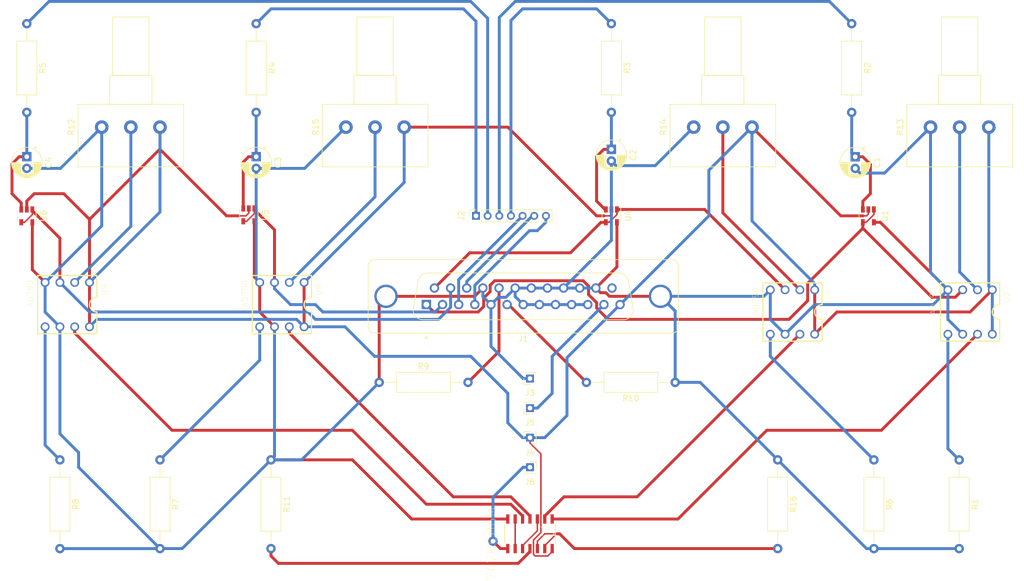
<source format=kicad_pcb>
(kicad_pcb (version 20171130) (host pcbnew "(5.0.1)-4")

  (general
    (thickness 1.6)
    (drawings 0)
    (tracks 344)
    (zones 0)
    (modules 35)
    (nets 39)
  )

  (page A4)
  (layers
    (0 F.Cu signal)
    (31 B.Cu signal)
    (32 B.Adhes user)
    (33 F.Adhes user)
    (34 B.Paste user)
    (35 F.Paste user)
    (36 B.SilkS user)
    (37 F.SilkS user)
    (38 B.Mask user)
    (39 F.Mask user)
    (40 Dwgs.User user)
    (41 Cmts.User user)
    (42 Eco1.User user)
    (43 Eco2.User user)
    (44 Edge.Cuts user)
    (45 Margin user)
    (46 B.CrtYd user)
    (47 F.CrtYd user)
    (48 B.Fab user)
    (49 F.Fab user)
  )

  (setup
    (last_trace_width 0.5)
    (trace_clearance 0.2)
    (zone_clearance 0.508)
    (zone_45_only no)
    (trace_min 0.2)
    (segment_width 0.2)
    (edge_width 0.15)
    (via_size 1.6)
    (via_drill 0.8)
    (via_min_size 0.4)
    (via_min_drill 0.3)
    (uvia_size 0.3)
    (uvia_drill 0.1)
    (uvias_allowed no)
    (uvia_min_size 0.2)
    (uvia_min_drill 0.1)
    (pcb_text_width 0.3)
    (pcb_text_size 1.5 1.5)
    (mod_edge_width 0.15)
    (mod_text_size 1 1)
    (mod_text_width 0.15)
    (pad_size 1.6 1.6)
    (pad_drill 0.8)
    (pad_to_mask_clearance 0.051)
    (solder_mask_min_width 0.25)
    (aux_axis_origin 0 0)
    (visible_elements 7FFFFFFF)
    (pcbplotparams
      (layerselection 0x010fc_ffffffff)
      (usegerberextensions false)
      (usegerberattributes false)
      (usegerberadvancedattributes false)
      (creategerberjobfile false)
      (excludeedgelayer true)
      (linewidth 0.100000)
      (plotframeref false)
      (viasonmask false)
      (mode 1)
      (useauxorigin false)
      (hpglpennumber 1)
      (hpglpenspeed 20)
      (hpglpendiameter 15.000000)
      (psnegative false)
      (psa4output false)
      (plotreference true)
      (plotvalue true)
      (plotinvisibletext false)
      (padsonsilk false)
      (subtractmaskfromsilk false)
      (outputformat 1)
      (mirror false)
      (drillshape 1)
      (scaleselection 1)
      (outputdirectory "../../../../../"))
  )

  (net 0 "")
  (net 1 "Net-(C3-Pad1)")
  (net 2 GND)
  (net 3 "Net-(C1-Pad1)")
  (net 4 "Net-(C2-Pad1)")
  (net 5 "Net-(C4-Pad1)")
  (net 6 "Net-(J1-Pad1)")
  (net 7 "Net-(J1-Pad2)")
  (net 8 "Net-(J1-Pad3)")
  (net 9 "Net-(J1-Pad4)")
  (net 10 "Net-(J1-Pad6)")
  (net 11 "Net-(J1-Pad12)")
  (net 12 "Net-(J1-Pad14)")
  (net 13 "Net-(J1-Pad15)")
  (net 14 "Net-(J1-Pad16)")
  (net 15 "Net-(J1-Pad18)")
  (net 16 "Net-(J1-Pad25)")
  (net 17 "Net-(U3-Pad10)")
  (net 18 "Net-(R11-Pad2)")
  (net 19 "Net-(R8-Pad1)")
  (net 20 "Net-(R6-Pad1)")
  (net 21 "Net-(R7-Pad1)")
  (net 22 "Net-(R1-Pad1)")
  (net 23 "Net-(R13-Pad2)")
  (net 24 "Net-(R12-Pad2)")
  (net 25 "Net-(R14-Pad2)")
  (net 26 "Net-(R15-Pad2)")
  (net 27 "Net-(R16-Pad2)")
  (net 28 "Net-(J2-Pad1)")
  (net 29 "Net-(J2-Pad2)")
  (net 30 "Net-(J2-Pad3)")
  (net 31 "Net-(J2-Pad4)")
  (net 32 "Net-(U2-Pad7)")
  (net 33 "Net-(U3-Pad4)")
  (net 34 "Net-(U3-Pad2)")
  (net 35 "Net-(U3-Pad5)")
  (net 36 "Net-(U3-Pad6)")
  (net 37 "Net-(J1-Pad13)")
  (net 38 "Net-(J6-Pad1)")

  (net_class Default "This is the default net class."
    (clearance 0.2)
    (trace_width 0.5)
    (via_dia 1.6)
    (via_drill 0.8)
    (uvia_dia 0.3)
    (uvia_drill 0.1)
    (add_net GND)
    (add_net "Net-(C1-Pad1)")
    (add_net "Net-(C2-Pad1)")
    (add_net "Net-(C3-Pad1)")
    (add_net "Net-(C4-Pad1)")
    (add_net "Net-(J1-Pad1)")
    (add_net "Net-(J1-Pad12)")
    (add_net "Net-(J1-Pad13)")
    (add_net "Net-(J1-Pad14)")
    (add_net "Net-(J1-Pad15)")
    (add_net "Net-(J1-Pad16)")
    (add_net "Net-(J1-Pad18)")
    (add_net "Net-(J1-Pad2)")
    (add_net "Net-(J1-Pad25)")
    (add_net "Net-(J1-Pad3)")
    (add_net "Net-(J1-Pad4)")
    (add_net "Net-(J1-Pad6)")
    (add_net "Net-(J2-Pad1)")
    (add_net "Net-(J2-Pad2)")
    (add_net "Net-(J2-Pad3)")
    (add_net "Net-(J2-Pad4)")
    (add_net "Net-(J6-Pad1)")
    (add_net "Net-(R1-Pad1)")
    (add_net "Net-(R11-Pad2)")
    (add_net "Net-(R12-Pad2)")
    (add_net "Net-(R13-Pad2)")
    (add_net "Net-(R14-Pad2)")
    (add_net "Net-(R15-Pad2)")
    (add_net "Net-(R16-Pad2)")
    (add_net "Net-(R6-Pad1)")
    (add_net "Net-(R7-Pad1)")
    (add_net "Net-(R8-Pad1)")
    (add_net "Net-(U2-Pad7)")
    (add_net "Net-(U3-Pad10)")
    (add_net "Net-(U3-Pad2)")
    (add_net "Net-(U3-Pad4)")
    (add_net "Net-(U3-Pad5)")
    (add_net "Net-(U3-Pad6)")
  )

  (module Connector_PinSocket_2.00mm:PinSocket_1x07_P2.00mm_Vertical (layer F.Cu) (tedit 5A19A424) (tstamp 5C12E28F)
    (at 124.08 72.39 90)
    (descr "Through hole straight socket strip, 1x07, 2.00mm pitch, single row (from Kicad 4.0.7), script generated")
    (tags "Through hole socket strip THT 1x07 2.00mm single row")
    (path /5C1B3975)
    (fp_text reference J2 (at 0 -2.5 90) (layer F.SilkS)
      (effects (font (size 1 1) (thickness 0.15)))
    )
    (fp_text value Conn_01x07 (at 0 14.5 90) (layer F.Fab)
      (effects (font (size 1 1) (thickness 0.15)))
    )
    (fp_line (start -1 -1) (end 0.5 -1) (layer F.Fab) (width 0.1))
    (fp_line (start 0.5 -1) (end 1 -0.5) (layer F.Fab) (width 0.1))
    (fp_line (start 1 -0.5) (end 1 13) (layer F.Fab) (width 0.1))
    (fp_line (start 1 13) (end -1 13) (layer F.Fab) (width 0.1))
    (fp_line (start -1 13) (end -1 -1) (layer F.Fab) (width 0.1))
    (fp_line (start -1.06 1) (end 1.06 1) (layer F.SilkS) (width 0.12))
    (fp_line (start -1.06 1) (end -1.06 13.06) (layer F.SilkS) (width 0.12))
    (fp_line (start -1.06 13.06) (end 1.06 13.06) (layer F.SilkS) (width 0.12))
    (fp_line (start 1.06 1) (end 1.06 13.06) (layer F.SilkS) (width 0.12))
    (fp_line (start 1.06 -1.06) (end 1.06 0) (layer F.SilkS) (width 0.12))
    (fp_line (start 0 -1.06) (end 1.06 -1.06) (layer F.SilkS) (width 0.12))
    (fp_line (start -1.5 -1.5) (end 1.5 -1.5) (layer F.CrtYd) (width 0.05))
    (fp_line (start 1.5 -1.5) (end 1.5 13.5) (layer F.CrtYd) (width 0.05))
    (fp_line (start 1.5 13.5) (end -1.5 13.5) (layer F.CrtYd) (width 0.05))
    (fp_line (start -1.5 13.5) (end -1.5 -1.5) (layer F.CrtYd) (width 0.05))
    (fp_text user %R (at 0 6 180) (layer F.Fab)
      (effects (font (size 1 1) (thickness 0.15)))
    )
    (pad 1 thru_hole rect (at 0 0 90) (size 1.35 1.35) (drill 0.8) (layers *.Cu *.Mask)
      (net 28 "Net-(J2-Pad1)"))
    (pad 2 thru_hole oval (at 0 2 90) (size 1.35 1.35) (drill 0.8) (layers *.Cu *.Mask)
      (net 29 "Net-(J2-Pad2)"))
    (pad 3 thru_hole oval (at 0 4 90) (size 1.35 1.35) (drill 0.8) (layers *.Cu *.Mask)
      (net 30 "Net-(J2-Pad3)"))
    (pad 4 thru_hole oval (at 0 6 90) (size 1.35 1.35) (drill 0.8) (layers *.Cu *.Mask)
      (net 31 "Net-(J2-Pad4)"))
    (pad 5 thru_hole oval (at 0 8 90) (size 1.35 1.35) (drill 0.8) (layers *.Cu *.Mask)
      (net 8 "Net-(J1-Pad3)"))
    (pad 6 thru_hole oval (at 0 10 90) (size 1.35 1.35) (drill 0.8) (layers *.Cu *.Mask)
      (net 14 "Net-(J1-Pad16)"))
    (pad 7 thru_hole oval (at 0 12 90) (size 1.35 1.35) (drill 0.8) (layers *.Cu *.Mask)
      (net 9 "Net-(J1-Pad4)"))
    (model ${KISYS3DMOD}/Connector_PinSocket_2.00mm.3dshapes/PinSocket_1x07_P2.00mm_Vertical.wrl
      (at (xyz 0 0 0))
      (scale (xyz 1 1 1))
      (rotate (xyz 0 0 0))
    )
  )

  (module Resistor_THT:R_Axial_DIN0309_L9.0mm_D3.2mm_P15.24mm_Horizontal (layer F.Cu) (tedit 5AE5139B) (tstamp 5C130B77)
    (at 88.9 114.3 270)
    (descr "Resistor, Axial_DIN0309 series, Axial, Horizontal, pin pitch=15.24mm, 0.5W = 1/2W, length*diameter=9*3.2mm^2, http://cdn-reichelt.de/documents/datenblatt/B400/1_4W%23YAG.pdf")
    (tags "Resistor Axial_DIN0309 series Axial Horizontal pin pitch 15.24mm 0.5W = 1/2W length 9mm diameter 3.2mm")
    (path /5C0F53C8)
    (fp_text reference R11 (at 7.62 -2.72 270) (layer F.SilkS)
      (effects (font (size 1 1) (thickness 0.15)))
    )
    (fp_text value 1625873-3 (at 7.62 2.72 270) (layer F.Fab)
      (effects (font (size 1 1) (thickness 0.15)))
    )
    (fp_line (start 3.12 -1.6) (end 3.12 1.6) (layer F.Fab) (width 0.1))
    (fp_line (start 3.12 1.6) (end 12.12 1.6) (layer F.Fab) (width 0.1))
    (fp_line (start 12.12 1.6) (end 12.12 -1.6) (layer F.Fab) (width 0.1))
    (fp_line (start 12.12 -1.6) (end 3.12 -1.6) (layer F.Fab) (width 0.1))
    (fp_line (start 0 0) (end 3.12 0) (layer F.Fab) (width 0.1))
    (fp_line (start 15.24 0) (end 12.12 0) (layer F.Fab) (width 0.1))
    (fp_line (start 3 -1.72) (end 3 1.72) (layer F.SilkS) (width 0.12))
    (fp_line (start 3 1.72) (end 12.24 1.72) (layer F.SilkS) (width 0.12))
    (fp_line (start 12.24 1.72) (end 12.24 -1.72) (layer F.SilkS) (width 0.12))
    (fp_line (start 12.24 -1.72) (end 3 -1.72) (layer F.SilkS) (width 0.12))
    (fp_line (start 1.04 0) (end 3 0) (layer F.SilkS) (width 0.12))
    (fp_line (start 14.2 0) (end 12.24 0) (layer F.SilkS) (width 0.12))
    (fp_line (start -1.05 -1.85) (end -1.05 1.85) (layer F.CrtYd) (width 0.05))
    (fp_line (start -1.05 1.85) (end 16.29 1.85) (layer F.CrtYd) (width 0.05))
    (fp_line (start 16.29 1.85) (end 16.29 -1.85) (layer F.CrtYd) (width 0.05))
    (fp_line (start 16.29 -1.85) (end -1.05 -1.85) (layer F.CrtYd) (width 0.05))
    (fp_text user %R (at 7.62 0 270) (layer F.Fab)
      (effects (font (size 1 1) (thickness 0.15)))
    )
    (pad 1 thru_hole circle (at 0 0 270) (size 1.6 1.6) (drill 0.8) (layers *.Cu *.Mask)
      (net 2 GND))
    (pad 2 thru_hole oval (at 15.24 0 270) (size 1.6 1.6) (drill 0.8) (layers *.Cu *.Mask)
      (net 18 "Net-(R11-Pad2)"))
    (model ${KISYS3DMOD}/Resistor_THT.3dshapes/R_Axial_DIN0309_L9.0mm_D3.2mm_P15.24mm_Horizontal.wrl
      (at (xyz 0 0 0))
      (scale (xyz 1 1 1))
      (rotate (xyz 0 0 0))
    )
  )

  (module Connector_PinSocket_2.00mm:PinSocket_1x01_P2.00mm_Vertical (layer F.Cu) (tedit 5A19A430) (tstamp 5C12E2E2)
    (at 133.35 100.33 180)
    (descr "Through hole straight socket strip, 1x01, 2.00mm pitch, single row (from Kicad 4.0.7), script generated")
    (tags "Through hole socket strip THT 1x01 2.00mm single row")
    (path /5C1B1882)
    (fp_text reference J3 (at 0 -2.5 180) (layer F.SilkS)
      (effects (font (size 1 1) (thickness 0.15)))
    )
    (fp_text value Conn_01x01 (at 0 2.5 180) (layer F.Fab)
      (effects (font (size 1 1) (thickness 0.15)))
    )
    (fp_text user %R (at 0 0 180) (layer F.Fab)
      (effects (font (size 1 1) (thickness 0.15)))
    )
    (fp_line (start -1.5 1.5) (end -1.5 -1.5) (layer F.CrtYd) (width 0.05))
    (fp_line (start 1.5 1.5) (end -1.5 1.5) (layer F.CrtYd) (width 0.05))
    (fp_line (start 1.5 -1.5) (end 1.5 1.5) (layer F.CrtYd) (width 0.05))
    (fp_line (start -1.5 -1.5) (end 1.5 -1.5) (layer F.CrtYd) (width 0.05))
    (fp_line (start 0 -1.06) (end 1.06 -1.06) (layer F.SilkS) (width 0.12))
    (fp_line (start 1.06 -1.06) (end 1.06 0) (layer F.SilkS) (width 0.12))
    (fp_line (start 1.06 0.94) (end 1.06 1.06) (layer F.SilkS) (width 0.12))
    (fp_line (start -1.06 0.94) (end -1.06 1.06) (layer F.SilkS) (width 0.12))
    (fp_line (start -1.06 1.06) (end 1.06 1.06) (layer F.SilkS) (width 0.12))
    (fp_line (start -1 1) (end -1 -1) (layer F.Fab) (width 0.1))
    (fp_line (start 1 1) (end -1 1) (layer F.Fab) (width 0.1))
    (fp_line (start 1 -0.5) (end 1 1) (layer F.Fab) (width 0.1))
    (fp_line (start 0.5 -1) (end 1 -0.5) (layer F.Fab) (width 0.1))
    (fp_line (start -1 -1) (end 0.5 -1) (layer F.Fab) (width 0.1))
    (pad 1 thru_hole rect (at 0 0 180) (size 1.35 1.35) (drill 0.8) (layers *.Cu *.Mask)
      (net 2 GND))
    (model ${KISYS3DMOD}/Connector_PinSocket_2.00mm.3dshapes/PinSocket_1x01_P2.00mm_Vertical.wrl
      (at (xyz 0 0 0))
      (scale (xyz 1 1 1))
      (rotate (xyz 0 0 0))
    )
  )

  (module Connector_PinSocket_2.00mm:PinSocket_1x01_P2.00mm_Vertical (layer F.Cu) (tedit 5C0E6DBC) (tstamp 5C12E2CF)
    (at 133.35 110.49 90)
    (descr "Through hole straight socket strip, 1x01, 2.00mm pitch, single row (from Kicad 4.0.7), script generated")
    (tags "Through hole socket strip THT 1x01 2.00mm single row")
    (path /5C174A6B)
    (fp_text reference J4 (at -2.54 0 180) (layer F.SilkS)
      (effects (font (size 1 1) (thickness 0.15)))
    )
    (fp_text value Conn_01x01 (at 0 2.5 90) (layer F.Fab)
      (effects (font (size 1 1) (thickness 0.15)))
    )
    (fp_line (start -1 -1) (end 0.5 -1) (layer F.Fab) (width 0.1))
    (fp_line (start 0.5 -1) (end 1 -0.5) (layer F.Fab) (width 0.1))
    (fp_line (start 1 -0.5) (end 1 1) (layer F.Fab) (width 0.1))
    (fp_line (start 1 1) (end -1 1) (layer F.Fab) (width 0.1))
    (fp_line (start -1 1) (end -1 -1) (layer F.Fab) (width 0.1))
    (fp_line (start -1.06 1.06) (end 1.06 1.06) (layer F.SilkS) (width 0.12))
    (fp_line (start -1.06 0.94) (end -1.06 1.06) (layer F.SilkS) (width 0.12))
    (fp_line (start 1.06 0.94) (end 1.06 1.06) (layer F.SilkS) (width 0.12))
    (fp_line (start 1.06 -1.06) (end 1.06 0) (layer F.SilkS) (width 0.12))
    (fp_line (start 0 -1.06) (end 1.06 -1.06) (layer F.SilkS) (width 0.12))
    (fp_line (start -1.5 -1.5) (end 1.5 -1.5) (layer F.CrtYd) (width 0.05))
    (fp_line (start 1.5 -1.5) (end 1.5 1.5) (layer F.CrtYd) (width 0.05))
    (fp_line (start 1.5 1.5) (end -1.5 1.5) (layer F.CrtYd) (width 0.05))
    (fp_line (start -1.5 1.5) (end -1.5 -1.5) (layer F.CrtYd) (width 0.05))
    (fp_text user %R (at 0 0 90) (layer F.Fab)
      (effects (font (size 1 1) (thickness 0.15)))
    )
    (pad 1 thru_hole rect (at 0 0 90) (size 1.35 1.35) (drill 0.8) (layers *.Cu *.Mask)
      (net 37 "Net-(J1-Pad13)"))
    (model ${KISYS3DMOD}/Connector_PinSocket_2.00mm.3dshapes/PinSocket_1x01_P2.00mm_Vertical.wrl
      (at (xyz 0 0 0))
      (scale (xyz 1 1 1))
      (rotate (xyz 0 0 0))
    )
  )

  (module Connector_PinSocket_2.00mm:PinSocket_1x01_P2.00mm_Vertical (layer F.Cu) (tedit 5A19A430) (tstamp 5C12E2BC)
    (at 133.35 105.41 180)
    (descr "Through hole straight socket strip, 1x01, 2.00mm pitch, single row (from Kicad 4.0.7), script generated")
    (tags "Through hole socket strip THT 1x01 2.00mm single row")
    (path /5C272A2D)
    (fp_text reference J5 (at 0 -2.5 180) (layer F.SilkS)
      (effects (font (size 1 1) (thickness 0.15)))
    )
    (fp_text value Conn_01x01 (at 0 2.5 180) (layer F.Fab)
      (effects (font (size 1 1) (thickness 0.15)))
    )
    (fp_text user %R (at 0 0 180) (layer F.Fab)
      (effects (font (size 1 1) (thickness 0.15)))
    )
    (fp_line (start -1.5 1.5) (end -1.5 -1.5) (layer F.CrtYd) (width 0.05))
    (fp_line (start 1.5 1.5) (end -1.5 1.5) (layer F.CrtYd) (width 0.05))
    (fp_line (start 1.5 -1.5) (end 1.5 1.5) (layer F.CrtYd) (width 0.05))
    (fp_line (start -1.5 -1.5) (end 1.5 -1.5) (layer F.CrtYd) (width 0.05))
    (fp_line (start 0 -1.06) (end 1.06 -1.06) (layer F.SilkS) (width 0.12))
    (fp_line (start 1.06 -1.06) (end 1.06 0) (layer F.SilkS) (width 0.12))
    (fp_line (start 1.06 0.94) (end 1.06 1.06) (layer F.SilkS) (width 0.12))
    (fp_line (start -1.06 0.94) (end -1.06 1.06) (layer F.SilkS) (width 0.12))
    (fp_line (start -1.06 1.06) (end 1.06 1.06) (layer F.SilkS) (width 0.12))
    (fp_line (start -1 1) (end -1 -1) (layer F.Fab) (width 0.1))
    (fp_line (start 1 1) (end -1 1) (layer F.Fab) (width 0.1))
    (fp_line (start 1 -0.5) (end 1 1) (layer F.Fab) (width 0.1))
    (fp_line (start 0.5 -1) (end 1 -0.5) (layer F.Fab) (width 0.1))
    (fp_line (start -1 -1) (end 0.5 -1) (layer F.Fab) (width 0.1))
    (pad 1 thru_hole rect (at 0 0 180) (size 1.35 1.35) (drill 0.8) (layers *.Cu *.Mask)
      (net 11 "Net-(J1-Pad12)"))
    (model ${KISYS3DMOD}/Connector_PinSocket_2.00mm.3dshapes/PinSocket_1x01_P2.00mm_Vertical.wrl
      (at (xyz 0 0 0))
      (scale (xyz 1 1 1))
      (rotate (xyz 0 0 0))
    )
  )

  (module Connector_PinSocket_2.00mm:PinSocket_1x01_P2.00mm_Vertical (layer F.Cu) (tedit 5A19A430) (tstamp 5C12E2A9)
    (at 133.35 115.57)
    (descr "Through hole straight socket strip, 1x01, 2.00mm pitch, single row (from Kicad 4.0.7), script generated")
    (tags "Through hole socket strip THT 1x01 2.00mm single row")
    (path /5C1A54CC)
    (fp_text reference J6 (at 0 2.54) (layer F.SilkS)
      (effects (font (size 1 1) (thickness 0.15)))
    )
    (fp_text value Conn_01x01 (at 0 2.5) (layer F.Fab)
      (effects (font (size 1 1) (thickness 0.15)))
    )
    (fp_line (start -1 -1) (end 0.5 -1) (layer F.Fab) (width 0.1))
    (fp_line (start 0.5 -1) (end 1 -0.5) (layer F.Fab) (width 0.1))
    (fp_line (start 1 -0.5) (end 1 1) (layer F.Fab) (width 0.1))
    (fp_line (start 1 1) (end -1 1) (layer F.Fab) (width 0.1))
    (fp_line (start -1 1) (end -1 -1) (layer F.Fab) (width 0.1))
    (fp_line (start -1.06 1.06) (end 1.06 1.06) (layer F.SilkS) (width 0.12))
    (fp_line (start -1.06 0.94) (end -1.06 1.06) (layer F.SilkS) (width 0.12))
    (fp_line (start 1.06 0.94) (end 1.06 1.06) (layer F.SilkS) (width 0.12))
    (fp_line (start 1.06 -1.06) (end 1.06 0) (layer F.SilkS) (width 0.12))
    (fp_line (start 0 -1.06) (end 1.06 -1.06) (layer F.SilkS) (width 0.12))
    (fp_line (start -1.5 -1.5) (end 1.5 -1.5) (layer F.CrtYd) (width 0.05))
    (fp_line (start 1.5 -1.5) (end 1.5 1.5) (layer F.CrtYd) (width 0.05))
    (fp_line (start 1.5 1.5) (end -1.5 1.5) (layer F.CrtYd) (width 0.05))
    (fp_line (start -1.5 1.5) (end -1.5 -1.5) (layer F.CrtYd) (width 0.05))
    (fp_text user %R (at 0 0) (layer F.Fab)
      (effects (font (size 1 1) (thickness 0.15)))
    )
    (pad 1 thru_hole rect (at 0 0) (size 1.35 1.35) (drill 0.8) (layers *.Cu *.Mask)
      (net 38 "Net-(J6-Pad1)"))
    (model ${KISYS3DMOD}/Connector_PinSocket_2.00mm.3dshapes/PinSocket_1x01_P2.00mm_Vertical.wrl
      (at (xyz 0 0 0))
      (scale (xyz 1 1 1))
      (rotate (xyz 0 0 0))
    )
  )

  (module Capacitor_THT:CP_Radial_D5.0mm_P2.00mm (layer F.Cu) (tedit 5AE50EF0) (tstamp 5C17CE4F)
    (at 147.32 60.96 270)
    (descr "CP, Radial series, Radial, pin pitch=2.00mm, , diameter=5mm, Electrolytic Capacitor")
    (tags "CP Radial series Radial pin pitch 2.00mm  diameter 5mm Electrolytic Capacitor")
    (path /5C2C03D6)
    (fp_text reference C2 (at 1 -3.75 270) (layer F.SilkS)
      (effects (font (size 1 1) (thickness 0.15)))
    )
    (fp_text value GRM188R60J106ME47D (at 1 3.75 270) (layer F.Fab)
      (effects (font (size 1 1) (thickness 0.15)))
    )
    (fp_circle (center 1 0) (end 3.5 0) (layer F.Fab) (width 0.1))
    (fp_circle (center 1 0) (end 3.62 0) (layer F.SilkS) (width 0.12))
    (fp_circle (center 1 0) (end 3.75 0) (layer F.CrtYd) (width 0.05))
    (fp_line (start -1.133605 -1.0875) (end -0.633605 -1.0875) (layer F.Fab) (width 0.1))
    (fp_line (start -0.883605 -1.3375) (end -0.883605 -0.8375) (layer F.Fab) (width 0.1))
    (fp_line (start 1 1.04) (end 1 2.58) (layer F.SilkS) (width 0.12))
    (fp_line (start 1 -2.58) (end 1 -1.04) (layer F.SilkS) (width 0.12))
    (fp_line (start 1.04 1.04) (end 1.04 2.58) (layer F.SilkS) (width 0.12))
    (fp_line (start 1.04 -2.58) (end 1.04 -1.04) (layer F.SilkS) (width 0.12))
    (fp_line (start 1.08 -2.579) (end 1.08 -1.04) (layer F.SilkS) (width 0.12))
    (fp_line (start 1.08 1.04) (end 1.08 2.579) (layer F.SilkS) (width 0.12))
    (fp_line (start 1.12 -2.578) (end 1.12 -1.04) (layer F.SilkS) (width 0.12))
    (fp_line (start 1.12 1.04) (end 1.12 2.578) (layer F.SilkS) (width 0.12))
    (fp_line (start 1.16 -2.576) (end 1.16 -1.04) (layer F.SilkS) (width 0.12))
    (fp_line (start 1.16 1.04) (end 1.16 2.576) (layer F.SilkS) (width 0.12))
    (fp_line (start 1.2 -2.573) (end 1.2 -1.04) (layer F.SilkS) (width 0.12))
    (fp_line (start 1.2 1.04) (end 1.2 2.573) (layer F.SilkS) (width 0.12))
    (fp_line (start 1.24 -2.569) (end 1.24 -1.04) (layer F.SilkS) (width 0.12))
    (fp_line (start 1.24 1.04) (end 1.24 2.569) (layer F.SilkS) (width 0.12))
    (fp_line (start 1.28 -2.565) (end 1.28 -1.04) (layer F.SilkS) (width 0.12))
    (fp_line (start 1.28 1.04) (end 1.28 2.565) (layer F.SilkS) (width 0.12))
    (fp_line (start 1.32 -2.561) (end 1.32 -1.04) (layer F.SilkS) (width 0.12))
    (fp_line (start 1.32 1.04) (end 1.32 2.561) (layer F.SilkS) (width 0.12))
    (fp_line (start 1.36 -2.556) (end 1.36 -1.04) (layer F.SilkS) (width 0.12))
    (fp_line (start 1.36 1.04) (end 1.36 2.556) (layer F.SilkS) (width 0.12))
    (fp_line (start 1.4 -2.55) (end 1.4 -1.04) (layer F.SilkS) (width 0.12))
    (fp_line (start 1.4 1.04) (end 1.4 2.55) (layer F.SilkS) (width 0.12))
    (fp_line (start 1.44 -2.543) (end 1.44 -1.04) (layer F.SilkS) (width 0.12))
    (fp_line (start 1.44 1.04) (end 1.44 2.543) (layer F.SilkS) (width 0.12))
    (fp_line (start 1.48 -2.536) (end 1.48 -1.04) (layer F.SilkS) (width 0.12))
    (fp_line (start 1.48 1.04) (end 1.48 2.536) (layer F.SilkS) (width 0.12))
    (fp_line (start 1.52 -2.528) (end 1.52 -1.04) (layer F.SilkS) (width 0.12))
    (fp_line (start 1.52 1.04) (end 1.52 2.528) (layer F.SilkS) (width 0.12))
    (fp_line (start 1.56 -2.52) (end 1.56 -1.04) (layer F.SilkS) (width 0.12))
    (fp_line (start 1.56 1.04) (end 1.56 2.52) (layer F.SilkS) (width 0.12))
    (fp_line (start 1.6 -2.511) (end 1.6 -1.04) (layer F.SilkS) (width 0.12))
    (fp_line (start 1.6 1.04) (end 1.6 2.511) (layer F.SilkS) (width 0.12))
    (fp_line (start 1.64 -2.501) (end 1.64 -1.04) (layer F.SilkS) (width 0.12))
    (fp_line (start 1.64 1.04) (end 1.64 2.501) (layer F.SilkS) (width 0.12))
    (fp_line (start 1.68 -2.491) (end 1.68 -1.04) (layer F.SilkS) (width 0.12))
    (fp_line (start 1.68 1.04) (end 1.68 2.491) (layer F.SilkS) (width 0.12))
    (fp_line (start 1.721 -2.48) (end 1.721 -1.04) (layer F.SilkS) (width 0.12))
    (fp_line (start 1.721 1.04) (end 1.721 2.48) (layer F.SilkS) (width 0.12))
    (fp_line (start 1.761 -2.468) (end 1.761 -1.04) (layer F.SilkS) (width 0.12))
    (fp_line (start 1.761 1.04) (end 1.761 2.468) (layer F.SilkS) (width 0.12))
    (fp_line (start 1.801 -2.455) (end 1.801 -1.04) (layer F.SilkS) (width 0.12))
    (fp_line (start 1.801 1.04) (end 1.801 2.455) (layer F.SilkS) (width 0.12))
    (fp_line (start 1.841 -2.442) (end 1.841 -1.04) (layer F.SilkS) (width 0.12))
    (fp_line (start 1.841 1.04) (end 1.841 2.442) (layer F.SilkS) (width 0.12))
    (fp_line (start 1.881 -2.428) (end 1.881 -1.04) (layer F.SilkS) (width 0.12))
    (fp_line (start 1.881 1.04) (end 1.881 2.428) (layer F.SilkS) (width 0.12))
    (fp_line (start 1.921 -2.414) (end 1.921 -1.04) (layer F.SilkS) (width 0.12))
    (fp_line (start 1.921 1.04) (end 1.921 2.414) (layer F.SilkS) (width 0.12))
    (fp_line (start 1.961 -2.398) (end 1.961 -1.04) (layer F.SilkS) (width 0.12))
    (fp_line (start 1.961 1.04) (end 1.961 2.398) (layer F.SilkS) (width 0.12))
    (fp_line (start 2.001 -2.382) (end 2.001 -1.04) (layer F.SilkS) (width 0.12))
    (fp_line (start 2.001 1.04) (end 2.001 2.382) (layer F.SilkS) (width 0.12))
    (fp_line (start 2.041 -2.365) (end 2.041 -1.04) (layer F.SilkS) (width 0.12))
    (fp_line (start 2.041 1.04) (end 2.041 2.365) (layer F.SilkS) (width 0.12))
    (fp_line (start 2.081 -2.348) (end 2.081 -1.04) (layer F.SilkS) (width 0.12))
    (fp_line (start 2.081 1.04) (end 2.081 2.348) (layer F.SilkS) (width 0.12))
    (fp_line (start 2.121 -2.329) (end 2.121 -1.04) (layer F.SilkS) (width 0.12))
    (fp_line (start 2.121 1.04) (end 2.121 2.329) (layer F.SilkS) (width 0.12))
    (fp_line (start 2.161 -2.31) (end 2.161 -1.04) (layer F.SilkS) (width 0.12))
    (fp_line (start 2.161 1.04) (end 2.161 2.31) (layer F.SilkS) (width 0.12))
    (fp_line (start 2.201 -2.29) (end 2.201 -1.04) (layer F.SilkS) (width 0.12))
    (fp_line (start 2.201 1.04) (end 2.201 2.29) (layer F.SilkS) (width 0.12))
    (fp_line (start 2.241 -2.268) (end 2.241 -1.04) (layer F.SilkS) (width 0.12))
    (fp_line (start 2.241 1.04) (end 2.241 2.268) (layer F.SilkS) (width 0.12))
    (fp_line (start 2.281 -2.247) (end 2.281 -1.04) (layer F.SilkS) (width 0.12))
    (fp_line (start 2.281 1.04) (end 2.281 2.247) (layer F.SilkS) (width 0.12))
    (fp_line (start 2.321 -2.224) (end 2.321 -1.04) (layer F.SilkS) (width 0.12))
    (fp_line (start 2.321 1.04) (end 2.321 2.224) (layer F.SilkS) (width 0.12))
    (fp_line (start 2.361 -2.2) (end 2.361 -1.04) (layer F.SilkS) (width 0.12))
    (fp_line (start 2.361 1.04) (end 2.361 2.2) (layer F.SilkS) (width 0.12))
    (fp_line (start 2.401 -2.175) (end 2.401 -1.04) (layer F.SilkS) (width 0.12))
    (fp_line (start 2.401 1.04) (end 2.401 2.175) (layer F.SilkS) (width 0.12))
    (fp_line (start 2.441 -2.149) (end 2.441 -1.04) (layer F.SilkS) (width 0.12))
    (fp_line (start 2.441 1.04) (end 2.441 2.149) (layer F.SilkS) (width 0.12))
    (fp_line (start 2.481 -2.122) (end 2.481 -1.04) (layer F.SilkS) (width 0.12))
    (fp_line (start 2.481 1.04) (end 2.481 2.122) (layer F.SilkS) (width 0.12))
    (fp_line (start 2.521 -2.095) (end 2.521 -1.04) (layer F.SilkS) (width 0.12))
    (fp_line (start 2.521 1.04) (end 2.521 2.095) (layer F.SilkS) (width 0.12))
    (fp_line (start 2.561 -2.065) (end 2.561 -1.04) (layer F.SilkS) (width 0.12))
    (fp_line (start 2.561 1.04) (end 2.561 2.065) (layer F.SilkS) (width 0.12))
    (fp_line (start 2.601 -2.035) (end 2.601 -1.04) (layer F.SilkS) (width 0.12))
    (fp_line (start 2.601 1.04) (end 2.601 2.035) (layer F.SilkS) (width 0.12))
    (fp_line (start 2.641 -2.004) (end 2.641 -1.04) (layer F.SilkS) (width 0.12))
    (fp_line (start 2.641 1.04) (end 2.641 2.004) (layer F.SilkS) (width 0.12))
    (fp_line (start 2.681 -1.971) (end 2.681 -1.04) (layer F.SilkS) (width 0.12))
    (fp_line (start 2.681 1.04) (end 2.681 1.971) (layer F.SilkS) (width 0.12))
    (fp_line (start 2.721 -1.937) (end 2.721 -1.04) (layer F.SilkS) (width 0.12))
    (fp_line (start 2.721 1.04) (end 2.721 1.937) (layer F.SilkS) (width 0.12))
    (fp_line (start 2.761 -1.901) (end 2.761 -1.04) (layer F.SilkS) (width 0.12))
    (fp_line (start 2.761 1.04) (end 2.761 1.901) (layer F.SilkS) (width 0.12))
    (fp_line (start 2.801 -1.864) (end 2.801 -1.04) (layer F.SilkS) (width 0.12))
    (fp_line (start 2.801 1.04) (end 2.801 1.864) (layer F.SilkS) (width 0.12))
    (fp_line (start 2.841 -1.826) (end 2.841 -1.04) (layer F.SilkS) (width 0.12))
    (fp_line (start 2.841 1.04) (end 2.841 1.826) (layer F.SilkS) (width 0.12))
    (fp_line (start 2.881 -1.785) (end 2.881 -1.04) (layer F.SilkS) (width 0.12))
    (fp_line (start 2.881 1.04) (end 2.881 1.785) (layer F.SilkS) (width 0.12))
    (fp_line (start 2.921 -1.743) (end 2.921 -1.04) (layer F.SilkS) (width 0.12))
    (fp_line (start 2.921 1.04) (end 2.921 1.743) (layer F.SilkS) (width 0.12))
    (fp_line (start 2.961 -1.699) (end 2.961 -1.04) (layer F.SilkS) (width 0.12))
    (fp_line (start 2.961 1.04) (end 2.961 1.699) (layer F.SilkS) (width 0.12))
    (fp_line (start 3.001 -1.653) (end 3.001 -1.04) (layer F.SilkS) (width 0.12))
    (fp_line (start 3.001 1.04) (end 3.001 1.653) (layer F.SilkS) (width 0.12))
    (fp_line (start 3.041 -1.605) (end 3.041 1.605) (layer F.SilkS) (width 0.12))
    (fp_line (start 3.081 -1.554) (end 3.081 1.554) (layer F.SilkS) (width 0.12))
    (fp_line (start 3.121 -1.5) (end 3.121 1.5) (layer F.SilkS) (width 0.12))
    (fp_line (start 3.161 -1.443) (end 3.161 1.443) (layer F.SilkS) (width 0.12))
    (fp_line (start 3.201 -1.383) (end 3.201 1.383) (layer F.SilkS) (width 0.12))
    (fp_line (start 3.241 -1.319) (end 3.241 1.319) (layer F.SilkS) (width 0.12))
    (fp_line (start 3.281 -1.251) (end 3.281 1.251) (layer F.SilkS) (width 0.12))
    (fp_line (start 3.321 -1.178) (end 3.321 1.178) (layer F.SilkS) (width 0.12))
    (fp_line (start 3.361 -1.098) (end 3.361 1.098) (layer F.SilkS) (width 0.12))
    (fp_line (start 3.401 -1.011) (end 3.401 1.011) (layer F.SilkS) (width 0.12))
    (fp_line (start 3.441 -0.915) (end 3.441 0.915) (layer F.SilkS) (width 0.12))
    (fp_line (start 3.481 -0.805) (end 3.481 0.805) (layer F.SilkS) (width 0.12))
    (fp_line (start 3.521 -0.677) (end 3.521 0.677) (layer F.SilkS) (width 0.12))
    (fp_line (start 3.561 -0.518) (end 3.561 0.518) (layer F.SilkS) (width 0.12))
    (fp_line (start 3.601 -0.284) (end 3.601 0.284) (layer F.SilkS) (width 0.12))
    (fp_line (start -1.804775 -1.475) (end -1.304775 -1.475) (layer F.SilkS) (width 0.12))
    (fp_line (start -1.554775 -1.725) (end -1.554775 -1.225) (layer F.SilkS) (width 0.12))
    (fp_text user %R (at 1 0 270) (layer F.Fab)
      (effects (font (size 1 1) (thickness 0.15)))
    )
    (pad 1 thru_hole rect (at 0 0 270) (size 1.6 1.6) (drill 0.8) (layers *.Cu *.Mask)
      (net 4 "Net-(C2-Pad1)"))
    (pad 2 thru_hole circle (at 2 0 270) (size 1.6 1.6) (drill 0.8) (layers *.Cu *.Mask)
      (net 2 GND))
    (model ${KISYS3DMOD}/Capacitor_THT.3dshapes/CP_Radial_D5.0mm_P2.00mm.wrl
      (at (xyz 0 0 0))
      (scale (xyz 1 1 1))
      (rotate (xyz 0 0 0))
    )
  )

  (module Package_TO_SOT_SMD:SOT-23-5 (layer F.Cu) (tedit 5A02FF57) (tstamp 5C17CCEC)
    (at 46.99 72.39 270)
    (descr "5-pin SOT23 package")
    (tags SOT-23-5)
    (path /5C0CB73D)
    (attr smd)
    (fp_text reference U6 (at 0 -2.9 270) (layer F.SilkS)
      (effects (font (size 1 1) (thickness 0.15)))
    )
    (fp_text value MCP6001R (at 0 2.9 270) (layer F.Fab)
      (effects (font (size 1 1) (thickness 0.15)))
    )
    (fp_text user %R (at 0 0) (layer F.Fab)
      (effects (font (size 0.5 0.5) (thickness 0.075)))
    )
    (fp_line (start -0.9 1.61) (end 0.9 1.61) (layer F.SilkS) (width 0.12))
    (fp_line (start 0.9 -1.61) (end -1.55 -1.61) (layer F.SilkS) (width 0.12))
    (fp_line (start -1.9 -1.8) (end 1.9 -1.8) (layer F.CrtYd) (width 0.05))
    (fp_line (start 1.9 -1.8) (end 1.9 1.8) (layer F.CrtYd) (width 0.05))
    (fp_line (start 1.9 1.8) (end -1.9 1.8) (layer F.CrtYd) (width 0.05))
    (fp_line (start -1.9 1.8) (end -1.9 -1.8) (layer F.CrtYd) (width 0.05))
    (fp_line (start -0.9 -0.9) (end -0.25 -1.55) (layer F.Fab) (width 0.1))
    (fp_line (start 0.9 -1.55) (end -0.25 -1.55) (layer F.Fab) (width 0.1))
    (fp_line (start -0.9 -0.9) (end -0.9 1.55) (layer F.Fab) (width 0.1))
    (fp_line (start 0.9 1.55) (end -0.9 1.55) (layer F.Fab) (width 0.1))
    (fp_line (start 0.9 -1.55) (end 0.9 1.55) (layer F.Fab) (width 0.1))
    (pad 1 smd rect (at -1.1 -0.95 270) (size 1.06 0.65) (layers F.Cu F.Paste F.Mask)
      (net 13 "Net-(J1-Pad15)"))
    (pad 2 smd rect (at -1.1 0 270) (size 1.06 0.65) (layers F.Cu F.Paste F.Mask)
      (net 37 "Net-(J1-Pad13)"))
    (pad 3 smd rect (at -1.1 0.95 270) (size 1.06 0.65) (layers F.Cu F.Paste F.Mask)
      (net 5 "Net-(C4-Pad1)"))
    (pad 4 smd rect (at 1.1 0.95 270) (size 1.06 0.65) (layers F.Cu F.Paste F.Mask)
      (net 13 "Net-(J1-Pad15)"))
    (pad 5 smd rect (at 1.1 -0.95 270) (size 1.06 0.65) (layers F.Cu F.Paste F.Mask)
      (net 2 GND))
    (model ${KISYS3DMOD}/Package_TO_SOT_SMD.3dshapes/SOT-23-5.wrl
      (at (xyz 0 0 0))
      (scale (xyz 1 1 1))
      (rotate (xyz 0 0 0))
    )
  )

  (module Potentiometer_THT:Potentiometer_Alps_RK163_Single_Horizontal (layer F.Cu) (tedit 5A3D4993) (tstamp 5C17CCD7)
    (at 111.76 57.15 90)
    (descr "Potentiometer, horizontal, Alps RK163 Single, http://www.alps.com/prod/info/E/HTML/Potentiometer/RotaryPotentiometers/RK16/RK16_list.html")
    (tags "Potentiometer horizontal Alps RK163 Single")
    (path /5C0DEFB3)
    (fp_text reference R15 (at 0 -15.2 90) (layer F.SilkS)
      (effects (font (size 1 1) (thickness 0.15)))
    )
    (fp_text value RK163 (at 0 5.2 90) (layer F.Fab)
      (effects (font (size 1 1) (thickness 0.15)))
    )
    (fp_text user %R (at -1.45 -5 90) (layer F.Fab)
      (effects (font (size 1 1) (thickness 0.15)))
    )
    (fp_line (start 19.05 -14.2) (end -6.95 -14.2) (layer F.CrtYd) (width 0.05))
    (fp_line (start 19.05 4.2) (end 19.05 -14.2) (layer F.CrtYd) (width 0.05))
    (fp_line (start -6.95 4.2) (end 19.05 4.2) (layer F.CrtYd) (width 0.05))
    (fp_line (start -6.95 -14.2) (end -6.95 4.2) (layer F.CrtYd) (width 0.05))
    (fp_line (start 18.92 -8.12) (end 18.92 -1.879) (layer F.SilkS) (width 0.12))
    (fp_line (start 8.92 -8.12) (end 8.92 -1.879) (layer F.SilkS) (width 0.12))
    (fp_line (start 8.92 -1.879) (end 18.92 -1.879) (layer F.SilkS) (width 0.12))
    (fp_line (start 8.92 -8.12) (end 18.92 -8.12) (layer F.SilkS) (width 0.12))
    (fp_line (start 8.92 -8.62) (end 8.92 -1.38) (layer F.SilkS) (width 0.12))
    (fp_line (start 3.92 -8.62) (end 3.92 -1.38) (layer F.SilkS) (width 0.12))
    (fp_line (start 3.92 -1.38) (end 8.92 -1.38) (layer F.SilkS) (width 0.12))
    (fp_line (start 3.92 -8.62) (end 8.92 -8.62) (layer F.SilkS) (width 0.12))
    (fp_line (start 3.92 -14.07) (end 3.92 4.07) (layer F.SilkS) (width 0.12))
    (fp_line (start -6.82 -14.07) (end -6.82 4.07) (layer F.SilkS) (width 0.12))
    (fp_line (start -6.82 4.07) (end 3.92 4.07) (layer F.SilkS) (width 0.12))
    (fp_line (start -6.82 -14.07) (end 3.92 -14.07) (layer F.SilkS) (width 0.12))
    (fp_line (start 18.8 -8) (end 8.8 -8) (layer F.Fab) (width 0.1))
    (fp_line (start 18.8 -2) (end 18.8 -8) (layer F.Fab) (width 0.1))
    (fp_line (start 8.8 -2) (end 18.8 -2) (layer F.Fab) (width 0.1))
    (fp_line (start 8.8 -8) (end 8.8 -2) (layer F.Fab) (width 0.1))
    (fp_line (start 8.8 -8.5) (end 3.8 -8.5) (layer F.Fab) (width 0.1))
    (fp_line (start 8.8 -1.5) (end 8.8 -8.5) (layer F.Fab) (width 0.1))
    (fp_line (start 3.8 -1.5) (end 8.8 -1.5) (layer F.Fab) (width 0.1))
    (fp_line (start 3.8 -8.5) (end 3.8 -1.5) (layer F.Fab) (width 0.1))
    (fp_line (start 3.8 -13.95) (end -6.7 -13.95) (layer F.Fab) (width 0.1))
    (fp_line (start 3.8 3.95) (end 3.8 -13.95) (layer F.Fab) (width 0.1))
    (fp_line (start -6.7 3.95) (end 3.8 3.95) (layer F.Fab) (width 0.1))
    (fp_line (start -6.7 -13.95) (end -6.7 3.95) (layer F.Fab) (width 0.1))
    (pad 1 thru_hole circle (at 0 0 90) (size 2.34 2.34) (drill 1.3) (layers *.Cu *.Mask)
      (net 37 "Net-(J1-Pad13)"))
    (pad 2 thru_hole circle (at 0 -5 90) (size 2.34 2.34) (drill 1.3) (layers *.Cu *.Mask)
      (net 26 "Net-(R15-Pad2)"))
    (pad 3 thru_hole circle (at 0 -10 90) (size 2.34 2.34) (drill 1.3) (layers *.Cu *.Mask)
      (net 2 GND))
    (model ${KISYS3DMOD}/Potentiometer_THT.3dshapes/Potentiometer_Alps_RK163_Single_Horizontal.wrl
      (at (xyz 0 0 0))
      (scale (xyz 1 1 1))
      (rotate (xyz 0 0 0))
    )
  )

  (module Package_TO_SOT_SMD:SOT-23-5 (layer F.Cu) (tedit 5A02FF57) (tstamp 5C17CD2B)
    (at 147.32 72.39 270)
    (descr "5-pin SOT23 package")
    (tags SOT-23-5)
    (path /5C0C6FC0)
    (attr smd)
    (fp_text reference U4 (at 0 -2.9 270) (layer F.SilkS)
      (effects (font (size 1 1) (thickness 0.15)))
    )
    (fp_text value MCP6001R (at 0 2.9 270) (layer F.Fab)
      (effects (font (size 1 1) (thickness 0.15)))
    )
    (fp_line (start 0.9 -1.55) (end 0.9 1.55) (layer F.Fab) (width 0.1))
    (fp_line (start 0.9 1.55) (end -0.9 1.55) (layer F.Fab) (width 0.1))
    (fp_line (start -0.9 -0.9) (end -0.9 1.55) (layer F.Fab) (width 0.1))
    (fp_line (start 0.9 -1.55) (end -0.25 -1.55) (layer F.Fab) (width 0.1))
    (fp_line (start -0.9 -0.9) (end -0.25 -1.55) (layer F.Fab) (width 0.1))
    (fp_line (start -1.9 1.8) (end -1.9 -1.8) (layer F.CrtYd) (width 0.05))
    (fp_line (start 1.9 1.8) (end -1.9 1.8) (layer F.CrtYd) (width 0.05))
    (fp_line (start 1.9 -1.8) (end 1.9 1.8) (layer F.CrtYd) (width 0.05))
    (fp_line (start -1.9 -1.8) (end 1.9 -1.8) (layer F.CrtYd) (width 0.05))
    (fp_line (start 0.9 -1.61) (end -1.55 -1.61) (layer F.SilkS) (width 0.12))
    (fp_line (start -0.9 1.61) (end 0.9 1.61) (layer F.SilkS) (width 0.12))
    (fp_text user %R (at 0 0) (layer F.Fab)
      (effects (font (size 0.5 0.5) (thickness 0.075)))
    )
    (pad 5 smd rect (at 1.1 -0.95 270) (size 1.06 0.65) (layers F.Cu F.Paste F.Mask)
      (net 2 GND))
    (pad 4 smd rect (at 1.1 0.95 270) (size 1.06 0.65) (layers F.Cu F.Paste F.Mask)
      (net 12 "Net-(J1-Pad14)"))
    (pad 3 smd rect (at -1.1 0.95 270) (size 1.06 0.65) (layers F.Cu F.Paste F.Mask)
      (net 4 "Net-(C2-Pad1)"))
    (pad 2 smd rect (at -1.1 0 270) (size 1.06 0.65) (layers F.Cu F.Paste F.Mask)
      (net 37 "Net-(J1-Pad13)"))
    (pad 1 smd rect (at -1.1 -0.95 270) (size 1.06 0.65) (layers F.Cu F.Paste F.Mask)
      (net 12 "Net-(J1-Pad14)"))
    (model ${KISYS3DMOD}/Package_TO_SOT_SMD.3dshapes/SOT-23-5.wrl
      (at (xyz 0 0 0))
      (scale (xyz 1 1 1))
      (rotate (xyz 0 0 0))
    )
  )

  (module Package_TO_SOT_SMD:SOT-23-5 (layer F.Cu) (tedit 5A02FF57) (tstamp 5C17CD16)
    (at 85.09 72.22 270)
    (descr "5-pin SOT23 package")
    (tags SOT-23-5)
    (path /5C0C8AB0)
    (attr smd)
    (fp_text reference U5 (at 0 -2.9 270) (layer F.SilkS)
      (effects (font (size 1 1) (thickness 0.15)))
    )
    (fp_text value MCP6001R (at 0 2.9 270) (layer F.Fab)
      (effects (font (size 1 1) (thickness 0.15)))
    )
    (fp_text user %R (at 0 0) (layer F.Fab)
      (effects (font (size 0.5 0.5) (thickness 0.075)))
    )
    (fp_line (start -0.9 1.61) (end 0.9 1.61) (layer F.SilkS) (width 0.12))
    (fp_line (start 0.9 -1.61) (end -1.55 -1.61) (layer F.SilkS) (width 0.12))
    (fp_line (start -1.9 -1.8) (end 1.9 -1.8) (layer F.CrtYd) (width 0.05))
    (fp_line (start 1.9 -1.8) (end 1.9 1.8) (layer F.CrtYd) (width 0.05))
    (fp_line (start 1.9 1.8) (end -1.9 1.8) (layer F.CrtYd) (width 0.05))
    (fp_line (start -1.9 1.8) (end -1.9 -1.8) (layer F.CrtYd) (width 0.05))
    (fp_line (start -0.9 -0.9) (end -0.25 -1.55) (layer F.Fab) (width 0.1))
    (fp_line (start 0.9 -1.55) (end -0.25 -1.55) (layer F.Fab) (width 0.1))
    (fp_line (start -0.9 -0.9) (end -0.9 1.55) (layer F.Fab) (width 0.1))
    (fp_line (start 0.9 1.55) (end -0.9 1.55) (layer F.Fab) (width 0.1))
    (fp_line (start 0.9 -1.55) (end 0.9 1.55) (layer F.Fab) (width 0.1))
    (pad 1 smd rect (at -1.1 -0.95 270) (size 1.06 0.65) (layers F.Cu F.Paste F.Mask)
      (net 7 "Net-(J1-Pad2)"))
    (pad 2 smd rect (at -1.1 0 270) (size 1.06 0.65) (layers F.Cu F.Paste F.Mask)
      (net 37 "Net-(J1-Pad13)"))
    (pad 3 smd rect (at -1.1 0.95 270) (size 1.06 0.65) (layers F.Cu F.Paste F.Mask)
      (net 1 "Net-(C3-Pad1)"))
    (pad 4 smd rect (at 1.1 0.95 270) (size 1.06 0.65) (layers F.Cu F.Paste F.Mask)
      (net 7 "Net-(J1-Pad2)"))
    (pad 5 smd rect (at 1.1 -0.95 270) (size 1.06 0.65) (layers F.Cu F.Paste F.Mask)
      (net 2 GND))
    (model ${KISYS3DMOD}/Package_TO_SOT_SMD.3dshapes/SOT-23-5.wrl
      (at (xyz 0 0 0))
      (scale (xyz 1 1 1))
      (rotate (xyz 0 0 0))
    )
  )

  (module Package_TO_SOT_SMD:SOT-23-5 (layer F.Cu) (tedit 5A02FF57) (tstamp 5C17CD01)
    (at 191.42337 72.39 270)
    (descr "5-pin SOT23 package")
    (tags SOT-23-5)
    (path /5C0BE00C)
    (attr smd)
    (fp_text reference U1 (at 0 -2.9 270) (layer F.SilkS)
      (effects (font (size 1 1) (thickness 0.15)))
    )
    (fp_text value MCP6001R (at 0 2.9 270) (layer F.Fab)
      (effects (font (size 1 1) (thickness 0.15)))
    )
    (fp_line (start 0.9 -1.55) (end 0.9 1.55) (layer F.Fab) (width 0.1))
    (fp_line (start 0.9 1.55) (end -0.9 1.55) (layer F.Fab) (width 0.1))
    (fp_line (start -0.9 -0.9) (end -0.9 1.55) (layer F.Fab) (width 0.1))
    (fp_line (start 0.9 -1.55) (end -0.25 -1.55) (layer F.Fab) (width 0.1))
    (fp_line (start -0.9 -0.9) (end -0.25 -1.55) (layer F.Fab) (width 0.1))
    (fp_line (start -1.9 1.8) (end -1.9 -1.8) (layer F.CrtYd) (width 0.05))
    (fp_line (start 1.9 1.8) (end -1.9 1.8) (layer F.CrtYd) (width 0.05))
    (fp_line (start 1.9 -1.8) (end 1.9 1.8) (layer F.CrtYd) (width 0.05))
    (fp_line (start -1.9 -1.8) (end 1.9 -1.8) (layer F.CrtYd) (width 0.05))
    (fp_line (start 0.9 -1.61) (end -1.55 -1.61) (layer F.SilkS) (width 0.12))
    (fp_line (start -0.9 1.61) (end 0.9 1.61) (layer F.SilkS) (width 0.12))
    (fp_text user %R (at 0 0) (layer F.Fab)
      (effects (font (size 0.5 0.5) (thickness 0.075)))
    )
    (pad 5 smd rect (at 1.1 -0.95 270) (size 1.06 0.65) (layers F.Cu F.Paste F.Mask)
      (net 2 GND))
    (pad 4 smd rect (at 1.1 0.95 270) (size 1.06 0.65) (layers F.Cu F.Paste F.Mask)
      (net 6 "Net-(J1-Pad1)"))
    (pad 3 smd rect (at -1.1 0.95 270) (size 1.06 0.65) (layers F.Cu F.Paste F.Mask)
      (net 3 "Net-(C1-Pad1)"))
    (pad 2 smd rect (at -1.1 0 270) (size 1.06 0.65) (layers F.Cu F.Paste F.Mask)
      (net 37 "Net-(J1-Pad13)"))
    (pad 1 smd rect (at -1.1 -0.95 270) (size 1.06 0.65) (layers F.Cu F.Paste F.Mask)
      (net 6 "Net-(J1-Pad1)"))
    (model ${KISYS3DMOD}/Package_TO_SOT_SMD.3dshapes/SOT-23-5.wrl
      (at (xyz 0 0 0))
      (scale (xyz 1 1 1))
      (rotate (xyz 0 0 0))
    )
  )

  (module Potentiometer_THT:Potentiometer_Alps_RK163_Single_Horizontal (layer F.Cu) (tedit 5A3D4993) (tstamp 5C17CCB3)
    (at 171.45 57.15 90)
    (descr "Potentiometer, horizontal, Alps RK163 Single, http://www.alps.com/prod/info/E/HTML/Potentiometer/RotaryPotentiometers/RK16/RK16_list.html")
    (tags "Potentiometer horizontal Alps RK163 Single")
    (path /5C1197A8)
    (fp_text reference R14 (at 0 -15.2 90) (layer F.SilkS)
      (effects (font (size 1 1) (thickness 0.15)))
    )
    (fp_text value RK163 (at 0 5.2 90) (layer F.Fab)
      (effects (font (size 1 1) (thickness 0.15)))
    )
    (fp_line (start -6.7 -13.95) (end -6.7 3.95) (layer F.Fab) (width 0.1))
    (fp_line (start -6.7 3.95) (end 3.8 3.95) (layer F.Fab) (width 0.1))
    (fp_line (start 3.8 3.95) (end 3.8 -13.95) (layer F.Fab) (width 0.1))
    (fp_line (start 3.8 -13.95) (end -6.7 -13.95) (layer F.Fab) (width 0.1))
    (fp_line (start 3.8 -8.5) (end 3.8 -1.5) (layer F.Fab) (width 0.1))
    (fp_line (start 3.8 -1.5) (end 8.8 -1.5) (layer F.Fab) (width 0.1))
    (fp_line (start 8.8 -1.5) (end 8.8 -8.5) (layer F.Fab) (width 0.1))
    (fp_line (start 8.8 -8.5) (end 3.8 -8.5) (layer F.Fab) (width 0.1))
    (fp_line (start 8.8 -8) (end 8.8 -2) (layer F.Fab) (width 0.1))
    (fp_line (start 8.8 -2) (end 18.8 -2) (layer F.Fab) (width 0.1))
    (fp_line (start 18.8 -2) (end 18.8 -8) (layer F.Fab) (width 0.1))
    (fp_line (start 18.8 -8) (end 8.8 -8) (layer F.Fab) (width 0.1))
    (fp_line (start -6.82 -14.07) (end 3.92 -14.07) (layer F.SilkS) (width 0.12))
    (fp_line (start -6.82 4.07) (end 3.92 4.07) (layer F.SilkS) (width 0.12))
    (fp_line (start -6.82 -14.07) (end -6.82 4.07) (layer F.SilkS) (width 0.12))
    (fp_line (start 3.92 -14.07) (end 3.92 4.07) (layer F.SilkS) (width 0.12))
    (fp_line (start 3.92 -8.62) (end 8.92 -8.62) (layer F.SilkS) (width 0.12))
    (fp_line (start 3.92 -1.38) (end 8.92 -1.38) (layer F.SilkS) (width 0.12))
    (fp_line (start 3.92 -8.62) (end 3.92 -1.38) (layer F.SilkS) (width 0.12))
    (fp_line (start 8.92 -8.62) (end 8.92 -1.38) (layer F.SilkS) (width 0.12))
    (fp_line (start 8.92 -8.12) (end 18.92 -8.12) (layer F.SilkS) (width 0.12))
    (fp_line (start 8.92 -1.879) (end 18.92 -1.879) (layer F.SilkS) (width 0.12))
    (fp_line (start 8.92 -8.12) (end 8.92 -1.879) (layer F.SilkS) (width 0.12))
    (fp_line (start 18.92 -8.12) (end 18.92 -1.879) (layer F.SilkS) (width 0.12))
    (fp_line (start -6.95 -14.2) (end -6.95 4.2) (layer F.CrtYd) (width 0.05))
    (fp_line (start -6.95 4.2) (end 19.05 4.2) (layer F.CrtYd) (width 0.05))
    (fp_line (start 19.05 4.2) (end 19.05 -14.2) (layer F.CrtYd) (width 0.05))
    (fp_line (start 19.05 -14.2) (end -6.95 -14.2) (layer F.CrtYd) (width 0.05))
    (fp_text user %R (at -1.45 -5 90) (layer F.Fab)
      (effects (font (size 1 1) (thickness 0.15)))
    )
    (pad 3 thru_hole circle (at 0 -10 90) (size 2.34 2.34) (drill 1.3) (layers *.Cu *.Mask)
      (net 2 GND))
    (pad 2 thru_hole circle (at 0 -5 90) (size 2.34 2.34) (drill 1.3) (layers *.Cu *.Mask)
      (net 25 "Net-(R14-Pad2)"))
    (pad 1 thru_hole circle (at 0 0 90) (size 2.34 2.34) (drill 1.3) (layers *.Cu *.Mask)
      (net 37 "Net-(J1-Pad13)"))
    (model ${KISYS3DMOD}/Potentiometer_THT.3dshapes/Potentiometer_Alps_RK163_Single_Horizontal.wrl
      (at (xyz 0 0 0))
      (scale (xyz 1 1 1))
      (rotate (xyz 0 0 0))
    )
  )

  (module Capacitor_THT:CP_Radial_D5.0mm_P2.00mm (layer F.Cu) (tedit 5AE50EF0) (tstamp 5C17CF55)
    (at 86.36 62.23 270)
    (descr "CP, Radial series, Radial, pin pitch=2.00mm, , diameter=5mm, Electrolytic Capacitor")
    (tags "CP Radial series Radial pin pitch 2.00mm  diameter 5mm Electrolytic Capacitor")
    (path /5C2CAFB0)
    (fp_text reference C3 (at 1 -3.75 270) (layer F.SilkS)
      (effects (font (size 1 1) (thickness 0.15)))
    )
    (fp_text value GRM188R60J106ME47D (at 1 3.75 270) (layer F.Fab)
      (effects (font (size 1 1) (thickness 0.15)))
    )
    (fp_circle (center 1 0) (end 3.5 0) (layer F.Fab) (width 0.1))
    (fp_circle (center 1 0) (end 3.62 0) (layer F.SilkS) (width 0.12))
    (fp_circle (center 1 0) (end 3.75 0) (layer F.CrtYd) (width 0.05))
    (fp_line (start -1.133605 -1.0875) (end -0.633605 -1.0875) (layer F.Fab) (width 0.1))
    (fp_line (start -0.883605 -1.3375) (end -0.883605 -0.8375) (layer F.Fab) (width 0.1))
    (fp_line (start 1 1.04) (end 1 2.58) (layer F.SilkS) (width 0.12))
    (fp_line (start 1 -2.58) (end 1 -1.04) (layer F.SilkS) (width 0.12))
    (fp_line (start 1.04 1.04) (end 1.04 2.58) (layer F.SilkS) (width 0.12))
    (fp_line (start 1.04 -2.58) (end 1.04 -1.04) (layer F.SilkS) (width 0.12))
    (fp_line (start 1.08 -2.579) (end 1.08 -1.04) (layer F.SilkS) (width 0.12))
    (fp_line (start 1.08 1.04) (end 1.08 2.579) (layer F.SilkS) (width 0.12))
    (fp_line (start 1.12 -2.578) (end 1.12 -1.04) (layer F.SilkS) (width 0.12))
    (fp_line (start 1.12 1.04) (end 1.12 2.578) (layer F.SilkS) (width 0.12))
    (fp_line (start 1.16 -2.576) (end 1.16 -1.04) (layer F.SilkS) (width 0.12))
    (fp_line (start 1.16 1.04) (end 1.16 2.576) (layer F.SilkS) (width 0.12))
    (fp_line (start 1.2 -2.573) (end 1.2 -1.04) (layer F.SilkS) (width 0.12))
    (fp_line (start 1.2 1.04) (end 1.2 2.573) (layer F.SilkS) (width 0.12))
    (fp_line (start 1.24 -2.569) (end 1.24 -1.04) (layer F.SilkS) (width 0.12))
    (fp_line (start 1.24 1.04) (end 1.24 2.569) (layer F.SilkS) (width 0.12))
    (fp_line (start 1.28 -2.565) (end 1.28 -1.04) (layer F.SilkS) (width 0.12))
    (fp_line (start 1.28 1.04) (end 1.28 2.565) (layer F.SilkS) (width 0.12))
    (fp_line (start 1.32 -2.561) (end 1.32 -1.04) (layer F.SilkS) (width 0.12))
    (fp_line (start 1.32 1.04) (end 1.32 2.561) (layer F.SilkS) (width 0.12))
    (fp_line (start 1.36 -2.556) (end 1.36 -1.04) (layer F.SilkS) (width 0.12))
    (fp_line (start 1.36 1.04) (end 1.36 2.556) (layer F.SilkS) (width 0.12))
    (fp_line (start 1.4 -2.55) (end 1.4 -1.04) (layer F.SilkS) (width 0.12))
    (fp_line (start 1.4 1.04) (end 1.4 2.55) (layer F.SilkS) (width 0.12))
    (fp_line (start 1.44 -2.543) (end 1.44 -1.04) (layer F.SilkS) (width 0.12))
    (fp_line (start 1.44 1.04) (end 1.44 2.543) (layer F.SilkS) (width 0.12))
    (fp_line (start 1.48 -2.536) (end 1.48 -1.04) (layer F.SilkS) (width 0.12))
    (fp_line (start 1.48 1.04) (end 1.48 2.536) (layer F.SilkS) (width 0.12))
    (fp_line (start 1.52 -2.528) (end 1.52 -1.04) (layer F.SilkS) (width 0.12))
    (fp_line (start 1.52 1.04) (end 1.52 2.528) (layer F.SilkS) (width 0.12))
    (fp_line (start 1.56 -2.52) (end 1.56 -1.04) (layer F.SilkS) (width 0.12))
    (fp_line (start 1.56 1.04) (end 1.56 2.52) (layer F.SilkS) (width 0.12))
    (fp_line (start 1.6 -2.511) (end 1.6 -1.04) (layer F.SilkS) (width 0.12))
    (fp_line (start 1.6 1.04) (end 1.6 2.511) (layer F.SilkS) (width 0.12))
    (fp_line (start 1.64 -2.501) (end 1.64 -1.04) (layer F.SilkS) (width 0.12))
    (fp_line (start 1.64 1.04) (end 1.64 2.501) (layer F.SilkS) (width 0.12))
    (fp_line (start 1.68 -2.491) (end 1.68 -1.04) (layer F.SilkS) (width 0.12))
    (fp_line (start 1.68 1.04) (end 1.68 2.491) (layer F.SilkS) (width 0.12))
    (fp_line (start 1.721 -2.48) (end 1.721 -1.04) (layer F.SilkS) (width 0.12))
    (fp_line (start 1.721 1.04) (end 1.721 2.48) (layer F.SilkS) (width 0.12))
    (fp_line (start 1.761 -2.468) (end 1.761 -1.04) (layer F.SilkS) (width 0.12))
    (fp_line (start 1.761 1.04) (end 1.761 2.468) (layer F.SilkS) (width 0.12))
    (fp_line (start 1.801 -2.455) (end 1.801 -1.04) (layer F.SilkS) (width 0.12))
    (fp_line (start 1.801 1.04) (end 1.801 2.455) (layer F.SilkS) (width 0.12))
    (fp_line (start 1.841 -2.442) (end 1.841 -1.04) (layer F.SilkS) (width 0.12))
    (fp_line (start 1.841 1.04) (end 1.841 2.442) (layer F.SilkS) (width 0.12))
    (fp_line (start 1.881 -2.428) (end 1.881 -1.04) (layer F.SilkS) (width 0.12))
    (fp_line (start 1.881 1.04) (end 1.881 2.428) (layer F.SilkS) (width 0.12))
    (fp_line (start 1.921 -2.414) (end 1.921 -1.04) (layer F.SilkS) (width 0.12))
    (fp_line (start 1.921 1.04) (end 1.921 2.414) (layer F.SilkS) (width 0.12))
    (fp_line (start 1.961 -2.398) (end 1.961 -1.04) (layer F.SilkS) (width 0.12))
    (fp_line (start 1.961 1.04) (end 1.961 2.398) (layer F.SilkS) (width 0.12))
    (fp_line (start 2.001 -2.382) (end 2.001 -1.04) (layer F.SilkS) (width 0.12))
    (fp_line (start 2.001 1.04) (end 2.001 2.382) (layer F.SilkS) (width 0.12))
    (fp_line (start 2.041 -2.365) (end 2.041 -1.04) (layer F.SilkS) (width 0.12))
    (fp_line (start 2.041 1.04) (end 2.041 2.365) (layer F.SilkS) (width 0.12))
    (fp_line (start 2.081 -2.348) (end 2.081 -1.04) (layer F.SilkS) (width 0.12))
    (fp_line (start 2.081 1.04) (end 2.081 2.348) (layer F.SilkS) (width 0.12))
    (fp_line (start 2.121 -2.329) (end 2.121 -1.04) (layer F.SilkS) (width 0.12))
    (fp_line (start 2.121 1.04) (end 2.121 2.329) (layer F.SilkS) (width 0.12))
    (fp_line (start 2.161 -2.31) (end 2.161 -1.04) (layer F.SilkS) (width 0.12))
    (fp_line (start 2.161 1.04) (end 2.161 2.31) (layer F.SilkS) (width 0.12))
    (fp_line (start 2.201 -2.29) (end 2.201 -1.04) (layer F.SilkS) (width 0.12))
    (fp_line (start 2.201 1.04) (end 2.201 2.29) (layer F.SilkS) (width 0.12))
    (fp_line (start 2.241 -2.268) (end 2.241 -1.04) (layer F.SilkS) (width 0.12))
    (fp_line (start 2.241 1.04) (end 2.241 2.268) (layer F.SilkS) (width 0.12))
    (fp_line (start 2.281 -2.247) (end 2.281 -1.04) (layer F.SilkS) (width 0.12))
    (fp_line (start 2.281 1.04) (end 2.281 2.247) (layer F.SilkS) (width 0.12))
    (fp_line (start 2.321 -2.224) (end 2.321 -1.04) (layer F.SilkS) (width 0.12))
    (fp_line (start 2.321 1.04) (end 2.321 2.224) (layer F.SilkS) (width 0.12))
    (fp_line (start 2.361 -2.2) (end 2.361 -1.04) (layer F.SilkS) (width 0.12))
    (fp_line (start 2.361 1.04) (end 2.361 2.2) (layer F.SilkS) (width 0.12))
    (fp_line (start 2.401 -2.175) (end 2.401 -1.04) (layer F.SilkS) (width 0.12))
    (fp_line (start 2.401 1.04) (end 2.401 2.175) (layer F.SilkS) (width 0.12))
    (fp_line (start 2.441 -2.149) (end 2.441 -1.04) (layer F.SilkS) (width 0.12))
    (fp_line (start 2.441 1.04) (end 2.441 2.149) (layer F.SilkS) (width 0.12))
    (fp_line (start 2.481 -2.122) (end 2.481 -1.04) (layer F.SilkS) (width 0.12))
    (fp_line (start 2.481 1.04) (end 2.481 2.122) (layer F.SilkS) (width 0.12))
    (fp_line (start 2.521 -2.095) (end 2.521 -1.04) (layer F.SilkS) (width 0.12))
    (fp_line (start 2.521 1.04) (end 2.521 2.095) (layer F.SilkS) (width 0.12))
    (fp_line (start 2.561 -2.065) (end 2.561 -1.04) (layer F.SilkS) (width 0.12))
    (fp_line (start 2.561 1.04) (end 2.561 2.065) (layer F.SilkS) (width 0.12))
    (fp_line (start 2.601 -2.035) (end 2.601 -1.04) (layer F.SilkS) (width 0.12))
    (fp_line (start 2.601 1.04) (end 2.601 2.035) (layer F.SilkS) (width 0.12))
    (fp_line (start 2.641 -2.004) (end 2.641 -1.04) (layer F.SilkS) (width 0.12))
    (fp_line (start 2.641 1.04) (end 2.641 2.004) (layer F.SilkS) (width 0.12))
    (fp_line (start 2.681 -1.971) (end 2.681 -1.04) (layer F.SilkS) (width 0.12))
    (fp_line (start 2.681 1.04) (end 2.681 1.971) (layer F.SilkS) (width 0.12))
    (fp_line (start 2.721 -1.937) (end 2.721 -1.04) (layer F.SilkS) (width 0.12))
    (fp_line (start 2.721 1.04) (end 2.721 1.937) (layer F.SilkS) (width 0.12))
    (fp_line (start 2.761 -1.901) (end 2.761 -1.04) (layer F.SilkS) (width 0.12))
    (fp_line (start 2.761 1.04) (end 2.761 1.901) (layer F.SilkS) (width 0.12))
    (fp_line (start 2.801 -1.864) (end 2.801 -1.04) (layer F.SilkS) (width 0.12))
    (fp_line (start 2.801 1.04) (end 2.801 1.864) (layer F.SilkS) (width 0.12))
    (fp_line (start 2.841 -1.826) (end 2.841 -1.04) (layer F.SilkS) (width 0.12))
    (fp_line (start 2.841 1.04) (end 2.841 1.826) (layer F.SilkS) (width 0.12))
    (fp_line (start 2.881 -1.785) (end 2.881 -1.04) (layer F.SilkS) (width 0.12))
    (fp_line (start 2.881 1.04) (end 2.881 1.785) (layer F.SilkS) (width 0.12))
    (fp_line (start 2.921 -1.743) (end 2.921 -1.04) (layer F.SilkS) (width 0.12))
    (fp_line (start 2.921 1.04) (end 2.921 1.743) (layer F.SilkS) (width 0.12))
    (fp_line (start 2.961 -1.699) (end 2.961 -1.04) (layer F.SilkS) (width 0.12))
    (fp_line (start 2.961 1.04) (end 2.961 1.699) (layer F.SilkS) (width 0.12))
    (fp_line (start 3.001 -1.653) (end 3.001 -1.04) (layer F.SilkS) (width 0.12))
    (fp_line (start 3.001 1.04) (end 3.001 1.653) (layer F.SilkS) (width 0.12))
    (fp_line (start 3.041 -1.605) (end 3.041 1.605) (layer F.SilkS) (width 0.12))
    (fp_line (start 3.081 -1.554) (end 3.081 1.554) (layer F.SilkS) (width 0.12))
    (fp_line (start 3.121 -1.5) (end 3.121 1.5) (layer F.SilkS) (width 0.12))
    (fp_line (start 3.161 -1.443) (end 3.161 1.443) (layer F.SilkS) (width 0.12))
    (fp_line (start 3.201 -1.383) (end 3.201 1.383) (layer F.SilkS) (width 0.12))
    (fp_line (start 3.241 -1.319) (end 3.241 1.319) (layer F.SilkS) (width 0.12))
    (fp_line (start 3.281 -1.251) (end 3.281 1.251) (layer F.SilkS) (width 0.12))
    (fp_line (start 3.321 -1.178) (end 3.321 1.178) (layer F.SilkS) (width 0.12))
    (fp_line (start 3.361 -1.098) (end 3.361 1.098) (layer F.SilkS) (width 0.12))
    (fp_line (start 3.401 -1.011) (end 3.401 1.011) (layer F.SilkS) (width 0.12))
    (fp_line (start 3.441 -0.915) (end 3.441 0.915) (layer F.SilkS) (width 0.12))
    (fp_line (start 3.481 -0.805) (end 3.481 0.805) (layer F.SilkS) (width 0.12))
    (fp_line (start 3.521 -0.677) (end 3.521 0.677) (layer F.SilkS) (width 0.12))
    (fp_line (start 3.561 -0.518) (end 3.561 0.518) (layer F.SilkS) (width 0.12))
    (fp_line (start 3.601 -0.284) (end 3.601 0.284) (layer F.SilkS) (width 0.12))
    (fp_line (start -1.804775 -1.475) (end -1.304775 -1.475) (layer F.SilkS) (width 0.12))
    (fp_line (start -1.554775 -1.725) (end -1.554775 -1.225) (layer F.SilkS) (width 0.12))
    (fp_text user %R (at 1 0 270) (layer F.Fab)
      (effects (font (size 1 1) (thickness 0.15)))
    )
    (pad 1 thru_hole rect (at 0 0 270) (size 1.6 1.6) (drill 0.8) (layers *.Cu *.Mask)
      (net 1 "Net-(C3-Pad1)"))
    (pad 2 thru_hole circle (at 2 0 270) (size 1.6 1.6) (drill 0.8) (layers *.Cu *.Mask)
      (net 2 GND))
    (model ${KISYS3DMOD}/Capacitor_THT.3dshapes/CP_Radial_D5.0mm_P2.00mm.wrl
      (at (xyz 0 0 0))
      (scale (xyz 1 1 1))
      (rotate (xyz 0 0 0))
    )
  )

  (module Capacitor_THT:CP_Radial_D5.0mm_P2.00mm (layer F.Cu) (tedit 5AE50EF0) (tstamp 5C17CED2)
    (at 46.99 62.23 270)
    (descr "CP, Radial series, Radial, pin pitch=2.00mm, , diameter=5mm, Electrolytic Capacitor")
    (tags "CP Radial series Radial pin pitch 2.00mm  diameter 5mm Electrolytic Capacitor")
    (path /5C2D5B85)
    (fp_text reference C4 (at 1 -3.75 270) (layer F.SilkS)
      (effects (font (size 1 1) (thickness 0.15)))
    )
    (fp_text value GRM188R60J106ME47D (at 1 3.75 270) (layer F.Fab)
      (effects (font (size 1 1) (thickness 0.15)))
    )
    (fp_text user %R (at 1 0 270) (layer F.Fab)
      (effects (font (size 1 1) (thickness 0.15)))
    )
    (fp_line (start -1.554775 -1.725) (end -1.554775 -1.225) (layer F.SilkS) (width 0.12))
    (fp_line (start -1.804775 -1.475) (end -1.304775 -1.475) (layer F.SilkS) (width 0.12))
    (fp_line (start 3.601 -0.284) (end 3.601 0.284) (layer F.SilkS) (width 0.12))
    (fp_line (start 3.561 -0.518) (end 3.561 0.518) (layer F.SilkS) (width 0.12))
    (fp_line (start 3.521 -0.677) (end 3.521 0.677) (layer F.SilkS) (width 0.12))
    (fp_line (start 3.481 -0.805) (end 3.481 0.805) (layer F.SilkS) (width 0.12))
    (fp_line (start 3.441 -0.915) (end 3.441 0.915) (layer F.SilkS) (width 0.12))
    (fp_line (start 3.401 -1.011) (end 3.401 1.011) (layer F.SilkS) (width 0.12))
    (fp_line (start 3.361 -1.098) (end 3.361 1.098) (layer F.SilkS) (width 0.12))
    (fp_line (start 3.321 -1.178) (end 3.321 1.178) (layer F.SilkS) (width 0.12))
    (fp_line (start 3.281 -1.251) (end 3.281 1.251) (layer F.SilkS) (width 0.12))
    (fp_line (start 3.241 -1.319) (end 3.241 1.319) (layer F.SilkS) (width 0.12))
    (fp_line (start 3.201 -1.383) (end 3.201 1.383) (layer F.SilkS) (width 0.12))
    (fp_line (start 3.161 -1.443) (end 3.161 1.443) (layer F.SilkS) (width 0.12))
    (fp_line (start 3.121 -1.5) (end 3.121 1.5) (layer F.SilkS) (width 0.12))
    (fp_line (start 3.081 -1.554) (end 3.081 1.554) (layer F.SilkS) (width 0.12))
    (fp_line (start 3.041 -1.605) (end 3.041 1.605) (layer F.SilkS) (width 0.12))
    (fp_line (start 3.001 1.04) (end 3.001 1.653) (layer F.SilkS) (width 0.12))
    (fp_line (start 3.001 -1.653) (end 3.001 -1.04) (layer F.SilkS) (width 0.12))
    (fp_line (start 2.961 1.04) (end 2.961 1.699) (layer F.SilkS) (width 0.12))
    (fp_line (start 2.961 -1.699) (end 2.961 -1.04) (layer F.SilkS) (width 0.12))
    (fp_line (start 2.921 1.04) (end 2.921 1.743) (layer F.SilkS) (width 0.12))
    (fp_line (start 2.921 -1.743) (end 2.921 -1.04) (layer F.SilkS) (width 0.12))
    (fp_line (start 2.881 1.04) (end 2.881 1.785) (layer F.SilkS) (width 0.12))
    (fp_line (start 2.881 -1.785) (end 2.881 -1.04) (layer F.SilkS) (width 0.12))
    (fp_line (start 2.841 1.04) (end 2.841 1.826) (layer F.SilkS) (width 0.12))
    (fp_line (start 2.841 -1.826) (end 2.841 -1.04) (layer F.SilkS) (width 0.12))
    (fp_line (start 2.801 1.04) (end 2.801 1.864) (layer F.SilkS) (width 0.12))
    (fp_line (start 2.801 -1.864) (end 2.801 -1.04) (layer F.SilkS) (width 0.12))
    (fp_line (start 2.761 1.04) (end 2.761 1.901) (layer F.SilkS) (width 0.12))
    (fp_line (start 2.761 -1.901) (end 2.761 -1.04) (layer F.SilkS) (width 0.12))
    (fp_line (start 2.721 1.04) (end 2.721 1.937) (layer F.SilkS) (width 0.12))
    (fp_line (start 2.721 -1.937) (end 2.721 -1.04) (layer F.SilkS) (width 0.12))
    (fp_line (start 2.681 1.04) (end 2.681 1.971) (layer F.SilkS) (width 0.12))
    (fp_line (start 2.681 -1.971) (end 2.681 -1.04) (layer F.SilkS) (width 0.12))
    (fp_line (start 2.641 1.04) (end 2.641 2.004) (layer F.SilkS) (width 0.12))
    (fp_line (start 2.641 -2.004) (end 2.641 -1.04) (layer F.SilkS) (width 0.12))
    (fp_line (start 2.601 1.04) (end 2.601 2.035) (layer F.SilkS) (width 0.12))
    (fp_line (start 2.601 -2.035) (end 2.601 -1.04) (layer F.SilkS) (width 0.12))
    (fp_line (start 2.561 1.04) (end 2.561 2.065) (layer F.SilkS) (width 0.12))
    (fp_line (start 2.561 -2.065) (end 2.561 -1.04) (layer F.SilkS) (width 0.12))
    (fp_line (start 2.521 1.04) (end 2.521 2.095) (layer F.SilkS) (width 0.12))
    (fp_line (start 2.521 -2.095) (end 2.521 -1.04) (layer F.SilkS) (width 0.12))
    (fp_line (start 2.481 1.04) (end 2.481 2.122) (layer F.SilkS) (width 0.12))
    (fp_line (start 2.481 -2.122) (end 2.481 -1.04) (layer F.SilkS) (width 0.12))
    (fp_line (start 2.441 1.04) (end 2.441 2.149) (layer F.SilkS) (width 0.12))
    (fp_line (start 2.441 -2.149) (end 2.441 -1.04) (layer F.SilkS) (width 0.12))
    (fp_line (start 2.401 1.04) (end 2.401 2.175) (layer F.SilkS) (width 0.12))
    (fp_line (start 2.401 -2.175) (end 2.401 -1.04) (layer F.SilkS) (width 0.12))
    (fp_line (start 2.361 1.04) (end 2.361 2.2) (layer F.SilkS) (width 0.12))
    (fp_line (start 2.361 -2.2) (end 2.361 -1.04) (layer F.SilkS) (width 0.12))
    (fp_line (start 2.321 1.04) (end 2.321 2.224) (layer F.SilkS) (width 0.12))
    (fp_line (start 2.321 -2.224) (end 2.321 -1.04) (layer F.SilkS) (width 0.12))
    (fp_line (start 2.281 1.04) (end 2.281 2.247) (layer F.SilkS) (width 0.12))
    (fp_line (start 2.281 -2.247) (end 2.281 -1.04) (layer F.SilkS) (width 0.12))
    (fp_line (start 2.241 1.04) (end 2.241 2.268) (layer F.SilkS) (width 0.12))
    (fp_line (start 2.241 -2.268) (end 2.241 -1.04) (layer F.SilkS) (width 0.12))
    (fp_line (start 2.201 1.04) (end 2.201 2.29) (layer F.SilkS) (width 0.12))
    (fp_line (start 2.201 -2.29) (end 2.201 -1.04) (layer F.SilkS) (width 0.12))
    (fp_line (start 2.161 1.04) (end 2.161 2.31) (layer F.SilkS) (width 0.12))
    (fp_line (start 2.161 -2.31) (end 2.161 -1.04) (layer F.SilkS) (width 0.12))
    (fp_line (start 2.121 1.04) (end 2.121 2.329) (layer F.SilkS) (width 0.12))
    (fp_line (start 2.121 -2.329) (end 2.121 -1.04) (layer F.SilkS) (width 0.12))
    (fp_line (start 2.081 1.04) (end 2.081 2.348) (layer F.SilkS) (width 0.12))
    (fp_line (start 2.081 -2.348) (end 2.081 -1.04) (layer F.SilkS) (width 0.12))
    (fp_line (start 2.041 1.04) (end 2.041 2.365) (layer F.SilkS) (width 0.12))
    (fp_line (start 2.041 -2.365) (end 2.041 -1.04) (layer F.SilkS) (width 0.12))
    (fp_line (start 2.001 1.04) (end 2.001 2.382) (layer F.SilkS) (width 0.12))
    (fp_line (start 2.001 -2.382) (end 2.001 -1.04) (layer F.SilkS) (width 0.12))
    (fp_line (start 1.961 1.04) (end 1.961 2.398) (layer F.SilkS) (width 0.12))
    (fp_line (start 1.961 -2.398) (end 1.961 -1.04) (layer F.SilkS) (width 0.12))
    (fp_line (start 1.921 1.04) (end 1.921 2.414) (layer F.SilkS) (width 0.12))
    (fp_line (start 1.921 -2.414) (end 1.921 -1.04) (layer F.SilkS) (width 0.12))
    (fp_line (start 1.881 1.04) (end 1.881 2.428) (layer F.SilkS) (width 0.12))
    (fp_line (start 1.881 -2.428) (end 1.881 -1.04) (layer F.SilkS) (width 0.12))
    (fp_line (start 1.841 1.04) (end 1.841 2.442) (layer F.SilkS) (width 0.12))
    (fp_line (start 1.841 -2.442) (end 1.841 -1.04) (layer F.SilkS) (width 0.12))
    (fp_line (start 1.801 1.04) (end 1.801 2.455) (layer F.SilkS) (width 0.12))
    (fp_line (start 1.801 -2.455) (end 1.801 -1.04) (layer F.SilkS) (width 0.12))
    (fp_line (start 1.761 1.04) (end 1.761 2.468) (layer F.SilkS) (width 0.12))
    (fp_line (start 1.761 -2.468) (end 1.761 -1.04) (layer F.SilkS) (width 0.12))
    (fp_line (start 1.721 1.04) (end 1.721 2.48) (layer F.SilkS) (width 0.12))
    (fp_line (start 1.721 -2.48) (end 1.721 -1.04) (layer F.SilkS) (width 0.12))
    (fp_line (start 1.68 1.04) (end 1.68 2.491) (layer F.SilkS) (width 0.12))
    (fp_line (start 1.68 -2.491) (end 1.68 -1.04) (layer F.SilkS) (width 0.12))
    (fp_line (start 1.64 1.04) (end 1.64 2.501) (layer F.SilkS) (width 0.12))
    (fp_line (start 1.64 -2.501) (end 1.64 -1.04) (layer F.SilkS) (width 0.12))
    (fp_line (start 1.6 1.04) (end 1.6 2.511) (layer F.SilkS) (width 0.12))
    (fp_line (start 1.6 -2.511) (end 1.6 -1.04) (layer F.SilkS) (width 0.12))
    (fp_line (start 1.56 1.04) (end 1.56 2.52) (layer F.SilkS) (width 0.12))
    (fp_line (start 1.56 -2.52) (end 1.56 -1.04) (layer F.SilkS) (width 0.12))
    (fp_line (start 1.52 1.04) (end 1.52 2.528) (layer F.SilkS) (width 0.12))
    (fp_line (start 1.52 -2.528) (end 1.52 -1.04) (layer F.SilkS) (width 0.12))
    (fp_line (start 1.48 1.04) (end 1.48 2.536) (layer F.SilkS) (width 0.12))
    (fp_line (start 1.48 -2.536) (end 1.48 -1.04) (layer F.SilkS) (width 0.12))
    (fp_line (start 1.44 1.04) (end 1.44 2.543) (layer F.SilkS) (width 0.12))
    (fp_line (start 1.44 -2.543) (end 1.44 -1.04) (layer F.SilkS) (width 0.12))
    (fp_line (start 1.4 1.04) (end 1.4 2.55) (layer F.SilkS) (width 0.12))
    (fp_line (start 1.4 -2.55) (end 1.4 -1.04) (layer F.SilkS) (width 0.12))
    (fp_line (start 1.36 1.04) (end 1.36 2.556) (layer F.SilkS) (width 0.12))
    (fp_line (start 1.36 -2.556) (end 1.36 -1.04) (layer F.SilkS) (width 0.12))
    (fp_line (start 1.32 1.04) (end 1.32 2.561) (layer F.SilkS) (width 0.12))
    (fp_line (start 1.32 -2.561) (end 1.32 -1.04) (layer F.SilkS) (width 0.12))
    (fp_line (start 1.28 1.04) (end 1.28 2.565) (layer F.SilkS) (width 0.12))
    (fp_line (start 1.28 -2.565) (end 1.28 -1.04) (layer F.SilkS) (width 0.12))
    (fp_line (start 1.24 1.04) (end 1.24 2.569) (layer F.SilkS) (width 0.12))
    (fp_line (start 1.24 -2.569) (end 1.24 -1.04) (layer F.SilkS) (width 0.12))
    (fp_line (start 1.2 1.04) (end 1.2 2.573) (layer F.SilkS) (width 0.12))
    (fp_line (start 1.2 -2.573) (end 1.2 -1.04) (layer F.SilkS) (width 0.12))
    (fp_line (start 1.16 1.04) (end 1.16 2.576) (layer F.SilkS) (width 0.12))
    (fp_line (start 1.16 -2.576) (end 1.16 -1.04) (layer F.SilkS) (width 0.12))
    (fp_line (start 1.12 1.04) (end 1.12 2.578) (layer F.SilkS) (width 0.12))
    (fp_line (start 1.12 -2.578) (end 1.12 -1.04) (layer F.SilkS) (width 0.12))
    (fp_line (start 1.08 1.04) (end 1.08 2.579) (layer F.SilkS) (width 0.12))
    (fp_line (start 1.08 -2.579) (end 1.08 -1.04) (layer F.SilkS) (width 0.12))
    (fp_line (start 1.04 -2.58) (end 1.04 -1.04) (layer F.SilkS) (width 0.12))
    (fp_line (start 1.04 1.04) (end 1.04 2.58) (layer F.SilkS) (width 0.12))
    (fp_line (start 1 -2.58) (end 1 -1.04) (layer F.SilkS) (width 0.12))
    (fp_line (start 1 1.04) (end 1 2.58) (layer F.SilkS) (width 0.12))
    (fp_line (start -0.883605 -1.3375) (end -0.883605 -0.8375) (layer F.Fab) (width 0.1))
    (fp_line (start -1.133605 -1.0875) (end -0.633605 -1.0875) (layer F.Fab) (width 0.1))
    (fp_circle (center 1 0) (end 3.75 0) (layer F.CrtYd) (width 0.05))
    (fp_circle (center 1 0) (end 3.62 0) (layer F.SilkS) (width 0.12))
    (fp_circle (center 1 0) (end 3.5 0) (layer F.Fab) (width 0.1))
    (pad 2 thru_hole circle (at 2 0 270) (size 1.6 1.6) (drill 0.8) (layers *.Cu *.Mask)
      (net 2 GND))
    (pad 1 thru_hole rect (at 0 0 270) (size 1.6 1.6) (drill 0.8) (layers *.Cu *.Mask)
      (net 5 "Net-(C4-Pad1)"))
    (model ${KISYS3DMOD}/Capacitor_THT.3dshapes/CP_Radial_D5.0mm_P2.00mm.wrl
      (at (xyz 0 0 0))
      (scale (xyz 1 1 1))
      (rotate (xyz 0 0 0))
    )
  )

  (module AD790:PDIP-8 (layer F.Cu) (tedit 0) (tstamp 5C17D014)
    (at 90.77337 87.63576 270)
    (path /5C0C8ADB)
    (fp_text reference U8 (at -2.54126 -6.35318 270) (layer F.SilkS)
      (effects (font (size 1.0005 1.0005) (thickness 0.05)))
    )
    (fp_text value AD790 (at -1.90658 6.35525 270) (layer F.SilkS)
      (effects (font (size 1.00083 1.00083) (thickness 0.05)))
    )
    (fp_line (start -5.0038 -5.08) (end -5.0038 5.08) (layer F.SilkS) (width 0.2032))
    (fp_line (start 5.0038 5.08) (end 5.0038 -5.08) (layer F.SilkS) (width 0.2032))
    (fp_line (start -4.953 -5.08) (end -1.27 -5.08) (layer F.SilkS) (width 0.2032))
    (fp_line (start -1.27 -5.08) (end -2.54 -5.08) (layer F.SilkS) (width 0.127))
    (fp_arc (start 0 -5.08) (end 0 -3.81) (angle 90) (layer F.SilkS) (width 0.2032))
    (fp_arc (start 0 -5.08) (end 1.27 -5.08) (angle 90) (layer F.SilkS) (width 0.2032))
    (fp_line (start 1.27 -5.08) (end 5.0038 -5.08) (layer F.SilkS) (width 0.2032))
    (fp_line (start 5.0038 5.08) (end -5.0038 5.08) (layer F.SilkS) (width 0.2032))
    (pad 1 thru_hole circle (at -3.81 -3.81 270) (size 1.508 1.508) (drill 1) (layers *.Cu *.Mask)
      (net 37 "Net-(J1-Pad13)"))
    (pad 2 thru_hole circle (at -3.81 -1.27 270) (size 1.508 1.508) (drill 1) (layers *.Cu *.Mask)
      (net 26 "Net-(R15-Pad2)"))
    (pad 3 thru_hole circle (at -3.81 1.27 270) (size 1.508 1.508) (drill 1) (layers *.Cu *.Mask)
      (net 7 "Net-(J1-Pad2)"))
    (pad 4 thru_hole circle (at -3.81 3.81 270) (size 1.508 1.508) (drill 1) (layers *.Cu *.Mask)
      (net 2 GND))
    (pad 5 thru_hole circle (at 3.81 3.81 270) (size 1.508 1.508) (drill 1) (layers *.Cu *.Mask)
      (net 21 "Net-(R7-Pad1)"))
    (pad 6 thru_hole circle (at 3.81 1.27 270) (size 1.508 1.508) (drill 1) (layers *.Cu *.Mask)
      (net 2 GND))
    (pad 7 thru_hole circle (at 3.81 -1.27 270) (size 1.508 1.508) (drill 1) (layers *.Cu *.Mask)
      (net 33 "Net-(U3-Pad4)"))
    (pad 8 thru_hole circle (at 3.81 -3.81 270) (size 1.508 1.508) (drill 1) (layers *.Cu *.Mask)
      (net 37 "Net-(J1-Pad13)"))
  )

  (module AD790:PDIP-8 (layer F.Cu) (tedit 0) (tstamp 5C17D000)
    (at 178.40337 88.90576 270)
    (path /5C0C6FEB)
    (fp_text reference U7 (at -2.54126 -6.35318 270) (layer F.SilkS)
      (effects (font (size 1.0005 1.0005) (thickness 0.05)))
    )
    (fp_text value AD790 (at -1.90658 6.35525 270) (layer F.SilkS)
      (effects (font (size 1.00083 1.00083) (thickness 0.05)))
    )
    (fp_line (start 5.0038 5.08) (end -5.0038 5.08) (layer F.SilkS) (width 0.2032))
    (fp_line (start 1.27 -5.08) (end 5.0038 -5.08) (layer F.SilkS) (width 0.2032))
    (fp_arc (start 0 -5.08) (end 1.27 -5.08) (angle 90) (layer F.SilkS) (width 0.2032))
    (fp_arc (start 0 -5.08) (end 0 -3.81) (angle 90) (layer F.SilkS) (width 0.2032))
    (fp_line (start -1.27 -5.08) (end -2.54 -5.08) (layer F.SilkS) (width 0.127))
    (fp_line (start -4.953 -5.08) (end -1.27 -5.08) (layer F.SilkS) (width 0.2032))
    (fp_line (start 5.0038 5.08) (end 5.0038 -5.08) (layer F.SilkS) (width 0.2032))
    (fp_line (start -5.0038 -5.08) (end -5.0038 5.08) (layer F.SilkS) (width 0.2032))
    (pad 8 thru_hole circle (at 3.81 -3.81 270) (size 1.508 1.508) (drill 1) (layers *.Cu *.Mask)
      (net 37 "Net-(J1-Pad13)"))
    (pad 7 thru_hole circle (at 3.81 -1.27 270) (size 1.508 1.508) (drill 1) (layers *.Cu *.Mask)
      (net 34 "Net-(U3-Pad2)"))
    (pad 6 thru_hole circle (at 3.81 1.27 270) (size 1.508 1.508) (drill 1) (layers *.Cu *.Mask)
      (net 2 GND))
    (pad 5 thru_hole circle (at 3.81 3.81 270) (size 1.508 1.508) (drill 1) (layers *.Cu *.Mask)
      (net 20 "Net-(R6-Pad1)"))
    (pad 4 thru_hole circle (at -3.81 3.81 270) (size 1.508 1.508) (drill 1) (layers *.Cu *.Mask)
      (net 2 GND))
    (pad 3 thru_hole circle (at -3.81 1.27 270) (size 1.508 1.508) (drill 1) (layers *.Cu *.Mask)
      (net 12 "Net-(J1-Pad14)"))
    (pad 2 thru_hole circle (at -3.81 -1.27 270) (size 1.508 1.508) (drill 1) (layers *.Cu *.Mask)
      (net 25 "Net-(R14-Pad2)"))
    (pad 1 thru_hole circle (at -3.81 -3.81 270) (size 1.508 1.508) (drill 1) (layers *.Cu *.Mask)
      (net 37 "Net-(J1-Pad13)"))
  )

  (module Connector_Dsub:DSUB-25_Female_Vertical_P2.77x2.84mm_MountingHoles (layer F.Cu) (tedit 59FEDEE2) (tstamp 5C17CDCC)
    (at 115.57 87.63 180)
    (descr "25-pin D-Sub connector, straight/vertical, THT-mount, female, pitch 2.77x2.84mm, distance of mounting holes 47.1mm, see https://disti-assets.s3.amazonaws.com/tonar/files/datasheets/16730.pdf")
    (tags "25-pin D-Sub connector straight vertical THT female pitch 2.77x2.84mm mounting holes distance 47.1mm")
    (path /5C48A5DE)
    (fp_text reference J1 (at -16.62 -5.89 180) (layer F.SilkS)
      (effects (font (size 1 1) (thickness 0.15)))
    )
    (fp_text value DB25_Female_MountingHoles (at -16.62 8.73 180) (layer F.Fab)
      (effects (font (size 1 1) (thickness 0.15)))
    )
    (fp_arc (start -42.17 -3.83) (end -43.17 -3.83) (angle 90) (layer F.Fab) (width 0.1))
    (fp_arc (start 8.93 -3.83) (end 8.93 -4.83) (angle 90) (layer F.Fab) (width 0.1))
    (fp_arc (start -42.17 6.67) (end -43.17 6.67) (angle -90) (layer F.Fab) (width 0.1))
    (fp_arc (start 8.93 6.67) (end 9.93 6.67) (angle 90) (layer F.Fab) (width 0.1))
    (fp_arc (start -42.17 -3.83) (end -43.23 -3.83) (angle 90) (layer F.SilkS) (width 0.12))
    (fp_arc (start 8.93 -3.83) (end 8.93 -4.89) (angle 90) (layer F.SilkS) (width 0.12))
    (fp_arc (start -42.17 6.67) (end -43.23 6.67) (angle -90) (layer F.SilkS) (width 0.12))
    (fp_arc (start 8.93 6.67) (end 9.99 6.67) (angle 90) (layer F.SilkS) (width 0.12))
    (fp_arc (start -33.863194 -0.93) (end -33.863194 -2.53) (angle -100) (layer F.Fab) (width 0.1))
    (fp_arc (start 0.623194 -0.93) (end 0.623194 -2.53) (angle 100) (layer F.Fab) (width 0.1))
    (fp_arc (start -33.034457 3.77) (end -33.034457 5.37) (angle 80) (layer F.Fab) (width 0.1))
    (fp_arc (start -0.205543 3.77) (end -0.205543 5.37) (angle -80) (layer F.Fab) (width 0.1))
    (fp_arc (start -33.851689 -0.93) (end -33.851689 -2.59) (angle -100) (layer F.SilkS) (width 0.12))
    (fp_arc (start 0.611689 -0.93) (end 0.611689 -2.59) (angle 100) (layer F.SilkS) (width 0.12))
    (fp_arc (start -33.022952 3.77) (end -33.022952 5.43) (angle 80) (layer F.SilkS) (width 0.12))
    (fp_arc (start -0.217048 3.77) (end -0.217048 5.43) (angle -80) (layer F.SilkS) (width 0.12))
    (fp_line (start -42.17 -4.83) (end 8.93 -4.83) (layer F.Fab) (width 0.1))
    (fp_line (start 9.93 -3.83) (end 9.93 6.67) (layer F.Fab) (width 0.1))
    (fp_line (start 8.93 7.67) (end -42.17 7.67) (layer F.Fab) (width 0.1))
    (fp_line (start -43.17 6.67) (end -43.17 -3.83) (layer F.Fab) (width 0.1))
    (fp_line (start -42.17 -4.89) (end 8.93 -4.89) (layer F.SilkS) (width 0.12))
    (fp_line (start 9.99 -3.83) (end 9.99 6.67) (layer F.SilkS) (width 0.12))
    (fp_line (start 8.93 7.73) (end -42.17 7.73) (layer F.SilkS) (width 0.12))
    (fp_line (start -43.23 6.67) (end -43.23 -3.83) (layer F.SilkS) (width 0.12))
    (fp_line (start -0.25 -5.784338) (end 0.25 -5.784338) (layer F.SilkS) (width 0.12))
    (fp_line (start 0.25 -5.784338) (end 0 -5.351325) (layer F.SilkS) (width 0.12))
    (fp_line (start 0 -5.351325) (end -0.25 -5.784338) (layer F.SilkS) (width 0.12))
    (fp_line (start -33.863194 -2.53) (end 0.623194 -2.53) (layer F.Fab) (width 0.1))
    (fp_line (start -33.034457 5.37) (end -0.205543 5.37) (layer F.Fab) (width 0.1))
    (fp_line (start 2.198887 -0.652163) (end 1.37015 4.047837) (layer F.Fab) (width 0.1))
    (fp_line (start -35.438887 -0.652163) (end -34.61015 4.047837) (layer F.Fab) (width 0.1))
    (fp_line (start -33.851689 -2.59) (end 0.611689 -2.59) (layer F.SilkS) (width 0.12))
    (fp_line (start -33.022952 5.43) (end -0.217048 5.43) (layer F.SilkS) (width 0.12))
    (fp_line (start 2.24647 -0.641744) (end 1.417733 4.058256) (layer F.SilkS) (width 0.12))
    (fp_line (start -35.48647 -0.641744) (end -34.657733 4.058256) (layer F.SilkS) (width 0.12))
    (fp_line (start -43.7 -5.35) (end -43.7 8.2) (layer F.CrtYd) (width 0.05))
    (fp_line (start -43.7 8.2) (end 10.45 8.2) (layer F.CrtYd) (width 0.05))
    (fp_line (start 10.45 8.2) (end 10.45 -5.35) (layer F.CrtYd) (width 0.05))
    (fp_line (start 10.45 -5.35) (end -43.7 -5.35) (layer F.CrtYd) (width 0.05))
    (fp_text user %R (at -16.62 1.42 180) (layer F.Fab)
      (effects (font (size 1 1) (thickness 0.15)))
    )
    (pad 1 thru_hole rect (at 0 0 180) (size 1.6 1.6) (drill 1) (layers *.Cu *.Mask)
      (net 6 "Net-(J1-Pad1)"))
    (pad 2 thru_hole circle (at -2.77 0 180) (size 1.6 1.6) (drill 1) (layers *.Cu *.Mask)
      (net 7 "Net-(J1-Pad2)"))
    (pad 3 thru_hole circle (at -5.54 0 180) (size 1.6 1.6) (drill 1) (layers *.Cu *.Mask)
      (net 8 "Net-(J1-Pad3)"))
    (pad 4 thru_hole circle (at -8.31 0 180) (size 1.6 1.6) (drill 1) (layers *.Cu *.Mask)
      (net 9 "Net-(J1-Pad4)"))
    (pad 5 thru_hole circle (at -11.08 0 180) (size 1.6 1.6) (drill 1) (layers *.Cu *.Mask)
      (net 2 GND))
    (pad 6 thru_hole circle (at -13.85 0 180) (size 1.6 1.6) (drill 1) (layers *.Cu *.Mask)
      (net 10 "Net-(J1-Pad6)"))
    (pad 7 thru_hole circle (at -16.62 0 180) (size 1.6 1.6) (drill 1) (layers *.Cu *.Mask)
      (net 2 GND))
    (pad 8 thru_hole circle (at -19.39 0 180) (size 1.6 1.6) (drill 1) (layers *.Cu *.Mask)
      (net 2 GND))
    (pad 9 thru_hole circle (at -22.16 0 180) (size 1.6 1.6) (drill 1) (layers *.Cu *.Mask)
      (net 2 GND))
    (pad 10 thru_hole circle (at -24.93 0 180) (size 1.6 1.6) (drill 1) (layers *.Cu *.Mask)
      (net 2 GND))
    (pad 11 thru_hole circle (at -27.7 0 180) (size 1.6 1.6) (drill 1) (layers *.Cu *.Mask)
      (net 2 GND))
    (pad 12 thru_hole circle (at -30.47 0 180) (size 1.6 1.6) (drill 1) (layers *.Cu *.Mask)
      (net 11 "Net-(J1-Pad12)"))
    (pad 13 thru_hole circle (at -33.24 0 180) (size 1.6 1.6) (drill 1) (layers *.Cu *.Mask)
      (net 37 "Net-(J1-Pad13)"))
    (pad 14 thru_hole circle (at -1.385 2.84 180) (size 1.6 1.6) (drill 1) (layers *.Cu *.Mask)
      (net 12 "Net-(J1-Pad14)"))
    (pad 15 thru_hole circle (at -4.155 2.84 180) (size 1.6 1.6) (drill 1) (layers *.Cu *.Mask)
      (net 13 "Net-(J1-Pad15)"))
    (pad 16 thru_hole circle (at -6.925 2.84 180) (size 1.6 1.6) (drill 1) (layers *.Cu *.Mask)
      (net 14 "Net-(J1-Pad16)"))
    (pad 17 thru_hole circle (at -9.695 2.84 180) (size 1.6 1.6) (drill 1) (layers *.Cu *.Mask)
      (net 2 GND))
    (pad 18 thru_hole circle (at -12.465 2.84 180) (size 1.6 1.6) (drill 1) (layers *.Cu *.Mask)
      (net 15 "Net-(J1-Pad18)"))
    (pad 19 thru_hole circle (at -15.235 2.84 180) (size 1.6 1.6) (drill 1) (layers *.Cu *.Mask)
      (net 2 GND))
    (pad 20 thru_hole circle (at -18.005 2.84 180) (size 1.6 1.6) (drill 1) (layers *.Cu *.Mask)
      (net 2 GND))
    (pad 21 thru_hole circle (at -20.775 2.84 180) (size 1.6 1.6) (drill 1) (layers *.Cu *.Mask)
      (net 2 GND))
    (pad 22 thru_hole circle (at -23.545 2.84 180) (size 1.6 1.6) (drill 1) (layers *.Cu *.Mask)
      (net 2 GND))
    (pad 23 thru_hole circle (at -26.315 2.84 180) (size 1.6 1.6) (drill 1) (layers *.Cu *.Mask)
      (net 2 GND))
    (pad 24 thru_hole circle (at -29.085 2.84 180) (size 1.6 1.6) (drill 1) (layers *.Cu *.Mask)
      (net 2 GND))
    (pad 25 thru_hole circle (at -31.855 2.84 180) (size 1.6 1.6) (drill 1) (layers *.Cu *.Mask)
      (net 16 "Net-(J1-Pad25)"))
    (pad 0 thru_hole circle (at -40.17 1.42 180) (size 4 4) (drill 3.2) (layers *.Cu *.Mask)
      (net 2 GND))
    (pad 0 thru_hole circle (at 6.93 1.42 180) (size 4 4) (drill 3.2) (layers *.Cu *.Mask)
      (net 2 GND))
    (model ${KISYS3DMOD}/Connector_Dsub.3dshapes/DSUB-25_Female_Vertical_P2.77x2.84mm_MountingHoles.wrl
      (at (xyz 0 0 0))
      (scale (xyz 1 1 1))
      (rotate (xyz 0 0 0))
    )
  )

  (module 74VHC86M:SOIC127P600X175-14N (layer F.Cu) (tedit 0) (tstamp 5C17D07E)
    (at 133.35 127 270)
    (path /5C0BEF3E)
    (attr smd)
    (fp_text reference U3 (at 0 -2.54 270) (layer F.SilkS)
      (effects (font (size 1.64052 1.64052) (thickness 0.05)))
    )
    (fp_text value 74VHC86M (at 1.7542 6.58455 270) (layer F.SilkS)
      (effects (font (size 1.64149 1.64149) (thickness 0.05)))
    )
    (fp_line (start -2.0066 -3.556) (end -2.0066 -4.064) (layer Dwgs.User) (width 0.1))
    (fp_line (start -2.0066 -4.064) (end -2.9972 -4.064) (layer Dwgs.User) (width 0.1))
    (fp_line (start -2.9972 -4.064) (end -2.9972 -3.556) (layer Dwgs.User) (width 0.1))
    (fp_line (start -2.9972 -3.556) (end -2.0066 -3.556) (layer Dwgs.User) (width 0.1))
    (fp_line (start -2.0066 -2.286) (end -2.0066 -2.794) (layer Dwgs.User) (width 0.1))
    (fp_line (start -2.0066 -2.794) (end -2.9972 -2.794) (layer Dwgs.User) (width 0.1))
    (fp_line (start -2.9972 -2.794) (end -2.9972 -2.286) (layer Dwgs.User) (width 0.1))
    (fp_line (start -2.9972 -2.286) (end -2.0066 -2.286) (layer Dwgs.User) (width 0.1))
    (fp_line (start -2.0066 -1.016) (end -2.0066 -1.524) (layer Dwgs.User) (width 0.1))
    (fp_line (start -2.0066 -1.524) (end -2.9972 -1.524) (layer Dwgs.User) (width 0.1))
    (fp_line (start -2.9972 -1.524) (end -2.9972 -1.016) (layer Dwgs.User) (width 0.1))
    (fp_line (start -2.9972 -1.016) (end -2.0066 -1.016) (layer Dwgs.User) (width 0.1))
    (fp_line (start -2.0066 0.254) (end -2.0066 -0.254) (layer Dwgs.User) (width 0.1))
    (fp_line (start -2.0066 -0.254) (end -2.9972 -0.254) (layer Dwgs.User) (width 0.1))
    (fp_line (start -2.9972 -0.254) (end -2.9972 0.254) (layer Dwgs.User) (width 0.1))
    (fp_line (start -2.9972 0.254) (end -2.0066 0.254) (layer Dwgs.User) (width 0.1))
    (fp_line (start -2.0066 1.524) (end -2.0066 1.016) (layer Dwgs.User) (width 0.1))
    (fp_line (start -2.0066 1.016) (end -2.9972 1.016) (layer Dwgs.User) (width 0.1))
    (fp_line (start -2.9972 1.016) (end -2.9972 1.524) (layer Dwgs.User) (width 0.1))
    (fp_line (start -2.9972 1.524) (end -2.0066 1.524) (layer Dwgs.User) (width 0.1))
    (fp_line (start -2.0066 2.794) (end -2.0066 2.286) (layer Dwgs.User) (width 0.1))
    (fp_line (start -2.0066 2.286) (end -2.9972 2.286) (layer Dwgs.User) (width 0.1))
    (fp_line (start -2.9972 2.286) (end -2.9972 2.794) (layer Dwgs.User) (width 0.1))
    (fp_line (start -2.9972 2.794) (end -2.0066 2.794) (layer Dwgs.User) (width 0.1))
    (fp_line (start -2.0066 4.064) (end -2.0066 3.556) (layer Dwgs.User) (width 0.1))
    (fp_line (start -2.0066 3.556) (end -2.9972 3.556) (layer Dwgs.User) (width 0.1))
    (fp_line (start -2.9972 3.556) (end -2.9972 4.064) (layer Dwgs.User) (width 0.1))
    (fp_line (start -2.9972 4.064) (end -2.0066 4.064) (layer Dwgs.User) (width 0.1))
    (fp_line (start 2.0066 3.556) (end 2.0066 4.064) (layer Dwgs.User) (width 0.1))
    (fp_line (start 2.0066 4.064) (end 2.9972 4.064) (layer Dwgs.User) (width 0.1))
    (fp_line (start 2.9972 4.064) (end 2.9972 3.556) (layer Dwgs.User) (width 0.1))
    (fp_line (start 2.9972 3.556) (end 2.0066 3.556) (layer Dwgs.User) (width 0.1))
    (fp_line (start 2.0066 2.286) (end 2.0066 2.794) (layer Dwgs.User) (width 0.1))
    (fp_line (start 2.0066 2.794) (end 2.9972 2.794) (layer Dwgs.User) (width 0.1))
    (fp_line (start 2.9972 2.794) (end 2.9972 2.286) (layer Dwgs.User) (width 0.1))
    (fp_line (start 2.9972 2.286) (end 2.0066 2.286) (layer Dwgs.User) (width 0.1))
    (fp_line (start 2.0066 1.016) (end 2.0066 1.524) (layer Dwgs.User) (width 0.1))
    (fp_line (start 2.0066 1.524) (end 2.9972 1.524) (layer Dwgs.User) (width 0.1))
    (fp_line (start 2.9972 1.524) (end 2.9972 1.016) (layer Dwgs.User) (width 0.1))
    (fp_line (start 2.9972 1.016) (end 2.0066 1.016) (layer Dwgs.User) (width 0.1))
    (fp_line (start 2.0066 -0.254) (end 2.0066 0.254) (layer Dwgs.User) (width 0.1))
    (fp_line (start 2.0066 0.254) (end 2.9972 0.254) (layer Dwgs.User) (width 0.1))
    (fp_line (start 2.9972 0.254) (end 2.9972 -0.254) (layer Dwgs.User) (width 0.1))
    (fp_line (start 2.9972 -0.254) (end 2.0066 -0.254) (layer Dwgs.User) (width 0.1))
    (fp_line (start 2.0066 -1.524) (end 2.0066 -1.016) (layer Dwgs.User) (width 0.1))
    (fp_line (start 2.0066 -1.016) (end 2.9972 -1.016) (layer Dwgs.User) (width 0.1))
    (fp_line (start 2.9972 -1.016) (end 2.9972 -1.524) (layer Dwgs.User) (width 0.1))
    (fp_line (start 2.9972 -1.524) (end 2.0066 -1.524) (layer Dwgs.User) (width 0.1))
    (fp_line (start 2.0066 -2.794) (end 2.0066 -2.286) (layer Dwgs.User) (width 0.1))
    (fp_line (start 2.0066 -2.286) (end 2.9972 -2.286) (layer Dwgs.User) (width 0.1))
    (fp_line (start 2.9972 -2.286) (end 2.9972 -2.794) (layer Dwgs.User) (width 0.1))
    (fp_line (start 2.9972 -2.794) (end 2.0066 -2.794) (layer Dwgs.User) (width 0.1))
    (fp_line (start 2.0066 -4.064) (end 2.0066 -3.556) (layer Dwgs.User) (width 0.1))
    (fp_line (start 2.0066 -3.556) (end 2.9972 -3.556) (layer Dwgs.User) (width 0.1))
    (fp_line (start 2.9972 -3.556) (end 2.9972 -4.064) (layer Dwgs.User) (width 0.1))
    (fp_line (start 2.9972 -4.064) (end 2.0066 -4.064) (layer Dwgs.User) (width 0.1))
    (fp_line (start -2.0066 4.3688) (end 2.0066 4.3688) (layer Dwgs.User) (width 0.1))
    (fp_line (start 2.0066 4.3688) (end 2.0066 -4.3688) (layer Dwgs.User) (width 0.1))
    (fp_line (start 2.0066 -4.3688) (end 0.3048 -4.3688) (layer Dwgs.User) (width 0.1))
    (fp_line (start 0.3048 -4.3688) (end -0.3048 -4.3688) (layer Dwgs.User) (width 0.1))
    (fp_line (start -0.3048 -4.3688) (end -2.0066 -4.3688) (layer Dwgs.User) (width 0.1))
    (fp_line (start -2.0066 -4.3688) (end -2.0066 4.3688) (layer Dwgs.User) (width 0.1))
    (fp_arc (start 0 -4.3688) (end -0.3048 -4.3688) (angle -180) (layer Dwgs.User) (width 0.1))
    (fp_line (start -1.5748 4.3688) (end 1.5748 4.3688) (layer F.SilkS) (width 0.1524))
    (fp_line (start 1.5748 -4.3688) (end 0.3048 -4.3688) (layer F.SilkS) (width 0.1524))
    (fp_line (start 0.3048 -4.3688) (end -0.3048 -4.3688) (layer F.SilkS) (width 0.1524))
    (fp_line (start -0.3048 -4.3688) (end -1.5748 -4.3688) (layer F.SilkS) (width 0.1524))
    (fp_arc (start 0 -4.3688) (end -0.3048 -4.3688) (angle -180) (layer F.SilkS) (width 0.1524))
    (pad 1 smd rect (at -2.54 -3.81 270) (size 1.6002 0.5588) (layers F.Cu F.Paste F.Mask)
      (net 32 "Net-(U2-Pad7)"))
    (pad 2 smd rect (at -2.54 -2.54 270) (size 1.6002 0.5588) (layers F.Cu F.Paste F.Mask)
      (net 34 "Net-(U3-Pad2)"))
    (pad 3 smd rect (at -2.54 -1.27 270) (size 1.6002 0.5588) (layers F.Cu F.Paste F.Mask)
      (net 17 "Net-(U3-Pad10)"))
    (pad 4 smd rect (at -2.54 0 270) (size 1.6002 0.5588) (layers F.Cu F.Paste F.Mask)
      (net 33 "Net-(U3-Pad4)"))
    (pad 5 smd rect (at -2.54 1.27 270) (size 1.6002 0.5588) (layers F.Cu F.Paste F.Mask)
      (net 35 "Net-(U3-Pad5)"))
    (pad 6 smd rect (at -2.54 2.54 270) (size 1.6002 0.5588) (layers F.Cu F.Paste F.Mask)
      (net 36 "Net-(U3-Pad6)"))
    (pad 7 smd rect (at -2.54 3.81 270) (size 1.6002 0.5588) (layers F.Cu F.Paste F.Mask)
      (net 2 GND))
    (pad 8 smd rect (at 2.54 3.81 270) (size 1.6002 0.5588) (layers F.Cu F.Paste F.Mask)
      (net 38 "Net-(J6-Pad1)"))
    (pad 9 smd rect (at 2.54 2.54 270) (size 1.6002 0.5588) (layers F.Cu F.Paste F.Mask)
      (net 36 "Net-(U3-Pad6)"))
    (pad 10 smd rect (at 2.54 1.27 270) (size 1.6002 0.5588) (layers F.Cu F.Paste F.Mask)
      (net 17 "Net-(U3-Pad10)"))
    (pad 11 smd rect (at 2.54 0 270) (size 1.6002 0.5588) (layers F.Cu F.Paste F.Mask)
      (net 18 "Net-(R11-Pad2)"))
    (pad 12 smd rect (at 2.54 -1.27 270) (size 1.6002 0.5588) (layers F.Cu F.Paste F.Mask)
      (net 27 "Net-(R16-Pad2)"))
    (pad 13 smd rect (at 2.54 -2.54 270) (size 1.6002 0.5588) (layers F.Cu F.Paste F.Mask)
      (net 27 "Net-(R16-Pad2)"))
    (pad 14 smd rect (at 2.54 -3.81 270) (size 1.6002 0.5588) (layers F.Cu F.Paste F.Mask)
      (net 37 "Net-(J1-Pad13)"))
  )

  (module AD790:PDIP-8 (layer F.Cu) (tedit 0) (tstamp 5C17D028)
    (at 53.94337 87.63576 270)
    (path /5C0CB768)
    (fp_text reference U9 (at -2.54126 -6.35318 270) (layer F.SilkS)
      (effects (font (size 1.0005 1.0005) (thickness 0.05)))
    )
    (fp_text value AD790 (at -1.90658 6.35525 270) (layer F.SilkS)
      (effects (font (size 1.00083 1.00083) (thickness 0.05)))
    )
    (fp_line (start 5.0038 5.08) (end -5.0038 5.08) (layer F.SilkS) (width 0.2032))
    (fp_line (start 1.27 -5.08) (end 5.0038 -5.08) (layer F.SilkS) (width 0.2032))
    (fp_arc (start 0 -5.08) (end 1.27 -5.08) (angle 90) (layer F.SilkS) (width 0.2032))
    (fp_arc (start 0 -5.08) (end 0 -3.81) (angle 90) (layer F.SilkS) (width 0.2032))
    (fp_line (start -1.27 -5.08) (end -2.54 -5.08) (layer F.SilkS) (width 0.127))
    (fp_line (start -4.953 -5.08) (end -1.27 -5.08) (layer F.SilkS) (width 0.2032))
    (fp_line (start 5.0038 5.08) (end 5.0038 -5.08) (layer F.SilkS) (width 0.2032))
    (fp_line (start -5.0038 -5.08) (end -5.0038 5.08) (layer F.SilkS) (width 0.2032))
    (pad 8 thru_hole circle (at 3.81 -3.81 270) (size 1.508 1.508) (drill 1) (layers *.Cu *.Mask)
      (net 37 "Net-(J1-Pad13)"))
    (pad 7 thru_hole circle (at 3.81 -1.27 270) (size 1.508 1.508) (drill 1) (layers *.Cu *.Mask)
      (net 35 "Net-(U3-Pad5)"))
    (pad 6 thru_hole circle (at 3.81 1.27 270) (size 1.508 1.508) (drill 1) (layers *.Cu *.Mask)
      (net 2 GND))
    (pad 5 thru_hole circle (at 3.81 3.81 270) (size 1.508 1.508) (drill 1) (layers *.Cu *.Mask)
      (net 19 "Net-(R8-Pad1)"))
    (pad 4 thru_hole circle (at -3.81 3.81 270) (size 1.508 1.508) (drill 1) (layers *.Cu *.Mask)
      (net 2 GND))
    (pad 3 thru_hole circle (at -3.81 1.27 270) (size 1.508 1.508) (drill 1) (layers *.Cu *.Mask)
      (net 13 "Net-(J1-Pad15)"))
    (pad 2 thru_hole circle (at -3.81 -1.27 270) (size 1.508 1.508) (drill 1) (layers *.Cu *.Mask)
      (net 24 "Net-(R12-Pad2)"))
    (pad 1 thru_hole circle (at -3.81 -3.81 270) (size 1.508 1.508) (drill 1) (layers *.Cu *.Mask)
      (net 37 "Net-(J1-Pad13)"))
  )

  (module AD790:PDIP-8 (layer F.Cu) (tedit 0) (tstamp 5C17CFEC)
    (at 208.88337 88.90576 270)
    (path /5C0BE5A0)
    (fp_text reference U2 (at -2.54126 -6.35318 270) (layer F.SilkS)
      (effects (font (size 1.0005 1.0005) (thickness 0.05)))
    )
    (fp_text value AD790 (at -1.90658 6.35525 270) (layer F.SilkS)
      (effects (font (size 1.00083 1.00083) (thickness 0.05)))
    )
    (fp_line (start -5.0038 -5.08) (end -5.0038 5.08) (layer F.SilkS) (width 0.2032))
    (fp_line (start 5.0038 5.08) (end 5.0038 -5.08) (layer F.SilkS) (width 0.2032))
    (fp_line (start -4.953 -5.08) (end -1.27 -5.08) (layer F.SilkS) (width 0.2032))
    (fp_line (start -1.27 -5.08) (end -2.54 -5.08) (layer F.SilkS) (width 0.127))
    (fp_arc (start 0 -5.08) (end 0 -3.81) (angle 90) (layer F.SilkS) (width 0.2032))
    (fp_arc (start 0 -5.08) (end 1.27 -5.08) (angle 90) (layer F.SilkS) (width 0.2032))
    (fp_line (start 1.27 -5.08) (end 5.0038 -5.08) (layer F.SilkS) (width 0.2032))
    (fp_line (start 5.0038 5.08) (end -5.0038 5.08) (layer F.SilkS) (width 0.2032))
    (pad 1 thru_hole circle (at -3.81 -3.81 270) (size 1.508 1.508) (drill 1) (layers *.Cu *.Mask)
      (net 37 "Net-(J1-Pad13)"))
    (pad 2 thru_hole circle (at -3.81 -1.27 270) (size 1.508 1.508) (drill 1) (layers *.Cu *.Mask)
      (net 23 "Net-(R13-Pad2)"))
    (pad 3 thru_hole circle (at -3.81 1.27 270) (size 1.508 1.508) (drill 1) (layers *.Cu *.Mask)
      (net 6 "Net-(J1-Pad1)"))
    (pad 4 thru_hole circle (at -3.81 3.81 270) (size 1.508 1.508) (drill 1) (layers *.Cu *.Mask)
      (net 2 GND))
    (pad 5 thru_hole circle (at 3.81 3.81 270) (size 1.508 1.508) (drill 1) (layers *.Cu *.Mask)
      (net 22 "Net-(R1-Pad1)"))
    (pad 6 thru_hole circle (at 3.81 1.27 270) (size 1.508 1.508) (drill 1) (layers *.Cu *.Mask)
      (net 2 GND))
    (pad 7 thru_hole circle (at 3.81 -1.27 270) (size 1.508 1.508) (drill 1) (layers *.Cu *.Mask)
      (net 32 "Net-(U2-Pad7)"))
    (pad 8 thru_hole circle (at 3.81 -3.81 270) (size 1.508 1.508) (drill 1) (layers *.Cu *.Mask)
      (net 37 "Net-(J1-Pad13)"))
  )

  (module Capacitor_THT:CP_Radial_D5.0mm_P2.00mm (layer F.Cu) (tedit 5AE50EF0) (tstamp 5C17CFD8)
    (at 189.16674 62.24152 270)
    (descr "CP, Radial series, Radial, pin pitch=2.00mm, , diameter=5mm, Electrolytic Capacitor")
    (tags "CP Radial series Radial pin pitch 2.00mm  diameter 5mm Electrolytic Capacitor")
    (path /5C0C468C)
    (fp_text reference C1 (at 1 -3.75 270) (layer F.SilkS)
      (effects (font (size 1 1) (thickness 0.15)))
    )
    (fp_text value GRM188R60J106ME47D (at 1 3.75 270) (layer F.Fab)
      (effects (font (size 1 1) (thickness 0.15)))
    )
    (fp_text user %R (at 1 0 270) (layer F.Fab)
      (effects (font (size 1 1) (thickness 0.15)))
    )
    (fp_line (start -1.554775 -1.725) (end -1.554775 -1.225) (layer F.SilkS) (width 0.12))
    (fp_line (start -1.804775 -1.475) (end -1.304775 -1.475) (layer F.SilkS) (width 0.12))
    (fp_line (start 3.601 -0.284) (end 3.601 0.284) (layer F.SilkS) (width 0.12))
    (fp_line (start 3.561 -0.518) (end 3.561 0.518) (layer F.SilkS) (width 0.12))
    (fp_line (start 3.521 -0.677) (end 3.521 0.677) (layer F.SilkS) (width 0.12))
    (fp_line (start 3.481 -0.805) (end 3.481 0.805) (layer F.SilkS) (width 0.12))
    (fp_line (start 3.441 -0.915) (end 3.441 0.915) (layer F.SilkS) (width 0.12))
    (fp_line (start 3.401 -1.011) (end 3.401 1.011) (layer F.SilkS) (width 0.12))
    (fp_line (start 3.361 -1.098) (end 3.361 1.098) (layer F.SilkS) (width 0.12))
    (fp_line (start 3.321 -1.178) (end 3.321 1.178) (layer F.SilkS) (width 0.12))
    (fp_line (start 3.281 -1.251) (end 3.281 1.251) (layer F.SilkS) (width 0.12))
    (fp_line (start 3.241 -1.319) (end 3.241 1.319) (layer F.SilkS) (width 0.12))
    (fp_line (start 3.201 -1.383) (end 3.201 1.383) (layer F.SilkS) (width 0.12))
    (fp_line (start 3.161 -1.443) (end 3.161 1.443) (layer F.SilkS) (width 0.12))
    (fp_line (start 3.121 -1.5) (end 3.121 1.5) (layer F.SilkS) (width 0.12))
    (fp_line (start 3.081 -1.554) (end 3.081 1.554) (layer F.SilkS) (width 0.12))
    (fp_line (start 3.041 -1.605) (end 3.041 1.605) (layer F.SilkS) (width 0.12))
    (fp_line (start 3.001 1.04) (end 3.001 1.653) (layer F.SilkS) (width 0.12))
    (fp_line (start 3.001 -1.653) (end 3.001 -1.04) (layer F.SilkS) (width 0.12))
    (fp_line (start 2.961 1.04) (end 2.961 1.699) (layer F.SilkS) (width 0.12))
    (fp_line (start 2.961 -1.699) (end 2.961 -1.04) (layer F.SilkS) (width 0.12))
    (fp_line (start 2.921 1.04) (end 2.921 1.743) (layer F.SilkS) (width 0.12))
    (fp_line (start 2.921 -1.743) (end 2.921 -1.04) (layer F.SilkS) (width 0.12))
    (fp_line (start 2.881 1.04) (end 2.881 1.785) (layer F.SilkS) (width 0.12))
    (fp_line (start 2.881 -1.785) (end 2.881 -1.04) (layer F.SilkS) (width 0.12))
    (fp_line (start 2.841 1.04) (end 2.841 1.826) (layer F.SilkS) (width 0.12))
    (fp_line (start 2.841 -1.826) (end 2.841 -1.04) (layer F.SilkS) (width 0.12))
    (fp_line (start 2.801 1.04) (end 2.801 1.864) (layer F.SilkS) (width 0.12))
    (fp_line (start 2.801 -1.864) (end 2.801 -1.04) (layer F.SilkS) (width 0.12))
    (fp_line (start 2.761 1.04) (end 2.761 1.901) (layer F.SilkS) (width 0.12))
    (fp_line (start 2.761 -1.901) (end 2.761 -1.04) (layer F.SilkS) (width 0.12))
    (fp_line (start 2.721 1.04) (end 2.721 1.937) (layer F.SilkS) (width 0.12))
    (fp_line (start 2.721 -1.937) (end 2.721 -1.04) (layer F.SilkS) (width 0.12))
    (fp_line (start 2.681 1.04) (end 2.681 1.971) (layer F.SilkS) (width 0.12))
    (fp_line (start 2.681 -1.971) (end 2.681 -1.04) (layer F.SilkS) (width 0.12))
    (fp_line (start 2.641 1.04) (end 2.641 2.004) (layer F.SilkS) (width 0.12))
    (fp_line (start 2.641 -2.004) (end 2.641 -1.04) (layer F.SilkS) (width 0.12))
    (fp_line (start 2.601 1.04) (end 2.601 2.035) (layer F.SilkS) (width 0.12))
    (fp_line (start 2.601 -2.035) (end 2.601 -1.04) (layer F.SilkS) (width 0.12))
    (fp_line (start 2.561 1.04) (end 2.561 2.065) (layer F.SilkS) (width 0.12))
    (fp_line (start 2.561 -2.065) (end 2.561 -1.04) (layer F.SilkS) (width 0.12))
    (fp_line (start 2.521 1.04) (end 2.521 2.095) (layer F.SilkS) (width 0.12))
    (fp_line (start 2.521 -2.095) (end 2.521 -1.04) (layer F.SilkS) (width 0.12))
    (fp_line (start 2.481 1.04) (end 2.481 2.122) (layer F.SilkS) (width 0.12))
    (fp_line (start 2.481 -2.122) (end 2.481 -1.04) (layer F.SilkS) (width 0.12))
    (fp_line (start 2.441 1.04) (end 2.441 2.149) (layer F.SilkS) (width 0.12))
    (fp_line (start 2.441 -2.149) (end 2.441 -1.04) (layer F.SilkS) (width 0.12))
    (fp_line (start 2.401 1.04) (end 2.401 2.175) (layer F.SilkS) (width 0.12))
    (fp_line (start 2.401 -2.175) (end 2.401 -1.04) (layer F.SilkS) (width 0.12))
    (fp_line (start 2.361 1.04) (end 2.361 2.2) (layer F.SilkS) (width 0.12))
    (fp_line (start 2.361 -2.2) (end 2.361 -1.04) (layer F.SilkS) (width 0.12))
    (fp_line (start 2.321 1.04) (end 2.321 2.224) (layer F.SilkS) (width 0.12))
    (fp_line (start 2.321 -2.224) (end 2.321 -1.04) (layer F.SilkS) (width 0.12))
    (fp_line (start 2.281 1.04) (end 2.281 2.247) (layer F.SilkS) (width 0.12))
    (fp_line (start 2.281 -2.247) (end 2.281 -1.04) (layer F.SilkS) (width 0.12))
    (fp_line (start 2.241 1.04) (end 2.241 2.268) (layer F.SilkS) (width 0.12))
    (fp_line (start 2.241 -2.268) (end 2.241 -1.04) (layer F.SilkS) (width 0.12))
    (fp_line (start 2.201 1.04) (end 2.201 2.29) (layer F.SilkS) (width 0.12))
    (fp_line (start 2.201 -2.29) (end 2.201 -1.04) (layer F.SilkS) (width 0.12))
    (fp_line (start 2.161 1.04) (end 2.161 2.31) (layer F.SilkS) (width 0.12))
    (fp_line (start 2.161 -2.31) (end 2.161 -1.04) (layer F.SilkS) (width 0.12))
    (fp_line (start 2.121 1.04) (end 2.121 2.329) (layer F.SilkS) (width 0.12))
    (fp_line (start 2.121 -2.329) (end 2.121 -1.04) (layer F.SilkS) (width 0.12))
    (fp_line (start 2.081 1.04) (end 2.081 2.348) (layer F.SilkS) (width 0.12))
    (fp_line (start 2.081 -2.348) (end 2.081 -1.04) (layer F.SilkS) (width 0.12))
    (fp_line (start 2.041 1.04) (end 2.041 2.365) (layer F.SilkS) (width 0.12))
    (fp_line (start 2.041 -2.365) (end 2.041 -1.04) (layer F.SilkS) (width 0.12))
    (fp_line (start 2.001 1.04) (end 2.001 2.382) (layer F.SilkS) (width 0.12))
    (fp_line (start 2.001 -2.382) (end 2.001 -1.04) (layer F.SilkS) (width 0.12))
    (fp_line (start 1.961 1.04) (end 1.961 2.398) (layer F.SilkS) (width 0.12))
    (fp_line (start 1.961 -2.398) (end 1.961 -1.04) (layer F.SilkS) (width 0.12))
    (fp_line (start 1.921 1.04) (end 1.921 2.414) (layer F.SilkS) (width 0.12))
    (fp_line (start 1.921 -2.414) (end 1.921 -1.04) (layer F.SilkS) (width 0.12))
    (fp_line (start 1.881 1.04) (end 1.881 2.428) (layer F.SilkS) (width 0.12))
    (fp_line (start 1.881 -2.428) (end 1.881 -1.04) (layer F.SilkS) (width 0.12))
    (fp_line (start 1.841 1.04) (end 1.841 2.442) (layer F.SilkS) (width 0.12))
    (fp_line (start 1.841 -2.442) (end 1.841 -1.04) (layer F.SilkS) (width 0.12))
    (fp_line (start 1.801 1.04) (end 1.801 2.455) (layer F.SilkS) (width 0.12))
    (fp_line (start 1.801 -2.455) (end 1.801 -1.04) (layer F.SilkS) (width 0.12))
    (fp_line (start 1.761 1.04) (end 1.761 2.468) (layer F.SilkS) (width 0.12))
    (fp_line (start 1.761 -2.468) (end 1.761 -1.04) (layer F.SilkS) (width 0.12))
    (fp_line (start 1.721 1.04) (end 1.721 2.48) (layer F.SilkS) (width 0.12))
    (fp_line (start 1.721 -2.48) (end 1.721 -1.04) (layer F.SilkS) (width 0.12))
    (fp_line (start 1.68 1.04) (end 1.68 2.491) (layer F.SilkS) (width 0.12))
    (fp_line (start 1.68 -2.491) (end 1.68 -1.04) (layer F.SilkS) (width 0.12))
    (fp_line (start 1.64 1.04) (end 1.64 2.501) (layer F.SilkS) (width 0.12))
    (fp_line (start 1.64 -2.501) (end 1.64 -1.04) (layer F.SilkS) (width 0.12))
    (fp_line (start 1.6 1.04) (end 1.6 2.511) (layer F.SilkS) (width 0.12))
    (fp_line (start 1.6 -2.511) (end 1.6 -1.04) (layer F.SilkS) (width 0.12))
    (fp_line (start 1.56 1.04) (end 1.56 2.52) (layer F.SilkS) (width 0.12))
    (fp_line (start 1.56 -2.52) (end 1.56 -1.04) (layer F.SilkS) (width 0.12))
    (fp_line (start 1.52 1.04) (end 1.52 2.528) (layer F.SilkS) (width 0.12))
    (fp_line (start 1.52 -2.528) (end 1.52 -1.04) (layer F.SilkS) (width 0.12))
    (fp_line (start 1.48 1.04) (end 1.48 2.536) (layer F.SilkS) (width 0.12))
    (fp_line (start 1.48 -2.536) (end 1.48 -1.04) (layer F.SilkS) (width 0.12))
    (fp_line (start 1.44 1.04) (end 1.44 2.543) (layer F.SilkS) (width 0.12))
    (fp_line (start 1.44 -2.543) (end 1.44 -1.04) (layer F.SilkS) (width 0.12))
    (fp_line (start 1.4 1.04) (end 1.4 2.55) (layer F.SilkS) (width 0.12))
    (fp_line (start 1.4 -2.55) (end 1.4 -1.04) (layer F.SilkS) (width 0.12))
    (fp_line (start 1.36 1.04) (end 1.36 2.556) (layer F.SilkS) (width 0.12))
    (fp_line (start 1.36 -2.556) (end 1.36 -1.04) (layer F.SilkS) (width 0.12))
    (fp_line (start 1.32 1.04) (end 1.32 2.561) (layer F.SilkS) (width 0.12))
    (fp_line (start 1.32 -2.561) (end 1.32 -1.04) (layer F.SilkS) (width 0.12))
    (fp_line (start 1.28 1.04) (end 1.28 2.565) (layer F.SilkS) (width 0.12))
    (fp_line (start 1.28 -2.565) (end 1.28 -1.04) (layer F.SilkS) (width 0.12))
    (fp_line (start 1.24 1.04) (end 1.24 2.569) (layer F.SilkS) (width 0.12))
    (fp_line (start 1.24 -2.569) (end 1.24 -1.04) (layer F.SilkS) (width 0.12))
    (fp_line (start 1.2 1.04) (end 1.2 2.573) (layer F.SilkS) (width 0.12))
    (fp_line (start 1.2 -2.573) (end 1.2 -1.04) (layer F.SilkS) (width 0.12))
    (fp_line (start 1.16 1.04) (end 1.16 2.576) (layer F.SilkS) (width 0.12))
    (fp_line (start 1.16 -2.576) (end 1.16 -1.04) (layer F.SilkS) (width 0.12))
    (fp_line (start 1.12 1.04) (end 1.12 2.578) (layer F.SilkS) (width 0.12))
    (fp_line (start 1.12 -2.578) (end 1.12 -1.04) (layer F.SilkS) (width 0.12))
    (fp_line (start 1.08 1.04) (end 1.08 2.579) (layer F.SilkS) (width 0.12))
    (fp_line (start 1.08 -2.579) (end 1.08 -1.04) (layer F.SilkS) (width 0.12))
    (fp_line (start 1.04 -2.58) (end 1.04 -1.04) (layer F.SilkS) (width 0.12))
    (fp_line (start 1.04 1.04) (end 1.04 2.58) (layer F.SilkS) (width 0.12))
    (fp_line (start 1 -2.58) (end 1 -1.04) (layer F.SilkS) (width 0.12))
    (fp_line (start 1 1.04) (end 1 2.58) (layer F.SilkS) (width 0.12))
    (fp_line (start -0.883605 -1.3375) (end -0.883605 -0.8375) (layer F.Fab) (width 0.1))
    (fp_line (start -1.133605 -1.0875) (end -0.633605 -1.0875) (layer F.Fab) (width 0.1))
    (fp_circle (center 1 0) (end 3.75 0) (layer F.CrtYd) (width 0.05))
    (fp_circle (center 1 0) (end 3.62 0) (layer F.SilkS) (width 0.12))
    (fp_circle (center 1 0) (end 3.5 0) (layer F.Fab) (width 0.1))
    (pad 2 thru_hole circle (at 2 0 270) (size 1.6 1.6) (drill 0.8) (layers *.Cu *.Mask)
      (net 2 GND))
    (pad 1 thru_hole rect (at 0 0 270) (size 1.6 1.6) (drill 0.8) (layers *.Cu *.Mask)
      (net 3 "Net-(C1-Pad1)"))
    (model ${KISYS3DMOD}/Capacitor_THT.3dshapes/CP_Radial_D5.0mm_P2.00mm.wrl
      (at (xyz 0 0 0))
      (scale (xyz 1 1 1))
      (rotate (xyz 0 0 0))
    )
  )

  (module Resistor_THT:R_Axial_DIN0309_L9.0mm_D3.2mm_P15.24mm_Horizontal (layer F.Cu) (tedit 5AE5139B) (tstamp 5C17CB78)
    (at 107.472454 100.990379)
    (descr "Resistor, Axial_DIN0309 series, Axial, Horizontal, pin pitch=15.24mm, 0.5W = 1/2W, length*diameter=9*3.2mm^2, http://cdn-reichelt.de/documents/datenblatt/B400/1_4W%23YAG.pdf")
    (tags "Resistor Axial_DIN0309 series Axial Horizontal pin pitch 15.24mm 0.5W = 1/2W length 9mm diameter 3.2mm")
    (path /5C1C5B7B)
    (fp_text reference R9 (at 7.62 -2.72) (layer F.SilkS)
      (effects (font (size 1 1) (thickness 0.15)))
    )
    (fp_text value 1625873-3 (at 7.62 2.72) (layer F.Fab)
      (effects (font (size 1 1) (thickness 0.15)))
    )
    (fp_text user %R (at 7.62 0) (layer F.Fab)
      (effects (font (size 1 1) (thickness 0.15)))
    )
    (fp_line (start 16.29 -1.85) (end -1.05 -1.85) (layer F.CrtYd) (width 0.05))
    (fp_line (start 16.29 1.85) (end 16.29 -1.85) (layer F.CrtYd) (width 0.05))
    (fp_line (start -1.05 1.85) (end 16.29 1.85) (layer F.CrtYd) (width 0.05))
    (fp_line (start -1.05 -1.85) (end -1.05 1.85) (layer F.CrtYd) (width 0.05))
    (fp_line (start 14.2 0) (end 12.24 0) (layer F.SilkS) (width 0.12))
    (fp_line (start 1.04 0) (end 3 0) (layer F.SilkS) (width 0.12))
    (fp_line (start 12.24 -1.72) (end 3 -1.72) (layer F.SilkS) (width 0.12))
    (fp_line (start 12.24 1.72) (end 12.24 -1.72) (layer F.SilkS) (width 0.12))
    (fp_line (start 3 1.72) (end 12.24 1.72) (layer F.SilkS) (width 0.12))
    (fp_line (start 3 -1.72) (end 3 1.72) (layer F.SilkS) (width 0.12))
    (fp_line (start 15.24 0) (end 12.12 0) (layer F.Fab) (width 0.1))
    (fp_line (start 0 0) (end 3.12 0) (layer F.Fab) (width 0.1))
    (fp_line (start 12.12 -1.6) (end 3.12 -1.6) (layer F.Fab) (width 0.1))
    (fp_line (start 12.12 1.6) (end 12.12 -1.6) (layer F.Fab) (width 0.1))
    (fp_line (start 3.12 1.6) (end 12.12 1.6) (layer F.Fab) (width 0.1))
    (fp_line (start 3.12 -1.6) (end 3.12 1.6) (layer F.Fab) (width 0.1))
    (pad 2 thru_hole oval (at 15.24 0) (size 1.6 1.6) (drill 0.8) (layers *.Cu *.Mask)
      (net 15 "Net-(J1-Pad18)"))
    (pad 1 thru_hole circle (at 0 0) (size 1.6 1.6) (drill 0.8) (layers *.Cu *.Mask)
      (net 2 GND))
    (model ${KISYS3DMOD}/Resistor_THT.3dshapes/R_Axial_DIN0309_L9.0mm_D3.2mm_P15.24mm_Horizontal.wrl
      (at (xyz 0 0 0))
      (scale (xyz 1 1 1))
      (rotate (xyz 0 0 0))
    )
  )

  (module Resistor_THT:R_Axial_DIN0309_L9.0mm_D3.2mm_P15.24mm_Horizontal (layer F.Cu) (tedit 5AE5139B) (tstamp 5C17CB8F)
    (at 52.67337 114.30576 270)
    (descr "Resistor, Axial_DIN0309 series, Axial, Horizontal, pin pitch=15.24mm, 0.5W = 1/2W, length*diameter=9*3.2mm^2, http://cdn-reichelt.de/documents/datenblatt/B400/1_4W%23YAG.pdf")
    (tags "Resistor Axial_DIN0309 series Axial Horizontal pin pitch 15.24mm 0.5W = 1/2W length 9mm diameter 3.2mm")
    (path /5C0CB753)
    (fp_text reference R8 (at 7.62 -2.72 270) (layer F.SilkS)
      (effects (font (size 1 1) (thickness 0.15)))
    )
    (fp_text value 1625873-3 (at 7.62 2.72 270) (layer F.Fab)
      (effects (font (size 1 1) (thickness 0.15)))
    )
    (fp_line (start 3.12 -1.6) (end 3.12 1.6) (layer F.Fab) (width 0.1))
    (fp_line (start 3.12 1.6) (end 12.12 1.6) (layer F.Fab) (width 0.1))
    (fp_line (start 12.12 1.6) (end 12.12 -1.6) (layer F.Fab) (width 0.1))
    (fp_line (start 12.12 -1.6) (end 3.12 -1.6) (layer F.Fab) (width 0.1))
    (fp_line (start 0 0) (end 3.12 0) (layer F.Fab) (width 0.1))
    (fp_line (start 15.24 0) (end 12.12 0) (layer F.Fab) (width 0.1))
    (fp_line (start 3 -1.72) (end 3 1.72) (layer F.SilkS) (width 0.12))
    (fp_line (start 3 1.72) (end 12.24 1.72) (layer F.SilkS) (width 0.12))
    (fp_line (start 12.24 1.72) (end 12.24 -1.72) (layer F.SilkS) (width 0.12))
    (fp_line (start 12.24 -1.72) (end 3 -1.72) (layer F.SilkS) (width 0.12))
    (fp_line (start 1.04 0) (end 3 0) (layer F.SilkS) (width 0.12))
    (fp_line (start 14.2 0) (end 12.24 0) (layer F.SilkS) (width 0.12))
    (fp_line (start -1.05 -1.85) (end -1.05 1.85) (layer F.CrtYd) (width 0.05))
    (fp_line (start -1.05 1.85) (end 16.29 1.85) (layer F.CrtYd) (width 0.05))
    (fp_line (start 16.29 1.85) (end 16.29 -1.85) (layer F.CrtYd) (width 0.05))
    (fp_line (start 16.29 -1.85) (end -1.05 -1.85) (layer F.CrtYd) (width 0.05))
    (fp_text user %R (at 7.62 -2.54 270) (layer F.Fab)
      (effects (font (size 1 1) (thickness 0.15)))
    )
    (pad 1 thru_hole circle (at 0 0 270) (size 1.6 1.6) (drill 0.8) (layers *.Cu *.Mask)
      (net 19 "Net-(R8-Pad1)"))
    (pad 2 thru_hole oval (at 15.24 0 270) (size 1.6 1.6) (drill 0.8) (layers *.Cu *.Mask)
      (net 2 GND))
    (model ${KISYS3DMOD}/Resistor_THT.3dshapes/R_Axial_DIN0309_L9.0mm_D3.2mm_P15.24mm_Horizontal.wrl
      (at (xyz 0 0 0))
      (scale (xyz 1 1 1))
      (rotate (xyz 0 0 0))
    )
  )

  (module Resistor_THT:R_Axial_DIN0309_L9.0mm_D3.2mm_P15.24mm_Horizontal (layer F.Cu) (tedit 5AE5139B) (tstamp 5C17CB61)
    (at 69.85 114.3 270)
    (descr "Resistor, Axial_DIN0309 series, Axial, Horizontal, pin pitch=15.24mm, 0.5W = 1/2W, length*diameter=9*3.2mm^2, http://cdn-reichelt.de/documents/datenblatt/B400/1_4W%23YAG.pdf")
    (tags "Resistor Axial_DIN0309 series Axial Horizontal pin pitch 15.24mm 0.5W = 1/2W length 9mm diameter 3.2mm")
    (path /5C0C8AC6)
    (fp_text reference R7 (at 7.62 -2.72 270) (layer F.SilkS)
      (effects (font (size 1 1) (thickness 0.15)))
    )
    (fp_text value 1625873-3 (at 7.62 2.72 270) (layer F.Fab)
      (effects (font (size 1 1) (thickness 0.15)))
    )
    (fp_line (start 3.12 -1.6) (end 3.12 1.6) (layer F.Fab) (width 0.1))
    (fp_line (start 3.12 1.6) (end 12.12 1.6) (layer F.Fab) (width 0.1))
    (fp_line (start 12.12 1.6) (end 12.12 -1.6) (layer F.Fab) (width 0.1))
    (fp_line (start 12.12 -1.6) (end 3.12 -1.6) (layer F.Fab) (width 0.1))
    (fp_line (start 0 0) (end 3.12 0) (layer F.Fab) (width 0.1))
    (fp_line (start 15.24 0) (end 12.12 0) (layer F.Fab) (width 0.1))
    (fp_line (start 3 -1.72) (end 3 1.72) (layer F.SilkS) (width 0.12))
    (fp_line (start 3 1.72) (end 12.24 1.72) (layer F.SilkS) (width 0.12))
    (fp_line (start 12.24 1.72) (end 12.24 -1.72) (layer F.SilkS) (width 0.12))
    (fp_line (start 12.24 -1.72) (end 3 -1.72) (layer F.SilkS) (width 0.12))
    (fp_line (start 1.04 0) (end 3 0) (layer F.SilkS) (width 0.12))
    (fp_line (start 14.2 0) (end 12.24 0) (layer F.SilkS) (width 0.12))
    (fp_line (start -1.05 -1.85) (end -1.05 1.85) (layer F.CrtYd) (width 0.05))
    (fp_line (start -1.05 1.85) (end 16.29 1.85) (layer F.CrtYd) (width 0.05))
    (fp_line (start 16.29 1.85) (end 16.29 -1.85) (layer F.CrtYd) (width 0.05))
    (fp_line (start 16.29 -1.85) (end -1.05 -1.85) (layer F.CrtYd) (width 0.05))
    (fp_text user %R (at 7.62 0 270) (layer F.Fab)
      (effects (font (size 1 1) (thickness 0.15)))
    )
    (pad 1 thru_hole circle (at 0 0 270) (size 1.6 1.6) (drill 0.8) (layers *.Cu *.Mask)
      (net 21 "Net-(R7-Pad1)"))
    (pad 2 thru_hole oval (at 15.24 0 270) (size 1.6 1.6) (drill 0.8) (layers *.Cu *.Mask)
      (net 2 GND))
    (model ${KISYS3DMOD}/Resistor_THT.3dshapes/R_Axial_DIN0309_L9.0mm_D3.2mm_P15.24mm_Horizontal.wrl
      (at (xyz 0 0 0))
      (scale (xyz 1 1 1))
      (rotate (xyz 0 0 0))
    )
  )

  (module Resistor_THT:R_Axial_DIN0309_L9.0mm_D3.2mm_P15.24mm_Horizontal (layer F.Cu) (tedit 5AE5139B) (tstamp 5C17CBA6)
    (at 192.37337 114.30576 270)
    (descr "Resistor, Axial_DIN0309 series, Axial, Horizontal, pin pitch=15.24mm, 0.5W = 1/2W, length*diameter=9*3.2mm^2, http://cdn-reichelt.de/documents/datenblatt/B400/1_4W%23YAG.pdf")
    (tags "Resistor Axial_DIN0309 series Axial Horizontal pin pitch 15.24mm 0.5W = 1/2W length 9mm diameter 3.2mm")
    (path /5C0C6FD6)
    (fp_text reference R6 (at 7.62 -2.72 270) (layer F.SilkS)
      (effects (font (size 1 1) (thickness 0.15)))
    )
    (fp_text value 1625873-3 (at 7.62 2.72 270) (layer F.Fab)
      (effects (font (size 1 1) (thickness 0.15)))
    )
    (fp_text user %R (at 7.62 0 270) (layer F.Fab)
      (effects (font (size 1 1) (thickness 0.15)))
    )
    (fp_line (start 16.29 -1.85) (end -1.05 -1.85) (layer F.CrtYd) (width 0.05))
    (fp_line (start 16.29 1.85) (end 16.29 -1.85) (layer F.CrtYd) (width 0.05))
    (fp_line (start -1.05 1.85) (end 16.29 1.85) (layer F.CrtYd) (width 0.05))
    (fp_line (start -1.05 -1.85) (end -1.05 1.85) (layer F.CrtYd) (width 0.05))
    (fp_line (start 14.2 0) (end 12.24 0) (layer F.SilkS) (width 0.12))
    (fp_line (start 1.04 0) (end 3 0) (layer F.SilkS) (width 0.12))
    (fp_line (start 12.24 -1.72) (end 3 -1.72) (layer F.SilkS) (width 0.12))
    (fp_line (start 12.24 1.72) (end 12.24 -1.72) (layer F.SilkS) (width 0.12))
    (fp_line (start 3 1.72) (end 12.24 1.72) (layer F.SilkS) (width 0.12))
    (fp_line (start 3 -1.72) (end 3 1.72) (layer F.SilkS) (width 0.12))
    (fp_line (start 15.24 0) (end 12.12 0) (layer F.Fab) (width 0.1))
    (fp_line (start 0 0) (end 3.12 0) (layer F.Fab) (width 0.1))
    (fp_line (start 12.12 -1.6) (end 3.12 -1.6) (layer F.Fab) (width 0.1))
    (fp_line (start 12.12 1.6) (end 12.12 -1.6) (layer F.Fab) (width 0.1))
    (fp_line (start 3.12 1.6) (end 12.12 1.6) (layer F.Fab) (width 0.1))
    (fp_line (start 3.12 -1.6) (end 3.12 1.6) (layer F.Fab) (width 0.1))
    (pad 2 thru_hole oval (at 15.24 0 270) (size 1.6 1.6) (drill 0.8) (layers *.Cu *.Mask)
      (net 2 GND))
    (pad 1 thru_hole circle (at 0 0 270) (size 1.6 1.6) (drill 0.8) (layers *.Cu *.Mask)
      (net 20 "Net-(R6-Pad1)"))
    (model ${KISYS3DMOD}/Resistor_THT.3dshapes/R_Axial_DIN0309_L9.0mm_D3.2mm_P15.24mm_Horizontal.wrl
      (at (xyz 0 0 0))
      (scale (xyz 1 1 1))
      (rotate (xyz 0 0 0))
    )
  )

  (module Potentiometer_THT:Potentiometer_Alps_RK163_Single_Horizontal (layer F.Cu) (tedit 5A3D4993) (tstamp 5C17CC6B)
    (at 69.85 57.15 90)
    (descr "Potentiometer, horizontal, Alps RK163 Single, http://www.alps.com/prod/info/E/HTML/Potentiometer/RotaryPotentiometers/RK16/RK16_list.html")
    (tags "Potentiometer horizontal Alps RK163 Single")
    (path /5C25A73F)
    (fp_text reference R12 (at 0 -15.2 90) (layer F.SilkS)
      (effects (font (size 1 1) (thickness 0.15)))
    )
    (fp_text value RK163 (at 0 5.2 90) (layer F.Fab)
      (effects (font (size 1 1) (thickness 0.15)))
    )
    (fp_line (start -6.7 -13.95) (end -6.7 3.95) (layer F.Fab) (width 0.1))
    (fp_line (start -6.7 3.95) (end 3.8 3.95) (layer F.Fab) (width 0.1))
    (fp_line (start 3.8 3.95) (end 3.8 -13.95) (layer F.Fab) (width 0.1))
    (fp_line (start 3.8 -13.95) (end -6.7 -13.95) (layer F.Fab) (width 0.1))
    (fp_line (start 3.8 -8.5) (end 3.8 -1.5) (layer F.Fab) (width 0.1))
    (fp_line (start 3.8 -1.5) (end 8.8 -1.5) (layer F.Fab) (width 0.1))
    (fp_line (start 8.8 -1.5) (end 8.8 -8.5) (layer F.Fab) (width 0.1))
    (fp_line (start 8.8 -8.5) (end 3.8 -8.5) (layer F.Fab) (width 0.1))
    (fp_line (start 8.8 -8) (end 8.8 -2) (layer F.Fab) (width 0.1))
    (fp_line (start 8.8 -2) (end 18.8 -2) (layer F.Fab) (width 0.1))
    (fp_line (start 18.8 -2) (end 18.8 -8) (layer F.Fab) (width 0.1))
    (fp_line (start 18.8 -8) (end 8.8 -8) (layer F.Fab) (width 0.1))
    (fp_line (start -6.82 -14.07) (end 3.92 -14.07) (layer F.SilkS) (width 0.12))
    (fp_line (start -6.82 4.07) (end 3.92 4.07) (layer F.SilkS) (width 0.12))
    (fp_line (start -6.82 -14.07) (end -6.82 4.07) (layer F.SilkS) (width 0.12))
    (fp_line (start 3.92 -14.07) (end 3.92 4.07) (layer F.SilkS) (width 0.12))
    (fp_line (start 3.92 -8.62) (end 8.92 -8.62) (layer F.SilkS) (width 0.12))
    (fp_line (start 3.92 -1.38) (end 8.92 -1.38) (layer F.SilkS) (width 0.12))
    (fp_line (start 3.92 -8.62) (end 3.92 -1.38) (layer F.SilkS) (width 0.12))
    (fp_line (start 8.92 -8.62) (end 8.92 -1.38) (layer F.SilkS) (width 0.12))
    (fp_line (start 8.92 -8.12) (end 18.92 -8.12) (layer F.SilkS) (width 0.12))
    (fp_line (start 8.92 -1.879) (end 18.92 -1.879) (layer F.SilkS) (width 0.12))
    (fp_line (start 8.92 -8.12) (end 8.92 -1.879) (layer F.SilkS) (width 0.12))
    (fp_line (start 18.92 -8.12) (end 18.92 -1.879) (layer F.SilkS) (width 0.12))
    (fp_line (start -6.95 -14.2) (end -6.95 4.2) (layer F.CrtYd) (width 0.05))
    (fp_line (start -6.95 4.2) (end 19.05 4.2) (layer F.CrtYd) (width 0.05))
    (fp_line (start 19.05 4.2) (end 19.05 -14.2) (layer F.CrtYd) (width 0.05))
    (fp_line (start 19.05 -14.2) (end -6.95 -14.2) (layer F.CrtYd) (width 0.05))
    (fp_text user %R (at -1.45 -5 90) (layer F.Fab)
      (effects (font (size 1 1) (thickness 0.15)))
    )
    (pad 3 thru_hole circle (at 0 -10 90) (size 2.34 2.34) (drill 1.3) (layers *.Cu *.Mask)
      (net 2 GND))
    (pad 2 thru_hole circle (at 0 -5 90) (size 2.34 2.34) (drill 1.3) (layers *.Cu *.Mask)
      (net 24 "Net-(R12-Pad2)"))
    (pad 1 thru_hole circle (at 0 0 90) (size 2.34 2.34) (drill 1.3) (layers *.Cu *.Mask)
      (net 37 "Net-(J1-Pad13)"))
    (model ${KISYS3DMOD}/Potentiometer_THT.3dshapes/Potentiometer_Alps_RK163_Single_Horizontal.wrl
      (at (xyz 0 0 0))
      (scale (xyz 1 1 1))
      (rotate (xyz 0 0 0))
    )
  )

  (module Resistor_THT:R_Axial_DIN0309_L9.0mm_D3.2mm_P15.24mm_Horizontal (layer F.Cu) (tedit 5AE5139B) (tstamp 5C17CBD4)
    (at 86.36 39.37 270)
    (descr "Resistor, Axial_DIN0309 series, Axial, Horizontal, pin pitch=15.24mm, 0.5W = 1/2W, length*diameter=9*3.2mm^2, http://cdn-reichelt.de/documents/datenblatt/B400/1_4W%23YAG.pdf")
    (tags "Resistor Axial_DIN0309 series Axial Horizontal pin pitch 15.24mm 0.5W = 1/2W length 9mm diameter 3.2mm")
    (path /5C0C8B00)
    (fp_text reference R4 (at 7.62 -2.72 270) (layer F.SilkS)
      (effects (font (size 1 1) (thickness 0.15)))
    )
    (fp_text value 1625873-3 (at 7.62 2.72 270) (layer F.Fab)
      (effects (font (size 1 1) (thickness 0.15)))
    )
    (fp_text user %R (at 7.62 0 270) (layer F.Fab)
      (effects (font (size 1 1) (thickness 0.15)))
    )
    (fp_line (start 16.29 -1.85) (end -1.05 -1.85) (layer F.CrtYd) (width 0.05))
    (fp_line (start 16.29 1.85) (end 16.29 -1.85) (layer F.CrtYd) (width 0.05))
    (fp_line (start -1.05 1.85) (end 16.29 1.85) (layer F.CrtYd) (width 0.05))
    (fp_line (start -1.05 -1.85) (end -1.05 1.85) (layer F.CrtYd) (width 0.05))
    (fp_line (start 14.2 0) (end 12.24 0) (layer F.SilkS) (width 0.12))
    (fp_line (start 1.04 0) (end 3 0) (layer F.SilkS) (width 0.12))
    (fp_line (start 12.24 -1.72) (end 3 -1.72) (layer F.SilkS) (width 0.12))
    (fp_line (start 12.24 1.72) (end 12.24 -1.72) (layer F.SilkS) (width 0.12))
    (fp_line (start 3 1.72) (end 12.24 1.72) (layer F.SilkS) (width 0.12))
    (fp_line (start 3 -1.72) (end 3 1.72) (layer F.SilkS) (width 0.12))
    (fp_line (start 15.24 0) (end 12.12 0) (layer F.Fab) (width 0.1))
    (fp_line (start 0 0) (end 3.12 0) (layer F.Fab) (width 0.1))
    (fp_line (start 12.12 -1.6) (end 3.12 -1.6) (layer F.Fab) (width 0.1))
    (fp_line (start 12.12 1.6) (end 12.12 -1.6) (layer F.Fab) (width 0.1))
    (fp_line (start 3.12 1.6) (end 12.12 1.6) (layer F.Fab) (width 0.1))
    (fp_line (start 3.12 -1.6) (end 3.12 1.6) (layer F.Fab) (width 0.1))
    (pad 2 thru_hole oval (at 15.24 0 270) (size 1.6 1.6) (drill 0.8) (layers *.Cu *.Mask)
      (net 1 "Net-(C3-Pad1)"))
    (pad 1 thru_hole circle (at 0 0 270) (size 1.6 1.6) (drill 0.8) (layers *.Cu *.Mask)
      (net 28 "Net-(J2-Pad1)"))
    (model ${KISYS3DMOD}/Resistor_THT.3dshapes/R_Axial_DIN0309_L9.0mm_D3.2mm_P15.24mm_Horizontal.wrl
      (at (xyz 0 0 0))
      (scale (xyz 1 1 1))
      (rotate (xyz 0 0 0))
    )
  )

  (module Resistor_THT:R_Axial_DIN0309_L9.0mm_D3.2mm_P15.24mm_Horizontal (layer F.Cu) (tedit 5AE5139B) (tstamp 5C17CBBD)
    (at 46.99 39.37 270)
    (descr "Resistor, Axial_DIN0309 series, Axial, Horizontal, pin pitch=15.24mm, 0.5W = 1/2W, length*diameter=9*3.2mm^2, http://cdn-reichelt.de/documents/datenblatt/B400/1_4W%23YAG.pdf")
    (tags "Resistor Axial_DIN0309 series Axial Horizontal pin pitch 15.24mm 0.5W = 1/2W length 9mm diameter 3.2mm")
    (path /5C0CB78D)
    (fp_text reference R5 (at 7.62 -2.72 270) (layer F.SilkS)
      (effects (font (size 1 1) (thickness 0.15)))
    )
    (fp_text value 1625873-3 (at 7.62 2.72 270) (layer F.Fab)
      (effects (font (size 1 1) (thickness 0.15)))
    )
    (fp_line (start 3.12 -1.6) (end 3.12 1.6) (layer F.Fab) (width 0.1))
    (fp_line (start 3.12 1.6) (end 12.12 1.6) (layer F.Fab) (width 0.1))
    (fp_line (start 12.12 1.6) (end 12.12 -1.6) (layer F.Fab) (width 0.1))
    (fp_line (start 12.12 -1.6) (end 3.12 -1.6) (layer F.Fab) (width 0.1))
    (fp_line (start 0 0) (end 3.12 0) (layer F.Fab) (width 0.1))
    (fp_line (start 15.24 0) (end 12.12 0) (layer F.Fab) (width 0.1))
    (fp_line (start 3 -1.72) (end 3 1.72) (layer F.SilkS) (width 0.12))
    (fp_line (start 3 1.72) (end 12.24 1.72) (layer F.SilkS) (width 0.12))
    (fp_line (start 12.24 1.72) (end 12.24 -1.72) (layer F.SilkS) (width 0.12))
    (fp_line (start 12.24 -1.72) (end 3 -1.72) (layer F.SilkS) (width 0.12))
    (fp_line (start 1.04 0) (end 3 0) (layer F.SilkS) (width 0.12))
    (fp_line (start 14.2 0) (end 12.24 0) (layer F.SilkS) (width 0.12))
    (fp_line (start -1.05 -1.85) (end -1.05 1.85) (layer F.CrtYd) (width 0.05))
    (fp_line (start -1.05 1.85) (end 16.29 1.85) (layer F.CrtYd) (width 0.05))
    (fp_line (start 16.29 1.85) (end 16.29 -1.85) (layer F.CrtYd) (width 0.05))
    (fp_line (start 16.29 -1.85) (end -1.05 -1.85) (layer F.CrtYd) (width 0.05))
    (fp_text user %R (at 7.62 0 270) (layer F.Fab)
      (effects (font (size 1 1) (thickness 0.15)))
    )
    (pad 1 thru_hole circle (at 0 0 270) (size 1.6 1.6) (drill 0.8) (layers *.Cu *.Mask)
      (net 29 "Net-(J2-Pad2)"))
    (pad 2 thru_hole oval (at 15.24 0 270) (size 1.6 1.6) (drill 0.8) (layers *.Cu *.Mask)
      (net 5 "Net-(C4-Pad1)"))
    (model ${KISYS3DMOD}/Resistor_THT.3dshapes/R_Axial_DIN0309_L9.0mm_D3.2mm_P15.24mm_Horizontal.wrl
      (at (xyz 0 0 0))
      (scale (xyz 1 1 1))
      (rotate (xyz 0 0 0))
    )
  )

  (module Resistor_THT:R_Axial_DIN0309_L9.0mm_D3.2mm_P15.24mm_Horizontal (layer F.Cu) (tedit 5AE5139B) (tstamp 5C17CBEB)
    (at 147.32 39.37 270)
    (descr "Resistor, Axial_DIN0309 series, Axial, Horizontal, pin pitch=15.24mm, 0.5W = 1/2W, length*diameter=9*3.2mm^2, http://cdn-reichelt.de/documents/datenblatt/B400/1_4W%23YAG.pdf")
    (tags "Resistor Axial_DIN0309 series Axial Horizontal pin pitch 15.24mm 0.5W = 1/2W length 9mm diameter 3.2mm")
    (path /5C0C7010)
    (fp_text reference R3 (at 7.62 -2.72 270) (layer F.SilkS)
      (effects (font (size 1 1) (thickness 0.15)))
    )
    (fp_text value 1625873-3 (at 7.62 2.72 270) (layer F.Fab)
      (effects (font (size 1 1) (thickness 0.15)))
    )
    (fp_line (start 3.12 -1.6) (end 3.12 1.6) (layer F.Fab) (width 0.1))
    (fp_line (start 3.12 1.6) (end 12.12 1.6) (layer F.Fab) (width 0.1))
    (fp_line (start 12.12 1.6) (end 12.12 -1.6) (layer F.Fab) (width 0.1))
    (fp_line (start 12.12 -1.6) (end 3.12 -1.6) (layer F.Fab) (width 0.1))
    (fp_line (start 0 0) (end 3.12 0) (layer F.Fab) (width 0.1))
    (fp_line (start 15.24 0) (end 12.12 0) (layer F.Fab) (width 0.1))
    (fp_line (start 3 -1.72) (end 3 1.72) (layer F.SilkS) (width 0.12))
    (fp_line (start 3 1.72) (end 12.24 1.72) (layer F.SilkS) (width 0.12))
    (fp_line (start 12.24 1.72) (end 12.24 -1.72) (layer F.SilkS) (width 0.12))
    (fp_line (start 12.24 -1.72) (end 3 -1.72) (layer F.SilkS) (width 0.12))
    (fp_line (start 1.04 0) (end 3 0) (layer F.SilkS) (width 0.12))
    (fp_line (start 14.2 0) (end 12.24 0) (layer F.SilkS) (width 0.12))
    (fp_line (start -1.05 -1.85) (end -1.05 1.85) (layer F.CrtYd) (width 0.05))
    (fp_line (start -1.05 1.85) (end 16.29 1.85) (layer F.CrtYd) (width 0.05))
    (fp_line (start 16.29 1.85) (end 16.29 -1.85) (layer F.CrtYd) (width 0.05))
    (fp_line (start 16.29 -1.85) (end -1.05 -1.85) (layer F.CrtYd) (width 0.05))
    (fp_text user %R (at 7.62 0 270) (layer F.Fab)
      (effects (font (size 1 1) (thickness 0.15)))
    )
    (pad 1 thru_hole circle (at 0 0 270) (size 1.6 1.6) (drill 0.8) (layers *.Cu *.Mask)
      (net 31 "Net-(J2-Pad4)"))
    (pad 2 thru_hole oval (at 15.24 0 270) (size 1.6 1.6) (drill 0.8) (layers *.Cu *.Mask)
      (net 4 "Net-(C2-Pad1)"))
    (model ${KISYS3DMOD}/Resistor_THT.3dshapes/R_Axial_DIN0309_L9.0mm_D3.2mm_P15.24mm_Horizontal.wrl
      (at (xyz 0 0 0))
      (scale (xyz 1 1 1))
      (rotate (xyz 0 0 0))
    )
  )

  (module Resistor_THT:R_Axial_DIN0309_L9.0mm_D3.2mm_P15.24mm_Horizontal (layer F.Cu) (tedit 5AE5139B) (tstamp 5C17CC47)
    (at 207.01 114.30576 270)
    (descr "Resistor, Axial_DIN0309 series, Axial, Horizontal, pin pitch=15.24mm, 0.5W = 1/2W, length*diameter=9*3.2mm^2, http://cdn-reichelt.de/documents/datenblatt/B400/1_4W%23YAG.pdf")
    (tags "Resistor Axial_DIN0309 series Axial Horizontal pin pitch 15.24mm 0.5W = 1/2W length 9mm diameter 3.2mm")
    (path /5C0C35C7)
    (fp_text reference R1 (at 7.62 -2.72 270) (layer F.SilkS)
      (effects (font (size 1 1) (thickness 0.15)))
    )
    (fp_text value 1625873-3 (at 7.62 2.72 270) (layer F.Fab)
      (effects (font (size 1 1) (thickness 0.15)))
    )
    (fp_line (start 3.12 -1.6) (end 3.12 1.6) (layer F.Fab) (width 0.1))
    (fp_line (start 3.12 1.6) (end 12.12 1.6) (layer F.Fab) (width 0.1))
    (fp_line (start 12.12 1.6) (end 12.12 -1.6) (layer F.Fab) (width 0.1))
    (fp_line (start 12.12 -1.6) (end 3.12 -1.6) (layer F.Fab) (width 0.1))
    (fp_line (start 0 0) (end 3.12 0) (layer F.Fab) (width 0.1))
    (fp_line (start 15.24 0) (end 12.12 0) (layer F.Fab) (width 0.1))
    (fp_line (start 3 -1.72) (end 3 1.72) (layer F.SilkS) (width 0.12))
    (fp_line (start 3 1.72) (end 12.24 1.72) (layer F.SilkS) (width 0.12))
    (fp_line (start 12.24 1.72) (end 12.24 -1.72) (layer F.SilkS) (width 0.12))
    (fp_line (start 12.24 -1.72) (end 3 -1.72) (layer F.SilkS) (width 0.12))
    (fp_line (start 1.04 0) (end 3 0) (layer F.SilkS) (width 0.12))
    (fp_line (start 14.2 0) (end 12.24 0) (layer F.SilkS) (width 0.12))
    (fp_line (start -1.05 -1.85) (end -1.05 1.85) (layer F.CrtYd) (width 0.05))
    (fp_line (start -1.05 1.85) (end 16.29 1.85) (layer F.CrtYd) (width 0.05))
    (fp_line (start 16.29 1.85) (end 16.29 -1.85) (layer F.CrtYd) (width 0.05))
    (fp_line (start 16.29 -1.85) (end -1.05 -1.85) (layer F.CrtYd) (width 0.05))
    (fp_text user %R (at 7.62 0 270) (layer F.Fab)
      (effects (font (size 1 1) (thickness 0.15)))
    )
    (pad 1 thru_hole circle (at 0 0 270) (size 1.6 1.6) (drill 0.8) (layers *.Cu *.Mask)
      (net 22 "Net-(R1-Pad1)"))
    (pad 2 thru_hole oval (at 15.24 0 270) (size 1.6 1.6) (drill 0.8) (layers *.Cu *.Mask)
      (net 2 GND))
    (model ${KISYS3DMOD}/Resistor_THT.3dshapes/R_Axial_DIN0309_L9.0mm_D3.2mm_P15.24mm_Horizontal.wrl
      (at (xyz 0 0 0))
      (scale (xyz 1 1 1))
      (rotate (xyz 0 0 0))
    )
  )

  (module Resistor_THT:R_Axial_DIN0309_L9.0mm_D3.2mm_P15.24mm_Horizontal (layer F.Cu) (tedit 5AE5139B) (tstamp 5C17CC02)
    (at 188.56337 39.37576 270)
    (descr "Resistor, Axial_DIN0309 series, Axial, Horizontal, pin pitch=15.24mm, 0.5W = 1/2W, length*diameter=9*3.2mm^2, http://cdn-reichelt.de/documents/datenblatt/B400/1_4W%23YAG.pdf")
    (tags "Resistor Axial_DIN0309 series Axial Horizontal pin pitch 15.24mm 0.5W = 1/2W length 9mm diameter 3.2mm")
    (path /5C0D0363)
    (fp_text reference R2 (at 7.62 -2.72 270) (layer F.SilkS)
      (effects (font (size 1 1) (thickness 0.15)))
    )
    (fp_text value 1625873-3 (at 7.62 2.72 270) (layer F.Fab)
      (effects (font (size 1 1) (thickness 0.15)))
    )
    (fp_text user %R (at 7.62 0 180) (layer F.Fab)
      (effects (font (size 1 1) (thickness 0.15)))
    )
    (fp_line (start 16.29 -1.85) (end -1.05 -1.85) (layer F.CrtYd) (width 0.05))
    (fp_line (start 16.29 1.85) (end 16.29 -1.85) (layer F.CrtYd) (width 0.05))
    (fp_line (start -1.05 1.85) (end 16.29 1.85) (layer F.CrtYd) (width 0.05))
    (fp_line (start -1.05 -1.85) (end -1.05 1.85) (layer F.CrtYd) (width 0.05))
    (fp_line (start 14.2 0) (end 12.24 0) (layer F.SilkS) (width 0.12))
    (fp_line (start 1.04 0) (end 3 0) (layer F.SilkS) (width 0.12))
    (fp_line (start 12.24 -1.72) (end 3 -1.72) (layer F.SilkS) (width 0.12))
    (fp_line (start 12.24 1.72) (end 12.24 -1.72) (layer F.SilkS) (width 0.12))
    (fp_line (start 3 1.72) (end 12.24 1.72) (layer F.SilkS) (width 0.12))
    (fp_line (start 3 -1.72) (end 3 1.72) (layer F.SilkS) (width 0.12))
    (fp_line (start 15.24 0) (end 12.12 0) (layer F.Fab) (width 0.1))
    (fp_line (start 0 0) (end 3.12 0) (layer F.Fab) (width 0.1))
    (fp_line (start 12.12 -1.6) (end 3.12 -1.6) (layer F.Fab) (width 0.1))
    (fp_line (start 12.12 1.6) (end 12.12 -1.6) (layer F.Fab) (width 0.1))
    (fp_line (start 3.12 1.6) (end 12.12 1.6) (layer F.Fab) (width 0.1))
    (fp_line (start 3.12 -1.6) (end 3.12 1.6) (layer F.Fab) (width 0.1))
    (pad 2 thru_hole oval (at 15.24 0 270) (size 1.6 1.6) (drill 0.8) (layers *.Cu *.Mask)
      (net 3 "Net-(C1-Pad1)"))
    (pad 1 thru_hole circle (at 0 0 270) (size 1.6 1.6) (drill 0.8) (layers *.Cu *.Mask)
      (net 30 "Net-(J2-Pad3)"))
    (model ${KISYS3DMOD}/Resistor_THT.3dshapes/R_Axial_DIN0309_L9.0mm_D3.2mm_P15.24mm_Horizontal.wrl
      (at (xyz 0 0 0))
      (scale (xyz 1 1 1))
      (rotate (xyz 0 0 0))
    )
  )

  (module Resistor_THT:R_Axial_DIN0309_L9.0mm_D3.2mm_P15.24mm_Horizontal (layer F.Cu) (tedit 5AE5139B) (tstamp 5C17CC19)
    (at 158.272454 100.990379 180)
    (descr "Resistor, Axial_DIN0309 series, Axial, Horizontal, pin pitch=15.24mm, 0.5W = 1/2W, length*diameter=9*3.2mm^2, http://cdn-reichelt.de/documents/datenblatt/B400/1_4W%23YAG.pdf")
    (tags "Resistor Axial_DIN0309 series Axial Horizontal pin pitch 15.24mm 0.5W = 1/2W length 9mm diameter 3.2mm")
    (path /5C1CBD51)
    (fp_text reference R10 (at 7.62 -2.72 180) (layer F.SilkS)
      (effects (font (size 1 1) (thickness 0.15)))
    )
    (fp_text value 1625873-3 (at 7.62 2.72 180) (layer F.Fab)
      (effects (font (size 1 1) (thickness 0.15)))
    )
    (fp_line (start 3.12 -1.6) (end 3.12 1.6) (layer F.Fab) (width 0.1))
    (fp_line (start 3.12 1.6) (end 12.12 1.6) (layer F.Fab) (width 0.1))
    (fp_line (start 12.12 1.6) (end 12.12 -1.6) (layer F.Fab) (width 0.1))
    (fp_line (start 12.12 -1.6) (end 3.12 -1.6) (layer F.Fab) (width 0.1))
    (fp_line (start 0 0) (end 3.12 0) (layer F.Fab) (width 0.1))
    (fp_line (start 15.24 0) (end 12.12 0) (layer F.Fab) (width 0.1))
    (fp_line (start 3 -1.72) (end 3 1.72) (layer F.SilkS) (width 0.12))
    (fp_line (start 3 1.72) (end 12.24 1.72) (layer F.SilkS) (width 0.12))
    (fp_line (start 12.24 1.72) (end 12.24 -1.72) (layer F.SilkS) (width 0.12))
    (fp_line (start 12.24 -1.72) (end 3 -1.72) (layer F.SilkS) (width 0.12))
    (fp_line (start 1.04 0) (end 3 0) (layer F.SilkS) (width 0.12))
    (fp_line (start 14.2 0) (end 12.24 0) (layer F.SilkS) (width 0.12))
    (fp_line (start -1.05 -1.85) (end -1.05 1.85) (layer F.CrtYd) (width 0.05))
    (fp_line (start -1.05 1.85) (end 16.29 1.85) (layer F.CrtYd) (width 0.05))
    (fp_line (start 16.29 1.85) (end 16.29 -1.85) (layer F.CrtYd) (width 0.05))
    (fp_line (start 16.29 -1.85) (end -1.05 -1.85) (layer F.CrtYd) (width 0.05))
    (fp_text user %R (at 7.62 0 180) (layer F.Fab)
      (effects (font (size 1 1) (thickness 0.15)))
    )
    (pad 1 thru_hole circle (at 0 0 180) (size 1.6 1.6) (drill 0.8) (layers *.Cu *.Mask)
      (net 2 GND))
    (pad 2 thru_hole oval (at 15.24 0 180) (size 1.6 1.6) (drill 0.8) (layers *.Cu *.Mask)
      (net 10 "Net-(J1-Pad6)"))
    (model ${KISYS3DMOD}/Resistor_THT.3dshapes/R_Axial_DIN0309_L9.0mm_D3.2mm_P15.24mm_Horizontal.wrl
      (at (xyz 0 0 0))
      (scale (xyz 1 1 1))
      (rotate (xyz 0 0 0))
    )
  )

  (module Resistor_THT:R_Axial_DIN0309_L9.0mm_D3.2mm_P15.24mm_Horizontal (layer F.Cu) (tedit 5AE5139B) (tstamp 5C17CC30)
    (at 175.86337 114.3 270)
    (descr "Resistor, Axial_DIN0309 series, Axial, Horizontal, pin pitch=15.24mm, 0.5W = 1/2W, length*diameter=9*3.2mm^2, http://cdn-reichelt.de/documents/datenblatt/B400/1_4W%23YAG.pdf")
    (tags "Resistor Axial_DIN0309 series Axial Horizontal pin pitch 15.24mm 0.5W = 1/2W length 9mm diameter 3.2mm")
    (path /5C18166C)
    (fp_text reference R16 (at 7.62 -2.72 270) (layer F.SilkS)
      (effects (font (size 1 1) (thickness 0.15)))
    )
    (fp_text value 1625873-3 (at 7.62 2.54 270) (layer F.Fab)
      (effects (font (size 1 1) (thickness 0.15)))
    )
    (fp_text user %R (at 12.7 1.27 270) (layer F.Fab)
      (effects (font (size 1 1) (thickness 0.15)))
    )
    (fp_line (start 16.29 -1.85) (end -1.05 -1.85) (layer F.CrtYd) (width 0.05))
    (fp_line (start 16.29 1.85) (end 16.29 -1.85) (layer F.CrtYd) (width 0.05))
    (fp_line (start -1.05 1.85) (end 16.29 1.85) (layer F.CrtYd) (width 0.05))
    (fp_line (start -1.05 -1.85) (end -1.05 1.85) (layer F.CrtYd) (width 0.05))
    (fp_line (start 14.2 0) (end 12.24 0) (layer F.SilkS) (width 0.12))
    (fp_line (start 1.04 0) (end 3 0) (layer F.SilkS) (width 0.12))
    (fp_line (start 12.24 -1.72) (end 3 -1.72) (layer F.SilkS) (width 0.12))
    (fp_line (start 12.24 1.72) (end 12.24 -1.72) (layer F.SilkS) (width 0.12))
    (fp_line (start 3 1.72) (end 12.24 1.72) (layer F.SilkS) (width 0.12))
    (fp_line (start 3 -1.72) (end 3 1.72) (layer F.SilkS) (width 0.12))
    (fp_line (start 15.24 0) (end 12.12 0) (layer F.Fab) (width 0.1))
    (fp_line (start 0 0) (end 3.12 0) (layer F.Fab) (width 0.1))
    (fp_line (start 12.12 -1.6) (end 3.12 -1.6) (layer F.Fab) (width 0.1))
    (fp_line (start 12.12 1.6) (end 12.12 -1.6) (layer F.Fab) (width 0.1))
    (fp_line (start 3.12 1.6) (end 12.12 1.6) (layer F.Fab) (width 0.1))
    (fp_line (start 3.12 -1.6) (end 3.12 1.6) (layer F.Fab) (width 0.1))
    (pad 2 thru_hole oval (at 15.24 0 270) (size 1.6 1.6) (drill 0.8) (layers *.Cu *.Mask)
      (net 27 "Net-(R16-Pad2)"))
    (pad 1 thru_hole circle (at 0 0 270) (size 1.6 1.6) (drill 0.8) (layers *.Cu *.Mask)
      (net 2 GND))
    (model ${KISYS3DMOD}/Resistor_THT.3dshapes/R_Axial_DIN0309_L9.0mm_D3.2mm_P15.24mm_Horizontal.wrl
      (at (xyz 0 0 0))
      (scale (xyz 1 1 1))
      (rotate (xyz 0 0 0))
    )
  )

  (module Potentiometer_THT:Potentiometer_Alps_RK163_Single_Horizontal (layer F.Cu) (tedit 5A3D4993) (tstamp 5C17CC8F)
    (at 212.09 57.15 90)
    (descr "Potentiometer, horizontal, Alps RK163 Single, http://www.alps.com/prod/info/E/HTML/Potentiometer/RotaryPotentiometers/RK16/RK16_list.html")
    (tags "Potentiometer horizontal Alps RK163 Single")
    (path /5C128A69)
    (fp_text reference R13 (at 0 -15.2 90) (layer F.SilkS)
      (effects (font (size 1 1) (thickness 0.15)))
    )
    (fp_text value RK163 (at 0 5.2 90) (layer F.Fab)
      (effects (font (size 1 1) (thickness 0.15)))
    )
    (fp_text user %R (at -1.45 -5 90) (layer F.Fab)
      (effects (font (size 1 1) (thickness 0.15)))
    )
    (fp_line (start 19.05 -14.2) (end -6.95 -14.2) (layer F.CrtYd) (width 0.05))
    (fp_line (start 19.05 4.2) (end 19.05 -14.2) (layer F.CrtYd) (width 0.05))
    (fp_line (start -6.95 4.2) (end 19.05 4.2) (layer F.CrtYd) (width 0.05))
    (fp_line (start -6.95 -14.2) (end -6.95 4.2) (layer F.CrtYd) (width 0.05))
    (fp_line (start 18.92 -8.12) (end 18.92 -1.879) (layer F.SilkS) (width 0.12))
    (fp_line (start 8.92 -8.12) (end 8.92 -1.879) (layer F.SilkS) (width 0.12))
    (fp_line (start 8.92 -1.879) (end 18.92 -1.879) (layer F.SilkS) (width 0.12))
    (fp_line (start 8.92 -8.12) (end 18.92 -8.12) (layer F.SilkS) (width 0.12))
    (fp_line (start 8.92 -8.62) (end 8.92 -1.38) (layer F.SilkS) (width 0.12))
    (fp_line (start 3.92 -8.62) (end 3.92 -1.38) (layer F.SilkS) (width 0.12))
    (fp_line (start 3.92 -1.38) (end 8.92 -1.38) (layer F.SilkS) (width 0.12))
    (fp_line (start 3.92 -8.62) (end 8.92 -8.62) (layer F.SilkS) (width 0.12))
    (fp_line (start 3.92 -14.07) (end 3.92 4.07) (layer F.SilkS) (width 0.12))
    (fp_line (start -6.82 -14.07) (end -6.82 4.07) (layer F.SilkS) (width 0.12))
    (fp_line (start -6.82 4.07) (end 3.92 4.07) (layer F.SilkS) (width 0.12))
    (fp_line (start -6.82 -14.07) (end 3.92 -14.07) (layer F.SilkS) (width 0.12))
    (fp_line (start 18.8 -8) (end 8.8 -8) (layer F.Fab) (width 0.1))
    (fp_line (start 18.8 -2) (end 18.8 -8) (layer F.Fab) (width 0.1))
    (fp_line (start 8.8 -2) (end 18.8 -2) (layer F.Fab) (width 0.1))
    (fp_line (start 8.8 -8) (end 8.8 -2) (layer F.Fab) (width 0.1))
    (fp_line (start 8.8 -8.5) (end 3.8 -8.5) (layer F.Fab) (width 0.1))
    (fp_line (start 8.8 -1.5) (end 8.8 -8.5) (layer F.Fab) (width 0.1))
    (fp_line (start 3.8 -1.5) (end 8.8 -1.5) (layer F.Fab) (width 0.1))
    (fp_line (start 3.8 -8.5) (end 3.8 -1.5) (layer F.Fab) (width 0.1))
    (fp_line (start 3.8 -13.95) (end -6.7 -13.95) (layer F.Fab) (width 0.1))
    (fp_line (start 3.8 3.95) (end 3.8 -13.95) (layer F.Fab) (width 0.1))
    (fp_line (start -6.7 3.95) (end 3.8 3.95) (layer F.Fab) (width 0.1))
    (fp_line (start -6.7 -13.95) (end -6.7 3.95) (layer F.Fab) (width 0.1))
    (pad 1 thru_hole circle (at 0 0 90) (size 2.34 2.34) (drill 1.3) (layers *.Cu *.Mask)
      (net 37 "Net-(J1-Pad13)"))
    (pad 2 thru_hole circle (at 0 -5 90) (size 2.34 2.34) (drill 1.3) (layers *.Cu *.Mask)
      (net 23 "Net-(R13-Pad2)"))
    (pad 3 thru_hole circle (at 0 -10 90) (size 2.34 2.34) (drill 1.3) (layers *.Cu *.Mask)
      (net 2 GND))
    (model ${KISYS3DMOD}/Potentiometer_THT.3dshapes/Potentiometer_Alps_RK163_Single_Horizontal.wrl
      (at (xyz 0 0 0))
      (scale (xyz 1 1 1))
      (rotate (xyz 0 0 0))
    )
  )

  (segment (start 84.14 70.09) (end 84.14 71.12) (width 0.5) (layer F.Cu) (net 1))
  (segment (start 84.14 63.15) (end 84.14 70.09) (width 0.5) (layer F.Cu) (net 1))
  (segment (start 85.06 62.23) (end 84.14 63.15) (width 0.5) (layer F.Cu) (net 1))
  (segment (start 86.36 62.23) (end 85.06 62.23) (width 0.5) (layer F.Cu) (net 1))
  (segment (start 86.36 54.61) (end 86.36 62.23) (width 0.5) (layer B.Cu) (net 1))
  (segment (start 47.94 81.63239) (end 50.13337 83.82576) (width 0.5) (layer F.Cu) (net 2))
  (segment (start 47.94 73.49) (end 47.94 81.63239) (width 0.5) (layer F.Cu) (net 2))
  (segment (start 86.04 82.90239) (end 86.96337 83.82576) (width 0.5) (layer F.Cu) (net 2))
  (segment (start 86.04 73.32) (end 86.04 82.90239) (width 0.5) (layer F.Cu) (net 2))
  (segment (start 86.96337 88.90576) (end 89.50337 91.44576) (width 0.5) (layer F.Cu) (net 2))
  (segment (start 86.96337 83.82576) (end 86.96337 88.90576) (width 0.5) (layer F.Cu) (net 2))
  (segment (start 148.27 81.175) (end 144.655 84.79) (width 0.5) (layer F.Cu) (net 2))
  (segment (start 148.27 73.49) (end 148.27 81.175) (width 0.5) (layer F.Cu) (net 2))
  (segment (start 123.845 86.21) (end 108.64 86.21) (width 0.5) (layer F.Cu) (net 2))
  (segment (start 125.265 84.79) (end 123.845 86.21) (width 0.5) (layer F.Cu) (net 2))
  (segment (start 152.911573 86.21) (end 155.74 86.21) (width 0.5) (layer F.Cu) (net 2))
  (segment (start 146.994998 86.21) (end 152.911573 86.21) (width 0.5) (layer F.Cu) (net 2))
  (segment (start 146.374997 85.589999) (end 146.994998 86.21) (width 0.5) (layer F.Cu) (net 2))
  (segment (start 145.454999 85.589999) (end 146.374997 85.589999) (width 0.5) (layer F.Cu) (net 2))
  (segment (start 144.655 84.79) (end 145.454999 85.589999) (width 0.5) (layer F.Cu) (net 2))
  (segment (start 107.472454 87.377546) (end 108.64 86.21) (width 0.5) (layer F.Cu) (net 2))
  (segment (start 107.472454 100.990379) (end 107.472454 87.377546) (width 0.5) (layer F.Cu) (net 2))
  (segment (start 193.46761 73.49) (end 205.07337 85.09576) (width 0.5) (layer F.Cu) (net 2))
  (segment (start 192.37337 73.49) (end 193.46761 73.49) (width 0.5) (layer F.Cu) (net 2))
  (segment (start 88.9 114.3) (end 102.87 114.3) (width 0.5) (layer F.Cu) (net 2))
  (segment (start 113.03 124.46) (end 129.54 124.46) (width 0.5) (layer F.Cu) (net 2))
  (segment (start 102.87 114.3) (end 113.03 124.46) (width 0.5) (layer F.Cu) (net 2))
  (segment (start 202.09 82.11239) (end 205.07337 85.09576) (width 0.5) (layer B.Cu) (net 2))
  (segment (start 202.09 57.15) (end 202.09 82.11239) (width 0.5) (layer B.Cu) (net 2))
  (segment (start 200.920001 58.319999) (end 202.09 57.15) (width 0.5) (layer B.Cu) (net 2))
  (segment (start 194.198481 65.041519) (end 200.920001 58.319999) (width 0.5) (layer B.Cu) (net 2))
  (segment (start 189.966739 65.041519) (end 194.198481 65.041519) (width 0.5) (layer B.Cu) (net 2))
  (segment (start 189.16674 64.24152) (end 189.966739 65.041519) (width 0.5) (layer B.Cu) (net 2))
  (segment (start 191.10913 129.54576) (end 175.86337 114.3) (width 0.5) (layer B.Cu) (net 2))
  (segment (start 207.01 129.54576) (end 191.10913 129.54576) (width 0.5) (layer B.Cu) (net 2))
  (segment (start 162.553749 100.990379) (end 175.86337 114.3) (width 0.5) (layer B.Cu) (net 2))
  (segment (start 158.272454 100.990379) (end 162.553749 100.990379) (width 0.5) (layer B.Cu) (net 2))
  (segment (start 174.59337 90.17576) (end 177.13337 92.71576) (width 0.5) (layer B.Cu) (net 2))
  (segment (start 174.59337 85.09576) (end 174.59337 90.17576) (width 0.5) (layer B.Cu) (net 2))
  (segment (start 158.272454 88.742454) (end 155.74 86.21) (width 0.5) (layer B.Cu) (net 2))
  (segment (start 158.272454 100.990379) (end 158.272454 88.742454) (width 0.5) (layer B.Cu) (net 2))
  (segment (start 173.47913 86.21) (end 174.59337 85.09576) (width 0.5) (layer B.Cu) (net 2))
  (segment (start 155.74 86.21) (end 173.47913 86.21) (width 0.5) (layer B.Cu) (net 2))
  (segment (start 160.280001 58.319999) (end 161.45 57.15) (width 0.5) (layer B.Cu) (net 2))
  (segment (start 154.840001 63.759999) (end 160.280001 58.319999) (width 0.5) (layer B.Cu) (net 2))
  (segment (start 148.119999 63.759999) (end 154.840001 63.759999) (width 0.5) (layer B.Cu) (net 2))
  (segment (start 147.32 62.96) (end 148.119999 63.759999) (width 0.5) (layer B.Cu) (net 2))
  (segment (start 147.32 76.585) (end 139.115 84.79) (width 0.5) (layer B.Cu) (net 2))
  (segment (start 147.32 62.96) (end 147.32 76.585) (width 0.5) (layer B.Cu) (net 2))
  (segment (start 52.77 64.23) (end 46.99 64.23) (width 0.5) (layer B.Cu) (net 2))
  (segment (start 59.85 57.15) (end 52.77 64.23) (width 0.5) (layer B.Cu) (net 2))
  (segment (start 50.13337 88.90576) (end 52.67337 91.44576) (width 0.5) (layer B.Cu) (net 2))
  (segment (start 50.13337 83.82576) (end 50.13337 88.90576) (width 0.5) (layer B.Cu) (net 2))
  (segment (start 125.265 86.245) (end 126.65 87.63) (width 0.5) (layer B.Cu) (net 2))
  (segment (start 125.265 84.79) (end 125.265 86.245) (width 0.5) (layer B.Cu) (net 2))
  (segment (start 130.005001 85.589999) (end 130.805 84.79) (width 0.5) (layer B.Cu) (net 2))
  (segment (start 129.215001 86.379999) (end 130.005001 85.589999) (width 0.5) (layer B.Cu) (net 2))
  (segment (start 127.900001 86.379999) (end 129.215001 86.379999) (width 0.5) (layer B.Cu) (net 2))
  (segment (start 126.65 87.63) (end 127.900001 86.379999) (width 0.5) (layer B.Cu) (net 2))
  (segment (start 132.175 100.33) (end 133.35 100.33) (width 0.5) (layer B.Cu) (net 2))
  (segment (start 126.65 94.805) (end 132.175 100.33) (width 0.5) (layer B.Cu) (net 2))
  (segment (start 126.65 87.63) (end 126.65 94.805) (width 0.5) (layer B.Cu) (net 2))
  (segment (start 130.805 84.79) (end 144.655 84.79) (width 0.5) (layer B.Cu) (net 2))
  (segment (start 130.805 86.245) (end 132.19 87.63) (width 0.5) (layer B.Cu) (net 2))
  (segment (start 130.805 84.79) (end 130.805 86.245) (width 0.5) (layer B.Cu) (net 2))
  (segment (start 132.19 87.63) (end 143.27 87.63) (width 0.5) (layer B.Cu) (net 2))
  (segment (start 52.67337 91.44576) (end 52.67337 109.82337) (width 0.5) (layer B.Cu) (net 2))
  (segment (start 52.67337 109.82337) (end 55.88 113.03) (width 0.5) (layer B.Cu) (net 2))
  (segment (start 55.88 115.57) (end 69.85 129.54) (width 0.5) (layer B.Cu) (net 2))
  (segment (start 55.88 113.03) (end 55.88 115.57) (width 0.5) (layer B.Cu) (net 2))
  (segment (start 69.84424 129.54576) (end 69.85 129.54) (width 0.5) (layer B.Cu) (net 2))
  (segment (start 52.67337 129.54576) (end 69.84424 129.54576) (width 0.5) (layer B.Cu) (net 2))
  (segment (start 73.66 129.54) (end 88.9 114.3) (width 0.5) (layer B.Cu) (net 2))
  (segment (start 69.85 129.54) (end 73.66 129.54) (width 0.5) (layer B.Cu) (net 2))
  (segment (start 94.162833 114.3) (end 88.9 114.3) (width 0.5) (layer B.Cu) (net 2))
  (segment (start 107.472454 100.990379) (end 94.162833 114.3) (width 0.5) (layer B.Cu) (net 2))
  (segment (start 205.07337 90.17576) (end 207.61337 92.71576) (width 0.5) (layer B.Cu) (net 2))
  (segment (start 205.07337 85.09576) (end 205.07337 90.17576) (width 0.5) (layer B.Cu) (net 2))
  (segment (start 89.50337 113.69663) (end 88.9 114.3) (width 0.5) (layer B.Cu) (net 2))
  (segment (start 89.50337 91.44576) (end 89.50337 113.69663) (width 0.5) (layer B.Cu) (net 2))
  (segment (start 59.85 74.10913) (end 50.13337 83.82576) (width 0.5) (layer B.Cu) (net 2))
  (segment (start 59.85 57.15) (end 59.85 74.10913) (width 0.5) (layer B.Cu) (net 2))
  (segment (start 86.36 83.22239) (end 86.96337 83.82576) (width 0.5) (layer B.Cu) (net 2))
  (segment (start 86.36 64.23) (end 86.36 83.22239) (width 0.5) (layer B.Cu) (net 2))
  (segment (start 101.76 57.15) (end 94.68 64.23) (width 0.5) (layer B.Cu) (net 2))
  (segment (start 94.68 64.23) (end 86.36 64.23) (width 0.5) (layer B.Cu) (net 2))
  (segment (start 177.13337 92.71576) (end 182.21913 87.63) (width 0.5) (layer B.Cu) (net 2))
  (segment (start 202.53913 87.63) (end 205.07337 85.09576) (width 0.5) (layer B.Cu) (net 2))
  (segment (start 182.21913 87.63) (end 202.53913 87.63) (width 0.5) (layer B.Cu) (net 2))
  (segment (start 190.47337 69.87663) (end 190.47337 71.29) (width 0.5) (layer F.Cu) (net 3))
  (segment (start 191.77 68.58) (end 190.47337 69.87663) (width 0.5) (layer F.Cu) (net 3))
  (segment (start 191.77 63.54478) (end 191.77 68.58) (width 0.5) (layer F.Cu) (net 3))
  (segment (start 189.16674 62.24152) (end 190.46674 62.24152) (width 0.5) (layer F.Cu) (net 3))
  (segment (start 190.46674 62.24152) (end 191.77 63.54478) (width 0.5) (layer F.Cu) (net 3))
  (segment (start 188.56337 61.63815) (end 189.16674 62.24152) (width 0.5) (layer B.Cu) (net 3))
  (segment (start 188.56337 54.61576) (end 188.56337 61.63815) (width 0.5) (layer B.Cu) (net 3))
  (segment (start 146.22 71.29) (end 146.37 71.29) (width 0.5) (layer F.Cu) (net 4))
  (segment (start 144.78 69.85) (end 146.22 71.29) (width 0.5) (layer F.Cu) (net 4))
  (segment (start 144.78 62.2) (end 144.78 69.85) (width 0.5) (layer F.Cu) (net 4))
  (segment (start 147.32 60.96) (end 146.02 60.96) (width 0.5) (layer F.Cu) (net 4))
  (segment (start 146.02 60.96) (end 144.78 62.2) (width 0.5) (layer F.Cu) (net 4))
  (segment (start 147.32 54.61) (end 147.32 60.96) (width 0.5) (layer B.Cu) (net 4))
  (segment (start 45.69 62.23) (end 44.45 63.47) (width 0.5) (layer F.Cu) (net 5))
  (segment (start 46.99 62.23) (end 45.69 62.23) (width 0.5) (layer F.Cu) (net 5))
  (segment (start 44.45 63.47) (end 44.45 68.58) (width 0.5) (layer F.Cu) (net 5))
  (segment (start 46.04 70.17) (end 46.04 71.29) (width 0.5) (layer F.Cu) (net 5))
  (segment (start 44.45 68.58) (end 46.04 70.17) (width 0.5) (layer F.Cu) (net 5))
  (segment (start 46.99 62.23) (end 46.99 54.61) (width 0.5) (layer B.Cu) (net 5))
  (segment (start 192.37337 72.07) (end 192.37337 71.29) (width 0.25) (layer F.Cu) (net 6))
  (segment (start 192.37337 72.165) (end 192.37337 72.07) (width 0.25) (layer F.Cu) (net 6))
  (segment (start 191.04837 73.49) (end 192.37337 72.165) (width 0.25) (layer F.Cu) (net 6))
  (segment (start 190.47337 73.49) (end 191.04837 73.49) (width 0.25) (layer F.Cu) (net 6))
  (segment (start 181.009369 83.984001) (end 190.47337 74.52) (width 0.5) (layer F.Cu) (net 6))
  (segment (start 115.57 87.63) (end 116.84 88.9) (width 0.5) (layer F.Cu) (net 6))
  (segment (start 190.47337 74.52) (end 190.47337 73.49) (width 0.5) (layer F.Cu) (net 6))
  (segment (start 125.399999 86.505003) (end 126.515001 85.390001) (width 0.5) (layer F.Cu) (net 6))
  (segment (start 144.789999 87.299997) (end 144.789999 88.230001) (width 0.5) (layer F.Cu) (net 6))
  (segment (start 124.460002 88.9) (end 125.399999 87.960003) (width 0.5) (layer F.Cu) (net 6))
  (segment (start 126.515001 85.390001) (end 126.515001 84.304999) (width 0.5) (layer F.Cu) (net 6))
  (segment (start 116.84 88.9) (end 124.460002 88.9) (width 0.5) (layer F.Cu) (net 6))
  (segment (start 126.515001 84.304999) (end 127.280001 83.539999) (width 0.5) (layer F.Cu) (net 6))
  (segment (start 125.399999 87.960003) (end 125.399999 86.505003) (width 0.5) (layer F.Cu) (net 6))
  (segment (start 127.280001 83.539999) (end 142.485001 83.539999) (width 0.5) (layer F.Cu) (net 6))
  (segment (start 142.485001 83.539999) (end 143.404999 84.459997) (width 0.5) (layer F.Cu) (net 6))
  (segment (start 177.8 90.17) (end 181.009369 86.960631) (width 0.5) (layer F.Cu) (net 6))
  (segment (start 143.404999 85.914997) (end 144.789999 87.299997) (width 0.5) (layer F.Cu) (net 6))
  (segment (start 143.404999 84.459997) (end 143.404999 85.914997) (width 0.5) (layer F.Cu) (net 6))
  (segment (start 144.789999 88.230001) (end 146.729998 90.17) (width 0.5) (layer F.Cu) (net 6))
  (segment (start 146.729998 90.17) (end 177.8 90.17) (width 0.5) (layer F.Cu) (net 6))
  (segment (start 181.009369 86.960631) (end 181.009369 83.984001) (width 0.5) (layer F.Cu) (net 6))
  (segment (start 207.61337 85.09576) (end 206.34913 86.36) (width 0.5) (layer F.Cu) (net 6))
  (segment (start 202.31337 86.36) (end 190.47337 74.52) (width 0.5) (layer F.Cu) (net 6))
  (segment (start 206.34913 86.36) (end 202.31337 86.36) (width 0.5) (layer F.Cu) (net 6))
  (segment (start 86.04 71.9) (end 86.04 71.12) (width 0.25) (layer F.Cu) (net 7))
  (segment (start 86.04 71.995) (end 86.04 71.9) (width 0.25) (layer F.Cu) (net 7))
  (segment (start 84.715 73.32) (end 86.04 71.995) (width 0.25) (layer F.Cu) (net 7))
  (segment (start 84.14 73.32) (end 84.715 73.32) (width 0.25) (layer F.Cu) (net 7))
  (segment (start 89.50337 82.759443) (end 89.50337 83.82576) (width 0.5) (layer F.Cu) (net 7))
  (segment (start 89.50337 74.78837) (end 89.50337 82.759443) (width 0.5) (layer F.Cu) (net 7))
  (segment (start 86.04 71.325) (end 89.50337 74.78837) (width 0.5) (layer F.Cu) (net 7))
  (segment (start 86.04 71.12) (end 86.04 71.325) (width 0.5) (layer F.Cu) (net 7))
  (segment (start 117.07 88.9) (end 118.34 87.63) (width 0.5) (layer B.Cu) (net 7))
  (segment (start 97.79 88.9) (end 117.07 88.9) (width 0.5) (layer B.Cu) (net 7))
  (segment (start 96.52 87.63) (end 97.79 88.9) (width 0.5) (layer B.Cu) (net 7))
  (segment (start 92.241293 87.63) (end 96.52 87.63) (width 0.5) (layer B.Cu) (net 7))
  (segment (start 89.50337 83.82576) (end 89.50337 84.892077) (width 0.5) (layer B.Cu) (net 7))
  (segment (start 89.50337 84.892077) (end 92.241293 87.63) (width 0.5) (layer B.Cu) (net 7))
  (segment (start 121.11 83.36) (end 132.08 72.39) (width 0.5) (layer B.Cu) (net 8))
  (segment (start 121.11 87.63) (end 121.11 83.36) (width 0.5) (layer B.Cu) (net 8))
  (segment (start 136.08 73.47) (end 136.08 72.39) (width 0.5) (layer B.Cu) (net 9))
  (segment (start 134.62 74.93) (end 136.08 73.47) (width 0.5) (layer B.Cu) (net 9))
  (segment (start 133.274998 74.93) (end 134.62 74.93) (width 0.5) (layer B.Cu) (net 9))
  (segment (start 123.88 87.63) (end 123.88 84.324998) (width 0.5) (layer B.Cu) (net 9))
  (segment (start 123.88 84.324998) (end 133.274998 74.93) (width 0.5) (layer B.Cu) (net 9))
  (segment (start 129.672075 87.63) (end 129.42 87.63) (width 0.5) (layer F.Cu) (net 10))
  (segment (start 143.032454 100.990379) (end 129.672075 87.63) (width 0.5) (layer F.Cu) (net 10))
  (segment (start 134.62 105.41) (end 133.35 105.41) (width 0.5) (layer B.Cu) (net 11))
  (segment (start 137.16 102.87) (end 134.62 105.41) (width 0.5) (layer B.Cu) (net 11))
  (segment (start 137.16 96.52) (end 137.16 102.87) (width 0.5) (layer B.Cu) (net 11))
  (segment (start 142.24 91.44) (end 137.16 96.52) (width 0.5) (layer B.Cu) (net 11))
  (segment (start 146.04 87.63) (end 142.24 91.43) (width 0.5) (layer B.Cu) (net 11))
  (segment (start 142.24 91.43) (end 142.24 91.44) (width 0.5) (layer B.Cu) (net 11))
  (segment (start 148.27 72.07) (end 148.27 71.29) (width 0.25) (layer F.Cu) (net 12))
  (segment (start 148.27 72.165) (end 148.27 72.07) (width 0.25) (layer F.Cu) (net 12))
  (segment (start 146.945 73.49) (end 148.27 72.165) (width 0.25) (layer F.Cu) (net 12))
  (segment (start 146.37 73.49) (end 146.945 73.49) (width 0.25) (layer F.Cu) (net 12))
  (segment (start 116.955 84.79) (end 123.005 78.74) (width 0.5) (layer F.Cu) (net 12))
  (segment (start 145.545 73.49) (end 146.37 73.49) (width 0.5) (layer F.Cu) (net 12))
  (segment (start 140.295 78.74) (end 145.545 73.49) (width 0.5) (layer F.Cu) (net 12))
  (segment (start 123.005 78.74) (end 140.295 78.74) (width 0.5) (layer F.Cu) (net 12))
  (segment (start 163.32761 71.29) (end 177.13337 85.09576) (width 0.5) (layer F.Cu) (net 12))
  (segment (start 148.27 71.29) (end 163.32761 71.29) (width 0.5) (layer F.Cu) (net 12))
  (segment (start 46.04 73.49) (end 46.04 73.285) (width 0.5) (layer F.Cu) (net 13))
  (segment (start 47.94 72.07) (end 47.94 71.29) (width 0.25) (layer F.Cu) (net 13))
  (segment (start 47.94 72.165) (end 47.94 72.07) (width 0.25) (layer F.Cu) (net 13))
  (segment (start 46.615 73.49) (end 47.94 72.165) (width 0.25) (layer F.Cu) (net 13))
  (segment (start 46.04 73.49) (end 46.615 73.49) (width 0.25) (layer F.Cu) (net 13))
  (segment (start 52.67337 82.759443) (end 52.67337 83.82576) (width 0.5) (layer F.Cu) (net 13))
  (segment (start 52.67337 76.22837) (end 52.67337 82.759443) (width 0.5) (layer F.Cu) (net 13))
  (segment (start 47.94 71.495) (end 52.67337 76.22837) (width 0.5) (layer F.Cu) (net 13))
  (segment (start 47.94 71.29) (end 47.94 71.495) (width 0.5) (layer F.Cu) (net 13))
  (segment (start 119.725 85.92137) (end 119.725 84.79) (width 0.5) (layer B.Cu) (net 13))
  (segment (start 57.74761 88.9) (end 95.25 88.9) (width 0.5) (layer B.Cu) (net 13))
  (segment (start 52.67337 83.82576) (end 57.74761 88.9) (width 0.5) (layer B.Cu) (net 13))
  (segment (start 95.25 88.9) (end 96.52 90.17) (width 0.5) (layer B.Cu) (net 13))
  (segment (start 96.52 90.17) (end 117.650002 90.17) (width 0.5) (layer B.Cu) (net 13))
  (segment (start 117.650002 90.17) (end 119.725 88.095002) (width 0.5) (layer B.Cu) (net 13))
  (segment (start 119.725 88.095002) (end 119.725 85.92137) (width 0.5) (layer B.Cu) (net 13))
  (segment (start 133.76363 72.39) (end 134.08 72.39) (width 0.5) (layer B.Cu) (net 14))
  (segment (start 122.495 83.65863) (end 133.76363 72.39) (width 0.5) (layer B.Cu) (net 14))
  (segment (start 122.495 84.79) (end 122.495 83.65863) (width 0.5) (layer B.Cu) (net 14))
  (segment (start 128.035 95.667833) (end 128.035 84.79) (width 0.5) (layer F.Cu) (net 15))
  (segment (start 122.712454 100.990379) (end 128.035 95.667833) (width 0.5) (layer F.Cu) (net 15))
  (segment (start 134.62 125.5101) (end 134.62 124.46) (width 0.25) (layer F.Cu) (net 17))
  (segment (start 134.62 126.4793) (end 134.62 125.5101) (width 0.25) (layer F.Cu) (net 17))
  (segment (start 132.08 129.0193) (end 134.62 126.4793) (width 0.25) (layer F.Cu) (net 17))
  (segment (start 132.08 129.54) (end 132.08 129.0193) (width 0.25) (layer F.Cu) (net 17))
  (segment (start 88.9 129.54) (end 88.9 130.81) (width 0.5) (layer F.Cu) (net 18))
  (segment (start 88.9 130.81) (end 90.17 132.08) (width 0.5) (layer F.Cu) (net 18))
  (segment (start 131.3307 132.08) (end 133.35 130.0607) (width 0.5) (layer F.Cu) (net 18))
  (segment (start 90.17 132.08) (end 131.3307 132.08) (width 0.5) (layer F.Cu) (net 18))
  (segment (start 50.13337 111.76576) (end 52.67337 114.30576) (width 0.5) (layer B.Cu) (net 19))
  (segment (start 50.13337 91.44576) (end 50.13337 111.76576) (width 0.5) (layer B.Cu) (net 19))
  (segment (start 174.59337 96.52576) (end 192.37337 114.30576) (width 0.5) (layer B.Cu) (net 20))
  (segment (start 174.59337 92.71576) (end 174.59337 96.52576) (width 0.5) (layer B.Cu) (net 20))
  (segment (start 86.96337 97.18663) (end 69.85 114.3) (width 0.5) (layer B.Cu) (net 21))
  (segment (start 86.96337 91.44576) (end 86.96337 97.18663) (width 0.5) (layer B.Cu) (net 21))
  (segment (start 205.07337 112.36913) (end 207.01 114.30576) (width 0.5) (layer B.Cu) (net 22))
  (segment (start 205.07337 92.71576) (end 205.07337 112.36913) (width 0.5) (layer B.Cu) (net 22))
  (segment (start 207.09 82.03239) (end 210.15337 85.09576) (width 0.5) (layer B.Cu) (net 23))
  (segment (start 207.09 57.15) (end 207.09 82.03239) (width 0.5) (layer B.Cu) (net 23))
  (segment (start 64.85 74.18913) (end 55.21337 83.82576) (width 0.5) (layer B.Cu) (net 24))
  (segment (start 64.85 57.15) (end 64.85 74.18913) (width 0.5) (layer B.Cu) (net 24))
  (segment (start 166.45 71.87239) (end 179.67337 85.09576) (width 0.5) (layer F.Cu) (net 25))
  (segment (start 166.45 57.15) (end 166.45 71.87239) (width 0.5) (layer F.Cu) (net 25))
  (segment (start 106.76 69.10913) (end 92.04337 83.82576) (width 0.5) (layer B.Cu) (net 26))
  (segment (start 106.76 57.15) (end 106.76 69.10913) (width 0.5) (layer B.Cu) (net 26))
  (segment (start 135.89 129.0193) (end 135.89 129.54) (width 0.25) (layer F.Cu) (net 27))
  (segment (start 137.9093 127) (end 135.89 129.0193) (width 0.25) (layer F.Cu) (net 27))
  (segment (start 135.89 127) (end 137.9093 127) (width 0.25) (layer F.Cu) (net 27))
  (segment (start 134.62 128.27) (end 135.89 127) (width 0.25) (layer F.Cu) (net 27))
  (segment (start 134.62 129.54) (end 134.62 128.27) (width 0.25) (layer F.Cu) (net 27))
  (segment (start 137.9093 127) (end 138.43 127) (width 0.5) (layer F.Cu) (net 27))
  (segment (start 140.97 129.54) (end 175.86337 129.54) (width 0.5) (layer F.Cu) (net 27))
  (segment (start 138.43 127) (end 140.97 129.54) (width 0.5) (layer F.Cu) (net 27))
  (segment (start 88.9 36.83) (end 86.36 39.37) (width 0.5) (layer B.Cu) (net 28))
  (segment (start 121.92 36.83) (end 88.9 36.83) (width 0.5) (layer B.Cu) (net 28))
  (segment (start 124.08 72.39) (end 124.08 38.99) (width 0.5) (layer B.Cu) (net 28))
  (segment (start 124.08 38.99) (end 121.92 36.83) (width 0.5) (layer B.Cu) (net 28))
  (segment (start 50.8 35.56) (end 46.99 39.37) (width 0.5) (layer B.Cu) (net 29))
  (segment (start 123.19 35.56) (end 50.8 35.56) (width 0.5) (layer B.Cu) (net 29))
  (segment (start 126.08 72.39) (end 126.08 38.45) (width 0.5) (layer B.Cu) (net 29))
  (segment (start 126.08 38.45) (end 123.19 35.56) (width 0.5) (layer B.Cu) (net 29))
  (segment (start 128.08 72.39) (end 128.08 38.29) (width 0.5) (layer B.Cu) (net 30))
  (segment (start 128.08 38.29) (end 130.81 35.56) (width 0.5) (layer B.Cu) (net 30))
  (segment (start 184.74761 35.56) (end 188.56337 39.37576) (width 0.5) (layer B.Cu) (net 30))
  (segment (start 130.81 35.56) (end 184.74761 35.56) (width 0.5) (layer B.Cu) (net 30))
  (segment (start 130.08 72.39) (end 130.08 38.83) (width 0.5) (layer B.Cu) (net 31))
  (segment (start 130.08 38.83) (end 132.08 36.83) (width 0.5) (layer B.Cu) (net 31))
  (segment (start 144.78 36.83) (end 147.32 39.37) (width 0.5) (layer B.Cu) (net 31))
  (segment (start 132.08 36.83) (end 144.78 36.83) (width 0.5) (layer B.Cu) (net 31))
  (segment (start 210.15337 92.71576) (end 193.64913 109.22) (width 0.5) (layer F.Cu) (net 32))
  (segment (start 193.64913 109.22) (end 173.99 109.22) (width 0.5) (layer F.Cu) (net 32))
  (segment (start 173.99 109.22) (end 158.75 124.46) (width 0.5) (layer F.Cu) (net 32))
  (segment (start 158.75 124.46) (end 137.16 124.46) (width 0.5) (layer F.Cu) (net 32))
  (segment (start 92.04337 92.512077) (end 120.181293 120.65) (width 0.5) (layer F.Cu) (net 33))
  (segment (start 92.04337 91.44576) (end 92.04337 92.512077) (width 0.5) (layer F.Cu) (net 33))
  (segment (start 130.0607 120.65) (end 133.35 123.9393) (width 0.5) (layer F.Cu) (net 33))
  (segment (start 120.181293 120.65) (end 130.0607 120.65) (width 0.5) (layer F.Cu) (net 33))
  (segment (start 133.35 123.9393) (end 133.35 124.46) (width 0.5) (layer F.Cu) (net 33))
  (segment (start 179.67337 92.71576) (end 151.73913 120.65) (width 0.5) (layer F.Cu) (net 34))
  (segment (start 135.89 123.9393) (end 135.89 124.46) (width 0.5) (layer F.Cu) (net 34))
  (segment (start 139.1793 120.65) (end 135.89 123.9393) (width 0.5) (layer F.Cu) (net 34))
  (segment (start 151.73913 120.65) (end 139.1793 120.65) (width 0.5) (layer F.Cu) (net 34))
  (segment (start 55.21337 92.512077) (end 71.921293 109.22) (width 0.5) (layer F.Cu) (net 35))
  (segment (start 55.21337 91.44576) (end 55.21337 92.512077) (width 0.5) (layer F.Cu) (net 35))
  (segment (start 71.921293 109.22) (end 102.87 109.22) (width 0.5) (layer F.Cu) (net 35))
  (segment (start 102.87 109.22) (end 115.57 121.92) (width 0.5) (layer F.Cu) (net 35))
  (segment (start 132.08 123.9393) (end 132.08 124.46) (width 0.5) (layer F.Cu) (net 35))
  (segment (start 130.0607 121.92) (end 132.08 123.9393) (width 0.5) (layer F.Cu) (net 35))
  (segment (start 115.57 121.92) (end 130.0607 121.92) (width 0.5) (layer F.Cu) (net 35))
  (segment (start 130.81 124.46) (end 130.81 129.54) (width 0.25) (layer F.Cu) (net 36))
  (segment (start 85.09 71.9) (end 84.6 72.39) (width 0.25) (layer F.Cu) (net 37))
  (segment (start 85.09 71.12) (end 85.09 71.9) (width 0.25) (layer F.Cu) (net 37))
  (segment (start 57.75337 84.892077) (end 57.75337 91.44576) (width 0.5) (layer F.Cu) (net 37))
  (segment (start 57.75337 83.82576) (end 57.75337 84.892077) (width 0.5) (layer F.Cu) (net 37))
  (segment (start 57.75337 72.99337) (end 57.75337 83.82576) (width 0.5) (layer F.Cu) (net 37))
  (segment (start 53.34 68.58) (end 57.75337 72.99337) (width 0.5) (layer F.Cu) (net 37))
  (segment (start 48.26 68.58) (end 53.34 68.58) (width 0.5) (layer F.Cu) (net 37))
  (segment (start 46.99 71.29) (end 46.99 69.85) (width 0.5) (layer F.Cu) (net 37))
  (segment (start 46.99 69.85) (end 48.26 68.58) (width 0.5) (layer F.Cu) (net 37))
  (segment (start 69.85 60.89674) (end 57.75337 72.99337) (width 0.5) (layer F.Cu) (net 37))
  (segment (start 69.85 57.15) (end 69.85 60.89674) (width 0.5) (layer F.Cu) (net 37))
  (segment (start 82.55 72.39) (end 83.404998 72.39) (width 0.5) (layer F.Cu) (net 37))
  (segment (start 84.6 72.39) (end 83.404998 72.39) (width 0.25) (layer F.Cu) (net 37))
  (segment (start 182.21337 86.162077) (end 182.21337 92.71576) (width 0.5) (layer F.Cu) (net 37))
  (segment (start 182.21337 85.09576) (end 182.21337 86.162077) (width 0.5) (layer F.Cu) (net 37))
  (segment (start 134.225498 130.81) (end 136.4107 130.81) (width 0.25) (layer F.Cu) (net 37))
  (segment (start 133.35 110.49) (end 133.35 111.415) (width 0.25) (layer F.Cu) (net 37))
  (segment (start 133.35 111.415) (end 135.224401 113.289401) (width 0.25) (layer F.Cu) (net 37))
  (segment (start 135.224401 113.289401) (end 135.224401 126.790101) (width 0.25) (layer F.Cu) (net 37))
  (segment (start 137.16 130.0607) (end 137.16 129.54) (width 0.25) (layer F.Cu) (net 37))
  (segment (start 135.224401 126.790101) (end 133.954401 128.060101) (width 0.25) (layer F.Cu) (net 37))
  (segment (start 136.4107 130.81) (end 137.16 130.0607) (width 0.25) (layer F.Cu) (net 37))
  (segment (start 133.954401 128.060101) (end 133.954401 130.538903) (width 0.25) (layer F.Cu) (net 37))
  (segment (start 133.954401 130.538903) (end 134.225498 130.81) (width 0.25) (layer F.Cu) (net 37))
  (segment (start 147.32 72.07) (end 147 72.39) (width 0.25) (layer F.Cu) (net 37))
  (segment (start 147.32 71.29) (end 147.32 72.07) (width 0.25) (layer F.Cu) (net 37))
  (segment (start 147 72.39) (end 146.05 72.39) (width 0.25) (layer F.Cu) (net 37))
  (segment (start 111.76 57.15) (end 129.54 57.15) (width 0.5) (layer F.Cu) (net 37))
  (segment (start 129.54 57.15) (end 144.78 72.39) (width 0.5) (layer F.Cu) (net 37))
  (segment (start 144.78 72.39) (end 146.05 72.39) (width 0.5) (layer F.Cu) (net 37))
  (segment (start 191.42337 71.29) (end 191.42337 72.07) (width 0.25) (layer F.Cu) (net 37))
  (segment (start 191.42337 72.07) (end 191.10337 72.39) (width 0.25) (layer F.Cu) (net 37))
  (segment (start 171.45 57.15) (end 186.69 72.39) (width 0.5) (layer F.Cu) (net 37))
  (segment (start 186.69 72.39) (end 189.23 72.39) (width 0.5) (layer F.Cu) (net 37))
  (segment (start 189.23 72.39) (end 190.5 72.39) (width 0.5) (layer F.Cu) (net 37))
  (segment (start 191.10337 72.39) (end 190.5 72.39) (width 0.25) (layer F.Cu) (net 37))
  (segment (start 211.939371 85.849759) (end 212.69337 85.09576) (width 0.5) (layer F.Cu) (net 37))
  (segment (start 208.88913 88.9) (end 211.939371 85.849759) (width 0.5) (layer F.Cu) (net 37))
  (segment (start 186.02913 88.9) (end 208.88913 88.9) (width 0.5) (layer F.Cu) (net 37))
  (segment (start 182.21337 92.71576) (end 186.02913 88.9) (width 0.5) (layer F.Cu) (net 37))
  (segment (start 212.69337 91.649443) (end 212.69337 85.09576) (width 0.5) (layer B.Cu) (net 37))
  (segment (start 212.69337 92.71576) (end 212.69337 91.649443) (width 0.5) (layer B.Cu) (net 37))
  (segment (start 212.09 84.49239) (end 212.69337 85.09576) (width 0.5) (layer B.Cu) (net 37))
  (segment (start 212.09 57.15) (end 212.09 84.49239) (width 0.5) (layer B.Cu) (net 37))
  (segment (start 148.81 87.63) (end 164.05 72.39) (width 0.5) (layer B.Cu) (net 37))
  (segment (start 171.45 64.77) (end 171.45 57.15) (width 0.5) (layer B.Cu) (net 37))
  (segment (start 171.45 73.266073) (end 171.45 64.77) (width 0.5) (layer B.Cu) (net 37))
  (segment (start 182.21337 84.029443) (end 171.45 73.266073) (width 0.5) (layer B.Cu) (net 37))
  (segment (start 182.21337 85.09576) (end 182.21337 84.029443) (width 0.5) (layer B.Cu) (net 37))
  (segment (start 164.05 64.55) (end 171.45 57.15) (width 0.5) (layer B.Cu) (net 37))
  (segment (start 164.05 72.39) (end 164.05 64.55) (width 0.5) (layer B.Cu) (net 37))
  (segment (start 111.76 66.64913) (end 111.76 57.15) (width 0.5) (layer B.Cu) (net 37))
  (segment (start 94.58337 83.82576) (end 111.76 66.64913) (width 0.5) (layer B.Cu) (net 37))
  (segment (start 69.85 71.72913) (end 57.75337 83.82576) (width 0.5) (layer B.Cu) (net 37))
  (segment (start 69.85 57.15) (end 69.85 71.72913) (width 0.5) (layer B.Cu) (net 37))
  (segment (start 93.829371 90.691761) (end 94.58337 91.44576) (width 0.5) (layer B.Cu) (net 37))
  (segment (start 93.30761 90.17) (end 93.829371 90.691761) (width 0.5) (layer B.Cu) (net 37))
  (segment (start 59.02913 90.17) (end 93.30761 90.17) (width 0.5) (layer B.Cu) (net 37))
  (segment (start 57.75337 91.44576) (end 59.02913 90.17) (width 0.5) (layer B.Cu) (net 37))
  (segment (start 148.81 87.63) (end 139.7 96.74) (width 0.5) (layer B.Cu) (net 37))
  (segment (start 139.7 96.74) (end 139.7 106.68) (width 0.5) (layer B.Cu) (net 37))
  (segment (start 135.89 110.49) (end 133.35 110.49) (width 0.5) (layer B.Cu) (net 37))
  (segment (start 139.7 106.68) (end 135.89 110.49) (width 0.5) (layer B.Cu) (net 37))
  (segment (start 132.08 110.49) (end 133.35 110.49) (width 0.5) (layer B.Cu) (net 37))
  (segment (start 101.60576 91.44576) (end 106.68 96.52) (width 0.5) (layer B.Cu) (net 37))
  (segment (start 94.58337 91.44576) (end 101.60576 91.44576) (width 0.5) (layer B.Cu) (net 37))
  (segment (start 106.68 96.52) (end 123.19 96.52) (width 0.5) (layer B.Cu) (net 37))
  (segment (start 123.19 96.52) (end 129.54 102.87) (width 0.5) (layer B.Cu) (net 37))
  (segment (start 129.54 102.87) (end 129.54 107.95) (width 0.5) (layer B.Cu) (net 37))
  (segment (start 129.54 107.95) (end 132.08 110.49) (width 0.5) (layer B.Cu) (net 37))
  (segment (start 94.58337 84.892077) (end 94.58337 91.44576) (width 0.5) (layer F.Cu) (net 37))
  (segment (start 94.58337 83.82576) (end 94.58337 84.892077) (width 0.5) (layer F.Cu) (net 37))
  (segment (start 69.85 60.89674) (end 69.85 60.96) (width 0.5) (layer F.Cu) (net 37))
  (segment (start 81.28 72.39) (end 82.55 72.39) (width 0.5) (layer F.Cu) (net 37))
  (segment (start 69.85 60.96) (end 81.28 72.39) (width 0.5) (layer F.Cu) (net 37))
  (segment (start 129.54 129.54) (end 128.27 129.54) (width 0.5) (layer F.Cu) (net 38))
  (segment (start 128.27 129.54) (end 127 128.27) (width 0.5) (layer F.Cu) (net 38))
  (segment (start 127 128.27) (end 127 128.27) (width 0.5) (layer F.Cu) (net 38) (tstamp 5C0F4E1A))
  (via (at 127 128.27) (size 1.6) (drill 0.8) (layers F.Cu B.Cu) (net 38))
  (segment (start 132.175 115.57) (end 133.35 115.57) (width 0.5) (layer B.Cu) (net 38))
  (segment (start 127 120.745) (end 132.175 115.57) (width 0.5) (layer B.Cu) (net 38))
  (segment (start 127 128.27) (end 127 120.745) (width 0.5) (layer B.Cu) (net 38))

)

</source>
